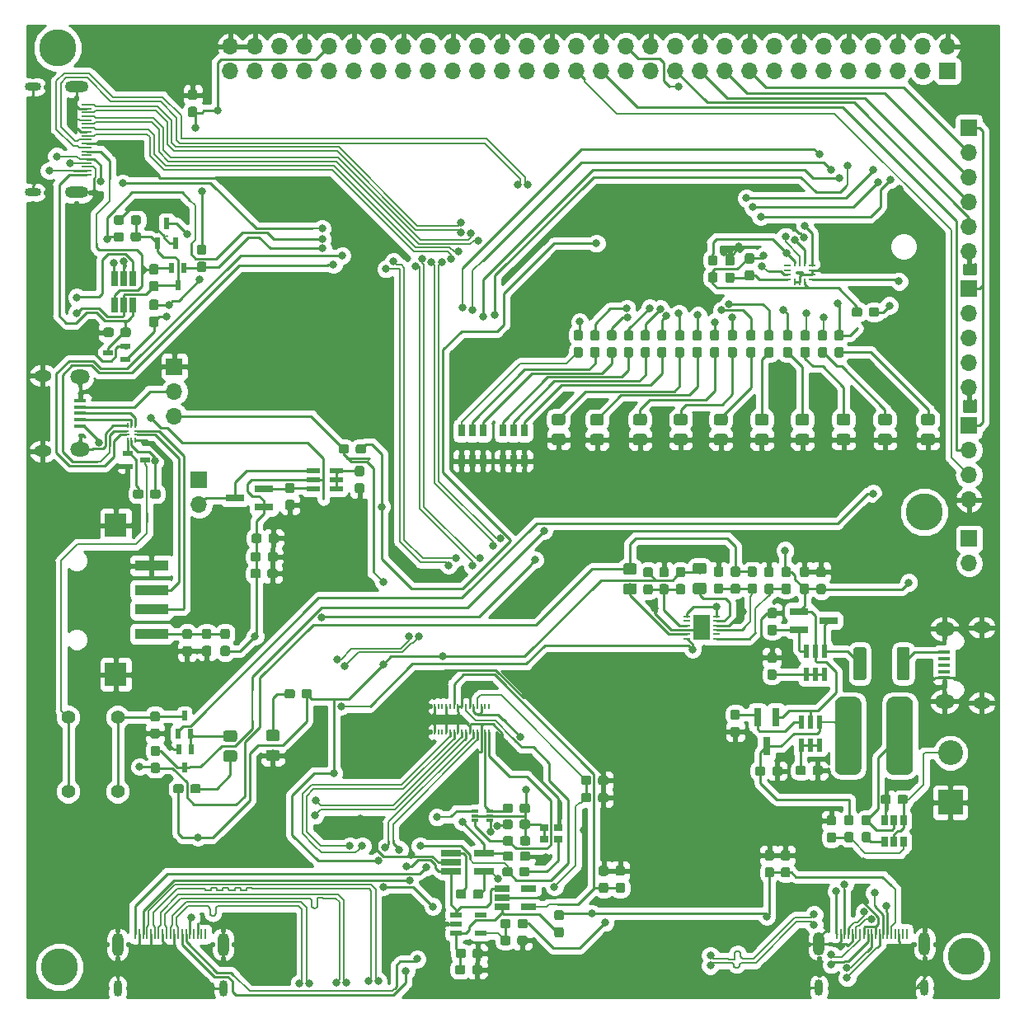
<source format=gbr>
%TF.GenerationSoftware,KiCad,Pcbnew,(5.0.1)-4*%
%TF.CreationDate,2019-03-02T12:31:15+00:00*%
%TF.ProjectId,camera module,63616D657261206D6F64756C652E6B69,rev?*%
%TF.SameCoordinates,Original*%
%TF.FileFunction,Copper,L2,Bot,Signal*%
%TF.FilePolarity,Positive*%
%FSLAX46Y46*%
G04 Gerber Fmt 4.6, Leading zero omitted, Abs format (unit mm)*
G04 Created by KiCad (PCBNEW (5.0.1)-4) date 02/03/2019 12:31:15*
%MOMM*%
%LPD*%
G01*
G04 APERTURE LIST*
%ADD10C,0.100000*%
%ADD11C,2.700000*%
%ADD12R,0.700000X0.300000*%
%ADD13R,2.550000X2.550000*%
%ADD14C,2.550000*%
%ADD15R,1.700000X1.700000*%
%ADD16O,1.700000X1.700000*%
%ADD17R,0.230000X0.630000*%
%ADD18C,0.950000*%
%ADD19O,1.200000X2.400000*%
%ADD20O,0.850000X1.700000*%
%ADD21R,0.230000X1.000000*%
%ADD22R,0.650000X1.560000*%
%ADD23O,2.400000X1.200000*%
%ADD24O,1.700000X0.850000*%
%ADD25R,1.000000X0.230000*%
%ADD26R,0.700000X1.300000*%
%ADD27C,1.300000*%
%ADD28R,1.300000X0.450000*%
%ADD29O,2.000000X1.450000*%
%ADD30O,1.800000X1.150000*%
%ADD31C,1.150000*%
%ADD32R,0.500000X1.000000*%
%ADD33R,1.000000X0.500000*%
%ADD34C,1.397000*%
%ADD35R,0.800000X0.250000*%
%ADD36R,1.750000X2.650000*%
%ADD37R,2.000000X0.650000*%
%ADD38R,1.560000X0.650000*%
%ADD39R,1.200000X0.550000*%
%ADD40R,0.250000X0.675000*%
%ADD41R,0.675000X0.250000*%
%ADD42R,0.610000X1.180000*%
%ADD43R,0.663000X0.225000*%
%ADD44R,0.563000X0.225000*%
%ADD45R,0.225000X0.563000*%
%ADD46R,0.900000X0.800000*%
%ADD47R,1.900000X0.800000*%
%ADD48R,0.800000X1.900000*%
%ADD49R,0.650000X1.060000*%
%ADD50R,0.600000X1.350000*%
%ADD51R,1.350000X0.600000*%
%ADD52R,3.390000X1.120000*%
%ADD53R,2.220000X2.440000*%
%ADD54C,3.800000*%
%ADD55C,0.800000*%
%ADD56C,0.250000*%
%ADD57C,0.200000*%
%ADD58C,0.254000*%
G04 APERTURE END LIST*
D10*
G36*
X138091162Y-105213250D02*
X138156686Y-105222970D01*
X138220942Y-105239065D01*
X138283311Y-105261381D01*
X138343193Y-105289703D01*
X138400010Y-105323758D01*
X138453215Y-105363218D01*
X138502297Y-105407703D01*
X138546782Y-105456785D01*
X138586242Y-105509990D01*
X138620297Y-105566807D01*
X138648619Y-105626689D01*
X138670935Y-105689058D01*
X138687030Y-105753314D01*
X138696750Y-105818838D01*
X138700000Y-105885000D01*
X138700000Y-112535000D01*
X138696750Y-112601162D01*
X138687030Y-112666686D01*
X138670935Y-112730942D01*
X138648619Y-112793311D01*
X138620297Y-112853193D01*
X138586242Y-112910010D01*
X138546782Y-112963215D01*
X138502297Y-113012297D01*
X138453215Y-113056782D01*
X138400010Y-113096242D01*
X138343193Y-113130297D01*
X138283311Y-113158619D01*
X138220942Y-113180935D01*
X138156686Y-113197030D01*
X138091162Y-113206750D01*
X138025000Y-113210000D01*
X136675000Y-113210000D01*
X136608838Y-113206750D01*
X136543314Y-113197030D01*
X136479058Y-113180935D01*
X136416689Y-113158619D01*
X136356807Y-113130297D01*
X136299990Y-113096242D01*
X136246785Y-113056782D01*
X136197703Y-113012297D01*
X136153218Y-112963215D01*
X136113758Y-112910010D01*
X136079703Y-112853193D01*
X136051381Y-112793311D01*
X136029065Y-112730942D01*
X136012970Y-112666686D01*
X136003250Y-112601162D01*
X136000000Y-112535000D01*
X136000000Y-105885000D01*
X136003250Y-105818838D01*
X136012970Y-105753314D01*
X136029065Y-105689058D01*
X136051381Y-105626689D01*
X136079703Y-105566807D01*
X136113758Y-105509990D01*
X136153218Y-105456785D01*
X136197703Y-105407703D01*
X136246785Y-105363218D01*
X136299990Y-105323758D01*
X136356807Y-105289703D01*
X136416689Y-105261381D01*
X136479058Y-105239065D01*
X136543314Y-105222970D01*
X136608838Y-105213250D01*
X136675000Y-105210000D01*
X138025000Y-105210000D01*
X138091162Y-105213250D01*
X138091162Y-105213250D01*
G37*
D11*
X137350000Y-109210000D03*
D10*
G36*
X132791162Y-105213250D02*
X132856686Y-105222970D01*
X132920942Y-105239065D01*
X132983311Y-105261381D01*
X133043193Y-105289703D01*
X133100010Y-105323758D01*
X133153215Y-105363218D01*
X133202297Y-105407703D01*
X133246782Y-105456785D01*
X133286242Y-105509990D01*
X133320297Y-105566807D01*
X133348619Y-105626689D01*
X133370935Y-105689058D01*
X133387030Y-105753314D01*
X133396750Y-105818838D01*
X133400000Y-105885000D01*
X133400000Y-112535000D01*
X133396750Y-112601162D01*
X133387030Y-112666686D01*
X133370935Y-112730942D01*
X133348619Y-112793311D01*
X133320297Y-112853193D01*
X133286242Y-112910010D01*
X133246782Y-112963215D01*
X133202297Y-113012297D01*
X133153215Y-113056782D01*
X133100010Y-113096242D01*
X133043193Y-113130297D01*
X132983311Y-113158619D01*
X132920942Y-113180935D01*
X132856686Y-113197030D01*
X132791162Y-113206750D01*
X132725000Y-113210000D01*
X131375000Y-113210000D01*
X131308838Y-113206750D01*
X131243314Y-113197030D01*
X131179058Y-113180935D01*
X131116689Y-113158619D01*
X131056807Y-113130297D01*
X130999990Y-113096242D01*
X130946785Y-113056782D01*
X130897703Y-113012297D01*
X130853218Y-112963215D01*
X130813758Y-112910010D01*
X130779703Y-112853193D01*
X130751381Y-112793311D01*
X130729065Y-112730942D01*
X130712970Y-112666686D01*
X130703250Y-112601162D01*
X130700000Y-112535000D01*
X130700000Y-105885000D01*
X130703250Y-105818838D01*
X130712970Y-105753314D01*
X130729065Y-105689058D01*
X130751381Y-105626689D01*
X130779703Y-105566807D01*
X130813758Y-105509990D01*
X130853218Y-105456785D01*
X130897703Y-105407703D01*
X130946785Y-105363218D01*
X130999990Y-105323758D01*
X131056807Y-105289703D01*
X131116689Y-105261381D01*
X131179058Y-105239065D01*
X131243314Y-105222970D01*
X131308838Y-105213250D01*
X131375000Y-105210000D01*
X132725000Y-105210000D01*
X132791162Y-105213250D01*
X132791162Y-105213250D01*
G37*
D11*
X132050000Y-109210000D03*
D12*
X95250000Y-116925000D03*
X95250000Y-117925000D03*
X93750000Y-116925000D03*
X95250000Y-117425000D03*
X93750000Y-117925000D03*
X93750000Y-117425000D03*
D13*
X142550000Y-116050000D03*
D14*
X142550000Y-110970000D03*
D15*
X142265000Y-40925000D03*
D16*
X142265000Y-38385000D03*
X139725000Y-40925000D03*
X139725000Y-38385000D03*
X137185000Y-40925000D03*
X137185000Y-38385000D03*
X134645000Y-40925000D03*
X134645000Y-38385000D03*
X132105000Y-40925000D03*
X132105000Y-38385000D03*
X129565000Y-40925000D03*
X129565000Y-38385000D03*
X127025000Y-40925000D03*
X127025000Y-38385000D03*
X124485000Y-40925000D03*
X124485000Y-38385000D03*
X121945000Y-40925000D03*
X121945000Y-38385000D03*
X119405000Y-40925000D03*
X119405000Y-38385000D03*
X116865000Y-40925000D03*
X116865000Y-38385000D03*
X114325000Y-40925000D03*
X114325000Y-38385000D03*
X111785000Y-40925000D03*
X111785000Y-38385000D03*
X109245000Y-40925000D03*
X109245000Y-38385000D03*
X106705000Y-40925000D03*
X106705000Y-38385000D03*
X104165000Y-40925000D03*
X104165000Y-38385000D03*
X101625000Y-40925000D03*
X101625000Y-38385000D03*
X99085000Y-40925000D03*
X99085000Y-38385000D03*
X96545000Y-40925000D03*
X96545000Y-38385000D03*
X94005000Y-40925000D03*
X94005000Y-38385000D03*
X91465000Y-40925000D03*
X91465000Y-38385000D03*
X88925000Y-40925000D03*
X88925000Y-38385000D03*
X86385000Y-40925000D03*
X86385000Y-38385000D03*
X83845000Y-40925000D03*
X83845000Y-38385000D03*
X81305000Y-40925000D03*
X81305000Y-38385000D03*
X78765000Y-40925000D03*
X78765000Y-38385000D03*
X76225000Y-40925000D03*
X76225000Y-38385000D03*
X73685000Y-40925000D03*
X73685000Y-38385000D03*
X71145000Y-40925000D03*
X71145000Y-38385000D03*
X68605000Y-40925000D03*
X68605000Y-38385000D03*
D17*
X92375000Y-106175000D03*
X91975000Y-106175000D03*
X91575000Y-106175000D03*
X91175000Y-106175000D03*
X93975000Y-106175000D03*
X93575000Y-106175000D03*
X93175000Y-106175000D03*
X92775000Y-106175000D03*
X90775000Y-106175000D03*
X90375000Y-106175000D03*
X89975000Y-106175000D03*
X95175000Y-106175000D03*
X94775000Y-106175000D03*
X94375000Y-106175000D03*
X89575000Y-106175000D03*
X92375000Y-108825000D03*
X91975000Y-108825000D03*
X91575000Y-108825000D03*
X91175000Y-108825000D03*
X93975000Y-108825000D03*
X93575000Y-108825000D03*
X93175000Y-108825000D03*
X92775000Y-108825000D03*
X90775000Y-108825000D03*
X90375000Y-108825000D03*
X89975000Y-108825000D03*
X95175000Y-108825000D03*
X94775000Y-108825000D03*
X94375000Y-108825000D03*
X89575000Y-108825000D03*
D10*
G36*
X127835779Y-91851144D02*
X127858834Y-91854563D01*
X127881443Y-91860227D01*
X127903387Y-91868079D01*
X127924457Y-91878044D01*
X127944448Y-91890026D01*
X127963168Y-91903910D01*
X127980438Y-91919562D01*
X127996090Y-91936832D01*
X128009974Y-91955552D01*
X128021956Y-91975543D01*
X128031921Y-91996613D01*
X128039773Y-92018557D01*
X128045437Y-92041166D01*
X128048856Y-92064221D01*
X128050000Y-92087500D01*
X128050000Y-92662500D01*
X128048856Y-92685779D01*
X128045437Y-92708834D01*
X128039773Y-92731443D01*
X128031921Y-92753387D01*
X128021956Y-92774457D01*
X128009974Y-92794448D01*
X127996090Y-92813168D01*
X127980438Y-92830438D01*
X127963168Y-92846090D01*
X127944448Y-92859974D01*
X127924457Y-92871956D01*
X127903387Y-92881921D01*
X127881443Y-92889773D01*
X127858834Y-92895437D01*
X127835779Y-92898856D01*
X127812500Y-92900000D01*
X127337500Y-92900000D01*
X127314221Y-92898856D01*
X127291166Y-92895437D01*
X127268557Y-92889773D01*
X127246613Y-92881921D01*
X127225543Y-92871956D01*
X127205552Y-92859974D01*
X127186832Y-92846090D01*
X127169562Y-92830438D01*
X127153910Y-92813168D01*
X127140026Y-92794448D01*
X127128044Y-92774457D01*
X127118079Y-92753387D01*
X127110227Y-92731443D01*
X127104563Y-92708834D01*
X127101144Y-92685779D01*
X127100000Y-92662500D01*
X127100000Y-92087500D01*
X127101144Y-92064221D01*
X127104563Y-92041166D01*
X127110227Y-92018557D01*
X127118079Y-91996613D01*
X127128044Y-91975543D01*
X127140026Y-91955552D01*
X127153910Y-91936832D01*
X127169562Y-91919562D01*
X127186832Y-91903910D01*
X127205552Y-91890026D01*
X127225543Y-91878044D01*
X127246613Y-91868079D01*
X127268557Y-91860227D01*
X127291166Y-91854563D01*
X127314221Y-91851144D01*
X127337500Y-91850000D01*
X127812500Y-91850000D01*
X127835779Y-91851144D01*
X127835779Y-91851144D01*
G37*
D18*
X127575000Y-92375000D03*
D10*
G36*
X127835779Y-93601144D02*
X127858834Y-93604563D01*
X127881443Y-93610227D01*
X127903387Y-93618079D01*
X127924457Y-93628044D01*
X127944448Y-93640026D01*
X127963168Y-93653910D01*
X127980438Y-93669562D01*
X127996090Y-93686832D01*
X128009974Y-93705552D01*
X128021956Y-93725543D01*
X128031921Y-93746613D01*
X128039773Y-93768557D01*
X128045437Y-93791166D01*
X128048856Y-93814221D01*
X128050000Y-93837500D01*
X128050000Y-94412500D01*
X128048856Y-94435779D01*
X128045437Y-94458834D01*
X128039773Y-94481443D01*
X128031921Y-94503387D01*
X128021956Y-94524457D01*
X128009974Y-94544448D01*
X127996090Y-94563168D01*
X127980438Y-94580438D01*
X127963168Y-94596090D01*
X127944448Y-94609974D01*
X127924457Y-94621956D01*
X127903387Y-94631921D01*
X127881443Y-94639773D01*
X127858834Y-94645437D01*
X127835779Y-94648856D01*
X127812500Y-94650000D01*
X127337500Y-94650000D01*
X127314221Y-94648856D01*
X127291166Y-94645437D01*
X127268557Y-94639773D01*
X127246613Y-94631921D01*
X127225543Y-94621956D01*
X127205552Y-94609974D01*
X127186832Y-94596090D01*
X127169562Y-94580438D01*
X127153910Y-94563168D01*
X127140026Y-94544448D01*
X127128044Y-94524457D01*
X127118079Y-94503387D01*
X127110227Y-94481443D01*
X127104563Y-94458834D01*
X127101144Y-94435779D01*
X127100000Y-94412500D01*
X127100000Y-93837500D01*
X127101144Y-93814221D01*
X127104563Y-93791166D01*
X127110227Y-93768557D01*
X127118079Y-93746613D01*
X127128044Y-93725543D01*
X127140026Y-93705552D01*
X127153910Y-93686832D01*
X127169562Y-93669562D01*
X127186832Y-93653910D01*
X127205552Y-93640026D01*
X127225543Y-93628044D01*
X127246613Y-93618079D01*
X127268557Y-93610227D01*
X127291166Y-93604563D01*
X127314221Y-93601144D01*
X127337500Y-93600000D01*
X127812500Y-93600000D01*
X127835779Y-93601144D01*
X127835779Y-93601144D01*
G37*
D18*
X127575000Y-94125000D03*
D19*
X139900000Y-130600000D03*
X129050000Y-130600000D03*
D20*
X129050000Y-135100000D03*
X139900000Y-135100000D03*
D21*
X134475000Y-129550000D03*
X134075000Y-129550000D03*
X133675000Y-129550000D03*
X133275000Y-129550000D03*
X132875000Y-129550000D03*
X132475000Y-129550000D03*
X132075000Y-129550000D03*
X134875000Y-129550000D03*
X135275000Y-129550000D03*
X135675000Y-129550000D03*
X136075000Y-129550000D03*
X136475000Y-129550000D03*
X136875000Y-129550000D03*
X131675000Y-129550000D03*
X131275000Y-129550000D03*
X130875000Y-129550000D03*
X137275000Y-129550000D03*
X137675000Y-129550000D03*
X138075000Y-129550000D03*
D22*
X56701831Y-62296034D03*
X57651831Y-62296034D03*
X58601831Y-62296034D03*
X58601831Y-64996034D03*
X56701831Y-64996034D03*
X57651831Y-64996034D03*
D23*
X52810000Y-53405000D03*
X52810000Y-42555000D03*
D24*
X48310000Y-42555000D03*
X48310000Y-53405000D03*
D25*
X53860000Y-47980000D03*
X53860000Y-47580000D03*
X53860000Y-47180000D03*
X53860000Y-46780000D03*
X53860000Y-46380000D03*
X53860000Y-45980000D03*
X53860000Y-45580000D03*
X53860000Y-48380000D03*
X53860000Y-48780000D03*
X53860000Y-49180000D03*
X53860000Y-49580000D03*
X53860000Y-49980000D03*
X53860000Y-50380000D03*
X53860000Y-45180000D03*
X53860000Y-44780000D03*
X53860000Y-44380000D03*
X53860000Y-50780000D03*
X53860000Y-51180000D03*
X53860000Y-51580000D03*
D10*
G36*
X73360779Y-88451144D02*
X73383834Y-88454563D01*
X73406443Y-88460227D01*
X73428387Y-88468079D01*
X73449457Y-88478044D01*
X73469448Y-88490026D01*
X73488168Y-88503910D01*
X73505438Y-88519562D01*
X73521090Y-88536832D01*
X73534974Y-88555552D01*
X73546956Y-88575543D01*
X73556921Y-88596613D01*
X73564773Y-88618557D01*
X73570437Y-88641166D01*
X73573856Y-88664221D01*
X73575000Y-88687500D01*
X73575000Y-89162500D01*
X73573856Y-89185779D01*
X73570437Y-89208834D01*
X73564773Y-89231443D01*
X73556921Y-89253387D01*
X73546956Y-89274457D01*
X73534974Y-89294448D01*
X73521090Y-89313168D01*
X73505438Y-89330438D01*
X73488168Y-89346090D01*
X73469448Y-89359974D01*
X73449457Y-89371956D01*
X73428387Y-89381921D01*
X73406443Y-89389773D01*
X73383834Y-89395437D01*
X73360779Y-89398856D01*
X73337500Y-89400000D01*
X72762500Y-89400000D01*
X72739221Y-89398856D01*
X72716166Y-89395437D01*
X72693557Y-89389773D01*
X72671613Y-89381921D01*
X72650543Y-89371956D01*
X72630552Y-89359974D01*
X72611832Y-89346090D01*
X72594562Y-89330438D01*
X72578910Y-89313168D01*
X72565026Y-89294448D01*
X72553044Y-89274457D01*
X72543079Y-89253387D01*
X72535227Y-89231443D01*
X72529563Y-89208834D01*
X72526144Y-89185779D01*
X72525000Y-89162500D01*
X72525000Y-88687500D01*
X72526144Y-88664221D01*
X72529563Y-88641166D01*
X72535227Y-88618557D01*
X72543079Y-88596613D01*
X72553044Y-88575543D01*
X72565026Y-88555552D01*
X72578910Y-88536832D01*
X72594562Y-88519562D01*
X72611832Y-88503910D01*
X72630552Y-88490026D01*
X72650543Y-88478044D01*
X72671613Y-88468079D01*
X72693557Y-88460227D01*
X72716166Y-88454563D01*
X72739221Y-88451144D01*
X72762500Y-88450000D01*
X73337500Y-88450000D01*
X73360779Y-88451144D01*
X73360779Y-88451144D01*
G37*
D18*
X73050000Y-88925000D03*
D10*
G36*
X71610779Y-88451144D02*
X71633834Y-88454563D01*
X71656443Y-88460227D01*
X71678387Y-88468079D01*
X71699457Y-88478044D01*
X71719448Y-88490026D01*
X71738168Y-88503910D01*
X71755438Y-88519562D01*
X71771090Y-88536832D01*
X71784974Y-88555552D01*
X71796956Y-88575543D01*
X71806921Y-88596613D01*
X71814773Y-88618557D01*
X71820437Y-88641166D01*
X71823856Y-88664221D01*
X71825000Y-88687500D01*
X71825000Y-89162500D01*
X71823856Y-89185779D01*
X71820437Y-89208834D01*
X71814773Y-89231443D01*
X71806921Y-89253387D01*
X71796956Y-89274457D01*
X71784974Y-89294448D01*
X71771090Y-89313168D01*
X71755438Y-89330438D01*
X71738168Y-89346090D01*
X71719448Y-89359974D01*
X71699457Y-89371956D01*
X71678387Y-89381921D01*
X71656443Y-89389773D01*
X71633834Y-89395437D01*
X71610779Y-89398856D01*
X71587500Y-89400000D01*
X71012500Y-89400000D01*
X70989221Y-89398856D01*
X70966166Y-89395437D01*
X70943557Y-89389773D01*
X70921613Y-89381921D01*
X70900543Y-89371956D01*
X70880552Y-89359974D01*
X70861832Y-89346090D01*
X70844562Y-89330438D01*
X70828910Y-89313168D01*
X70815026Y-89294448D01*
X70803044Y-89274457D01*
X70793079Y-89253387D01*
X70785227Y-89231443D01*
X70779563Y-89208834D01*
X70776144Y-89185779D01*
X70775000Y-89162500D01*
X70775000Y-88687500D01*
X70776144Y-88664221D01*
X70779563Y-88641166D01*
X70785227Y-88618557D01*
X70793079Y-88596613D01*
X70803044Y-88575543D01*
X70815026Y-88555552D01*
X70828910Y-88536832D01*
X70844562Y-88519562D01*
X70861832Y-88503910D01*
X70880552Y-88490026D01*
X70900543Y-88478044D01*
X70921613Y-88468079D01*
X70943557Y-88460227D01*
X70966166Y-88454563D01*
X70989221Y-88451144D01*
X71012500Y-88450000D01*
X71587500Y-88450000D01*
X71610779Y-88451144D01*
X71610779Y-88451144D01*
G37*
D18*
X71300000Y-88925000D03*
D10*
G36*
X71535779Y-90351144D02*
X71558834Y-90354563D01*
X71581443Y-90360227D01*
X71603387Y-90368079D01*
X71624457Y-90378044D01*
X71644448Y-90390026D01*
X71663168Y-90403910D01*
X71680438Y-90419562D01*
X71696090Y-90436832D01*
X71709974Y-90455552D01*
X71721956Y-90475543D01*
X71731921Y-90496613D01*
X71739773Y-90518557D01*
X71745437Y-90541166D01*
X71748856Y-90564221D01*
X71750000Y-90587500D01*
X71750000Y-91062500D01*
X71748856Y-91085779D01*
X71745437Y-91108834D01*
X71739773Y-91131443D01*
X71731921Y-91153387D01*
X71721956Y-91174457D01*
X71709974Y-91194448D01*
X71696090Y-91213168D01*
X71680438Y-91230438D01*
X71663168Y-91246090D01*
X71644448Y-91259974D01*
X71624457Y-91271956D01*
X71603387Y-91281921D01*
X71581443Y-91289773D01*
X71558834Y-91295437D01*
X71535779Y-91298856D01*
X71512500Y-91300000D01*
X70937500Y-91300000D01*
X70914221Y-91298856D01*
X70891166Y-91295437D01*
X70868557Y-91289773D01*
X70846613Y-91281921D01*
X70825543Y-91271956D01*
X70805552Y-91259974D01*
X70786832Y-91246090D01*
X70769562Y-91230438D01*
X70753910Y-91213168D01*
X70740026Y-91194448D01*
X70728044Y-91174457D01*
X70718079Y-91153387D01*
X70710227Y-91131443D01*
X70704563Y-91108834D01*
X70701144Y-91085779D01*
X70700000Y-91062500D01*
X70700000Y-90587500D01*
X70701144Y-90564221D01*
X70704563Y-90541166D01*
X70710227Y-90518557D01*
X70718079Y-90496613D01*
X70728044Y-90475543D01*
X70740026Y-90455552D01*
X70753910Y-90436832D01*
X70769562Y-90419562D01*
X70786832Y-90403910D01*
X70805552Y-90390026D01*
X70825543Y-90378044D01*
X70846613Y-90368079D01*
X70868557Y-90360227D01*
X70891166Y-90354563D01*
X70914221Y-90351144D01*
X70937500Y-90350000D01*
X71512500Y-90350000D01*
X71535779Y-90351144D01*
X71535779Y-90351144D01*
G37*
D18*
X71225000Y-90825000D03*
D10*
G36*
X73285779Y-90351144D02*
X73308834Y-90354563D01*
X73331443Y-90360227D01*
X73353387Y-90368079D01*
X73374457Y-90378044D01*
X73394448Y-90390026D01*
X73413168Y-90403910D01*
X73430438Y-90419562D01*
X73446090Y-90436832D01*
X73459974Y-90455552D01*
X73471956Y-90475543D01*
X73481921Y-90496613D01*
X73489773Y-90518557D01*
X73495437Y-90541166D01*
X73498856Y-90564221D01*
X73500000Y-90587500D01*
X73500000Y-91062500D01*
X73498856Y-91085779D01*
X73495437Y-91108834D01*
X73489773Y-91131443D01*
X73481921Y-91153387D01*
X73471956Y-91174457D01*
X73459974Y-91194448D01*
X73446090Y-91213168D01*
X73430438Y-91230438D01*
X73413168Y-91246090D01*
X73394448Y-91259974D01*
X73374457Y-91271956D01*
X73353387Y-91281921D01*
X73331443Y-91289773D01*
X73308834Y-91295437D01*
X73285779Y-91298856D01*
X73262500Y-91300000D01*
X72687500Y-91300000D01*
X72664221Y-91298856D01*
X72641166Y-91295437D01*
X72618557Y-91289773D01*
X72596613Y-91281921D01*
X72575543Y-91271956D01*
X72555552Y-91259974D01*
X72536832Y-91246090D01*
X72519562Y-91230438D01*
X72503910Y-91213168D01*
X72490026Y-91194448D01*
X72478044Y-91174457D01*
X72468079Y-91153387D01*
X72460227Y-91131443D01*
X72454563Y-91108834D01*
X72451144Y-91085779D01*
X72450000Y-91062500D01*
X72450000Y-90587500D01*
X72451144Y-90564221D01*
X72454563Y-90541166D01*
X72460227Y-90518557D01*
X72468079Y-90496613D01*
X72478044Y-90475543D01*
X72490026Y-90455552D01*
X72503910Y-90436832D01*
X72519562Y-90419562D01*
X72536832Y-90403910D01*
X72555552Y-90390026D01*
X72575543Y-90378044D01*
X72596613Y-90368079D01*
X72618557Y-90360227D01*
X72641166Y-90354563D01*
X72664221Y-90351144D01*
X72687500Y-90350000D01*
X73262500Y-90350000D01*
X73285779Y-90351144D01*
X73285779Y-90351144D01*
G37*
D18*
X72975000Y-90825000D03*
D10*
G36*
X124185779Y-93601144D02*
X124208834Y-93604563D01*
X124231443Y-93610227D01*
X124253387Y-93618079D01*
X124274457Y-93628044D01*
X124294448Y-93640026D01*
X124313168Y-93653910D01*
X124330438Y-93669562D01*
X124346090Y-93686832D01*
X124359974Y-93705552D01*
X124371956Y-93725543D01*
X124381921Y-93746613D01*
X124389773Y-93768557D01*
X124395437Y-93791166D01*
X124398856Y-93814221D01*
X124400000Y-93837500D01*
X124400000Y-94412500D01*
X124398856Y-94435779D01*
X124395437Y-94458834D01*
X124389773Y-94481443D01*
X124381921Y-94503387D01*
X124371956Y-94524457D01*
X124359974Y-94544448D01*
X124346090Y-94563168D01*
X124330438Y-94580438D01*
X124313168Y-94596090D01*
X124294448Y-94609974D01*
X124274457Y-94621956D01*
X124253387Y-94631921D01*
X124231443Y-94639773D01*
X124208834Y-94645437D01*
X124185779Y-94648856D01*
X124162500Y-94650000D01*
X123687500Y-94650000D01*
X123664221Y-94648856D01*
X123641166Y-94645437D01*
X123618557Y-94639773D01*
X123596613Y-94631921D01*
X123575543Y-94621956D01*
X123555552Y-94609974D01*
X123536832Y-94596090D01*
X123519562Y-94580438D01*
X123503910Y-94563168D01*
X123490026Y-94544448D01*
X123478044Y-94524457D01*
X123468079Y-94503387D01*
X123460227Y-94481443D01*
X123454563Y-94458834D01*
X123451144Y-94435779D01*
X123450000Y-94412500D01*
X123450000Y-93837500D01*
X123451144Y-93814221D01*
X123454563Y-93791166D01*
X123460227Y-93768557D01*
X123468079Y-93746613D01*
X123478044Y-93725543D01*
X123490026Y-93705552D01*
X123503910Y-93686832D01*
X123519562Y-93669562D01*
X123536832Y-93653910D01*
X123555552Y-93640026D01*
X123575543Y-93628044D01*
X123596613Y-93618079D01*
X123618557Y-93610227D01*
X123641166Y-93604563D01*
X123664221Y-93601144D01*
X123687500Y-93600000D01*
X124162500Y-93600000D01*
X124185779Y-93601144D01*
X124185779Y-93601144D01*
G37*
D18*
X123925000Y-94125000D03*
D10*
G36*
X124185779Y-91851144D02*
X124208834Y-91854563D01*
X124231443Y-91860227D01*
X124253387Y-91868079D01*
X124274457Y-91878044D01*
X124294448Y-91890026D01*
X124313168Y-91903910D01*
X124330438Y-91919562D01*
X124346090Y-91936832D01*
X124359974Y-91955552D01*
X124371956Y-91975543D01*
X124381921Y-91996613D01*
X124389773Y-92018557D01*
X124395437Y-92041166D01*
X124398856Y-92064221D01*
X124400000Y-92087500D01*
X124400000Y-92662500D01*
X124398856Y-92685779D01*
X124395437Y-92708834D01*
X124389773Y-92731443D01*
X124381921Y-92753387D01*
X124371956Y-92774457D01*
X124359974Y-92794448D01*
X124346090Y-92813168D01*
X124330438Y-92830438D01*
X124313168Y-92846090D01*
X124294448Y-92859974D01*
X124274457Y-92871956D01*
X124253387Y-92881921D01*
X124231443Y-92889773D01*
X124208834Y-92895437D01*
X124185779Y-92898856D01*
X124162500Y-92900000D01*
X123687500Y-92900000D01*
X123664221Y-92898856D01*
X123641166Y-92895437D01*
X123618557Y-92889773D01*
X123596613Y-92881921D01*
X123575543Y-92871956D01*
X123555552Y-92859974D01*
X123536832Y-92846090D01*
X123519562Y-92830438D01*
X123503910Y-92813168D01*
X123490026Y-92794448D01*
X123478044Y-92774457D01*
X123468079Y-92753387D01*
X123460227Y-92731443D01*
X123454563Y-92708834D01*
X123451144Y-92685779D01*
X123450000Y-92662500D01*
X123450000Y-92087500D01*
X123451144Y-92064221D01*
X123454563Y-92041166D01*
X123460227Y-92018557D01*
X123468079Y-91996613D01*
X123478044Y-91975543D01*
X123490026Y-91955552D01*
X123503910Y-91936832D01*
X123519562Y-91919562D01*
X123536832Y-91903910D01*
X123555552Y-91890026D01*
X123575543Y-91878044D01*
X123596613Y-91868079D01*
X123618557Y-91860227D01*
X123641166Y-91854563D01*
X123664221Y-91851144D01*
X123687500Y-91850000D01*
X124162500Y-91850000D01*
X124185779Y-91851144D01*
X124185779Y-91851144D01*
G37*
D18*
X123925000Y-92375000D03*
D10*
G36*
X129535779Y-93626144D02*
X129558834Y-93629563D01*
X129581443Y-93635227D01*
X129603387Y-93643079D01*
X129624457Y-93653044D01*
X129644448Y-93665026D01*
X129663168Y-93678910D01*
X129680438Y-93694562D01*
X129696090Y-93711832D01*
X129709974Y-93730552D01*
X129721956Y-93750543D01*
X129731921Y-93771613D01*
X129739773Y-93793557D01*
X129745437Y-93816166D01*
X129748856Y-93839221D01*
X129750000Y-93862500D01*
X129750000Y-94437500D01*
X129748856Y-94460779D01*
X129745437Y-94483834D01*
X129739773Y-94506443D01*
X129731921Y-94528387D01*
X129721956Y-94549457D01*
X129709974Y-94569448D01*
X129696090Y-94588168D01*
X129680438Y-94605438D01*
X129663168Y-94621090D01*
X129644448Y-94634974D01*
X129624457Y-94646956D01*
X129603387Y-94656921D01*
X129581443Y-94664773D01*
X129558834Y-94670437D01*
X129535779Y-94673856D01*
X129512500Y-94675000D01*
X129037500Y-94675000D01*
X129014221Y-94673856D01*
X128991166Y-94670437D01*
X128968557Y-94664773D01*
X128946613Y-94656921D01*
X128925543Y-94646956D01*
X128905552Y-94634974D01*
X128886832Y-94621090D01*
X128869562Y-94605438D01*
X128853910Y-94588168D01*
X128840026Y-94569448D01*
X128828044Y-94549457D01*
X128818079Y-94528387D01*
X128810227Y-94506443D01*
X128804563Y-94483834D01*
X128801144Y-94460779D01*
X128800000Y-94437500D01*
X128800000Y-93862500D01*
X128801144Y-93839221D01*
X128804563Y-93816166D01*
X128810227Y-93793557D01*
X128818079Y-93771613D01*
X128828044Y-93750543D01*
X128840026Y-93730552D01*
X128853910Y-93711832D01*
X128869562Y-93694562D01*
X128886832Y-93678910D01*
X128905552Y-93665026D01*
X128925543Y-93653044D01*
X128946613Y-93643079D01*
X128968557Y-93635227D01*
X128991166Y-93629563D01*
X129014221Y-93626144D01*
X129037500Y-93625000D01*
X129512500Y-93625000D01*
X129535779Y-93626144D01*
X129535779Y-93626144D01*
G37*
D18*
X129275000Y-94150000D03*
D10*
G36*
X129535779Y-91876144D02*
X129558834Y-91879563D01*
X129581443Y-91885227D01*
X129603387Y-91893079D01*
X129624457Y-91903044D01*
X129644448Y-91915026D01*
X129663168Y-91928910D01*
X129680438Y-91944562D01*
X129696090Y-91961832D01*
X129709974Y-91980552D01*
X129721956Y-92000543D01*
X129731921Y-92021613D01*
X129739773Y-92043557D01*
X129745437Y-92066166D01*
X129748856Y-92089221D01*
X129750000Y-92112500D01*
X129750000Y-92687500D01*
X129748856Y-92710779D01*
X129745437Y-92733834D01*
X129739773Y-92756443D01*
X129731921Y-92778387D01*
X129721956Y-92799457D01*
X129709974Y-92819448D01*
X129696090Y-92838168D01*
X129680438Y-92855438D01*
X129663168Y-92871090D01*
X129644448Y-92884974D01*
X129624457Y-92896956D01*
X129603387Y-92906921D01*
X129581443Y-92914773D01*
X129558834Y-92920437D01*
X129535779Y-92923856D01*
X129512500Y-92925000D01*
X129037500Y-92925000D01*
X129014221Y-92923856D01*
X128991166Y-92920437D01*
X128968557Y-92914773D01*
X128946613Y-92906921D01*
X128925543Y-92896956D01*
X128905552Y-92884974D01*
X128886832Y-92871090D01*
X128869562Y-92855438D01*
X128853910Y-92838168D01*
X128840026Y-92819448D01*
X128828044Y-92799457D01*
X128818079Y-92778387D01*
X128810227Y-92756443D01*
X128804563Y-92733834D01*
X128801144Y-92710779D01*
X128800000Y-92687500D01*
X128800000Y-92112500D01*
X128801144Y-92089221D01*
X128804563Y-92066166D01*
X128810227Y-92043557D01*
X128818079Y-92021613D01*
X128828044Y-92000543D01*
X128840026Y-91980552D01*
X128853910Y-91961832D01*
X128869562Y-91944562D01*
X128886832Y-91928910D01*
X128905552Y-91915026D01*
X128925543Y-91903044D01*
X128946613Y-91893079D01*
X128968557Y-91885227D01*
X128991166Y-91879563D01*
X129014221Y-91876144D01*
X129037500Y-91875000D01*
X129512500Y-91875000D01*
X129535779Y-91876144D01*
X129535779Y-91876144D01*
G37*
D18*
X129275000Y-92400000D03*
D10*
G36*
X97435779Y-121101144D02*
X97458834Y-121104563D01*
X97481443Y-121110227D01*
X97503387Y-121118079D01*
X97524457Y-121128044D01*
X97544448Y-121140026D01*
X97563168Y-121153910D01*
X97580438Y-121169562D01*
X97596090Y-121186832D01*
X97609974Y-121205552D01*
X97621956Y-121225543D01*
X97631921Y-121246613D01*
X97639773Y-121268557D01*
X97645437Y-121291166D01*
X97648856Y-121314221D01*
X97650000Y-121337500D01*
X97650000Y-121812500D01*
X97648856Y-121835779D01*
X97645437Y-121858834D01*
X97639773Y-121881443D01*
X97631921Y-121903387D01*
X97621956Y-121924457D01*
X97609974Y-121944448D01*
X97596090Y-121963168D01*
X97580438Y-121980438D01*
X97563168Y-121996090D01*
X97544448Y-122009974D01*
X97524457Y-122021956D01*
X97503387Y-122031921D01*
X97481443Y-122039773D01*
X97458834Y-122045437D01*
X97435779Y-122048856D01*
X97412500Y-122050000D01*
X96837500Y-122050000D01*
X96814221Y-122048856D01*
X96791166Y-122045437D01*
X96768557Y-122039773D01*
X96746613Y-122031921D01*
X96725543Y-122021956D01*
X96705552Y-122009974D01*
X96686832Y-121996090D01*
X96669562Y-121980438D01*
X96653910Y-121963168D01*
X96640026Y-121944448D01*
X96628044Y-121924457D01*
X96618079Y-121903387D01*
X96610227Y-121881443D01*
X96604563Y-121858834D01*
X96601144Y-121835779D01*
X96600000Y-121812500D01*
X96600000Y-121337500D01*
X96601144Y-121314221D01*
X96604563Y-121291166D01*
X96610227Y-121268557D01*
X96618079Y-121246613D01*
X96628044Y-121225543D01*
X96640026Y-121205552D01*
X96653910Y-121186832D01*
X96669562Y-121169562D01*
X96686832Y-121153910D01*
X96705552Y-121140026D01*
X96725543Y-121128044D01*
X96746613Y-121118079D01*
X96768557Y-121110227D01*
X96791166Y-121104563D01*
X96814221Y-121101144D01*
X96837500Y-121100000D01*
X97412500Y-121100000D01*
X97435779Y-121101144D01*
X97435779Y-121101144D01*
G37*
D18*
X97125000Y-121575000D03*
D10*
G36*
X99185779Y-121101144D02*
X99208834Y-121104563D01*
X99231443Y-121110227D01*
X99253387Y-121118079D01*
X99274457Y-121128044D01*
X99294448Y-121140026D01*
X99313168Y-121153910D01*
X99330438Y-121169562D01*
X99346090Y-121186832D01*
X99359974Y-121205552D01*
X99371956Y-121225543D01*
X99381921Y-121246613D01*
X99389773Y-121268557D01*
X99395437Y-121291166D01*
X99398856Y-121314221D01*
X99400000Y-121337500D01*
X99400000Y-121812500D01*
X99398856Y-121835779D01*
X99395437Y-121858834D01*
X99389773Y-121881443D01*
X99381921Y-121903387D01*
X99371956Y-121924457D01*
X99359974Y-121944448D01*
X99346090Y-121963168D01*
X99330438Y-121980438D01*
X99313168Y-121996090D01*
X99294448Y-122009974D01*
X99274457Y-122021956D01*
X99253387Y-122031921D01*
X99231443Y-122039773D01*
X99208834Y-122045437D01*
X99185779Y-122048856D01*
X99162500Y-122050000D01*
X98587500Y-122050000D01*
X98564221Y-122048856D01*
X98541166Y-122045437D01*
X98518557Y-122039773D01*
X98496613Y-122031921D01*
X98475543Y-122021956D01*
X98455552Y-122009974D01*
X98436832Y-121996090D01*
X98419562Y-121980438D01*
X98403910Y-121963168D01*
X98390026Y-121944448D01*
X98378044Y-121924457D01*
X98368079Y-121903387D01*
X98360227Y-121881443D01*
X98354563Y-121858834D01*
X98351144Y-121835779D01*
X98350000Y-121812500D01*
X98350000Y-121337500D01*
X98351144Y-121314221D01*
X98354563Y-121291166D01*
X98360227Y-121268557D01*
X98368079Y-121246613D01*
X98378044Y-121225543D01*
X98390026Y-121205552D01*
X98403910Y-121186832D01*
X98419562Y-121169562D01*
X98436832Y-121153910D01*
X98455552Y-121140026D01*
X98475543Y-121128044D01*
X98496613Y-121118079D01*
X98518557Y-121110227D01*
X98541166Y-121104563D01*
X98564221Y-121101144D01*
X98587500Y-121100000D01*
X99162500Y-121100000D01*
X99185779Y-121101144D01*
X99185779Y-121101144D01*
G37*
D18*
X98875000Y-121575000D03*
D10*
G36*
X105466779Y-113318144D02*
X105489834Y-113321563D01*
X105512443Y-113327227D01*
X105534387Y-113335079D01*
X105555457Y-113345044D01*
X105575448Y-113357026D01*
X105594168Y-113370910D01*
X105611438Y-113386562D01*
X105627090Y-113403832D01*
X105640974Y-113422552D01*
X105652956Y-113442543D01*
X105662921Y-113463613D01*
X105670773Y-113485557D01*
X105676437Y-113508166D01*
X105679856Y-113531221D01*
X105681000Y-113554500D01*
X105681000Y-114029500D01*
X105679856Y-114052779D01*
X105676437Y-114075834D01*
X105670773Y-114098443D01*
X105662921Y-114120387D01*
X105652956Y-114141457D01*
X105640974Y-114161448D01*
X105627090Y-114180168D01*
X105611438Y-114197438D01*
X105594168Y-114213090D01*
X105575448Y-114226974D01*
X105555457Y-114238956D01*
X105534387Y-114248921D01*
X105512443Y-114256773D01*
X105489834Y-114262437D01*
X105466779Y-114265856D01*
X105443500Y-114267000D01*
X104868500Y-114267000D01*
X104845221Y-114265856D01*
X104822166Y-114262437D01*
X104799557Y-114256773D01*
X104777613Y-114248921D01*
X104756543Y-114238956D01*
X104736552Y-114226974D01*
X104717832Y-114213090D01*
X104700562Y-114197438D01*
X104684910Y-114180168D01*
X104671026Y-114161448D01*
X104659044Y-114141457D01*
X104649079Y-114120387D01*
X104641227Y-114098443D01*
X104635563Y-114075834D01*
X104632144Y-114052779D01*
X104631000Y-114029500D01*
X104631000Y-113554500D01*
X104632144Y-113531221D01*
X104635563Y-113508166D01*
X104641227Y-113485557D01*
X104649079Y-113463613D01*
X104659044Y-113442543D01*
X104671026Y-113422552D01*
X104684910Y-113403832D01*
X104700562Y-113386562D01*
X104717832Y-113370910D01*
X104736552Y-113357026D01*
X104756543Y-113345044D01*
X104777613Y-113335079D01*
X104799557Y-113327227D01*
X104822166Y-113321563D01*
X104845221Y-113318144D01*
X104868500Y-113317000D01*
X105443500Y-113317000D01*
X105466779Y-113318144D01*
X105466779Y-113318144D01*
G37*
D18*
X105156000Y-113792000D03*
D10*
G36*
X107216779Y-113318144D02*
X107239834Y-113321563D01*
X107262443Y-113327227D01*
X107284387Y-113335079D01*
X107305457Y-113345044D01*
X107325448Y-113357026D01*
X107344168Y-113370910D01*
X107361438Y-113386562D01*
X107377090Y-113403832D01*
X107390974Y-113422552D01*
X107402956Y-113442543D01*
X107412921Y-113463613D01*
X107420773Y-113485557D01*
X107426437Y-113508166D01*
X107429856Y-113531221D01*
X107431000Y-113554500D01*
X107431000Y-114029500D01*
X107429856Y-114052779D01*
X107426437Y-114075834D01*
X107420773Y-114098443D01*
X107412921Y-114120387D01*
X107402956Y-114141457D01*
X107390974Y-114161448D01*
X107377090Y-114180168D01*
X107361438Y-114197438D01*
X107344168Y-114213090D01*
X107325448Y-114226974D01*
X107305457Y-114238956D01*
X107284387Y-114248921D01*
X107262443Y-114256773D01*
X107239834Y-114262437D01*
X107216779Y-114265856D01*
X107193500Y-114267000D01*
X106618500Y-114267000D01*
X106595221Y-114265856D01*
X106572166Y-114262437D01*
X106549557Y-114256773D01*
X106527613Y-114248921D01*
X106506543Y-114238956D01*
X106486552Y-114226974D01*
X106467832Y-114213090D01*
X106450562Y-114197438D01*
X106434910Y-114180168D01*
X106421026Y-114161448D01*
X106409044Y-114141457D01*
X106399079Y-114120387D01*
X106391227Y-114098443D01*
X106385563Y-114075834D01*
X106382144Y-114052779D01*
X106381000Y-114029500D01*
X106381000Y-113554500D01*
X106382144Y-113531221D01*
X106385563Y-113508166D01*
X106391227Y-113485557D01*
X106399079Y-113463613D01*
X106409044Y-113442543D01*
X106421026Y-113422552D01*
X106434910Y-113403832D01*
X106450562Y-113386562D01*
X106467832Y-113370910D01*
X106486552Y-113357026D01*
X106506543Y-113345044D01*
X106527613Y-113335079D01*
X106549557Y-113327227D01*
X106572166Y-113321563D01*
X106595221Y-113318144D01*
X106618500Y-113317000D01*
X107193500Y-113317000D01*
X107216779Y-113318144D01*
X107216779Y-113318144D01*
G37*
D18*
X106906000Y-113792000D03*
D10*
G36*
X122460779Y-91826144D02*
X122483834Y-91829563D01*
X122506443Y-91835227D01*
X122528387Y-91843079D01*
X122549457Y-91853044D01*
X122569448Y-91865026D01*
X122588168Y-91878910D01*
X122605438Y-91894562D01*
X122621090Y-91911832D01*
X122634974Y-91930552D01*
X122646956Y-91950543D01*
X122656921Y-91971613D01*
X122664773Y-91993557D01*
X122670437Y-92016166D01*
X122673856Y-92039221D01*
X122675000Y-92062500D01*
X122675000Y-92637500D01*
X122673856Y-92660779D01*
X122670437Y-92683834D01*
X122664773Y-92706443D01*
X122656921Y-92728387D01*
X122646956Y-92749457D01*
X122634974Y-92769448D01*
X122621090Y-92788168D01*
X122605438Y-92805438D01*
X122588168Y-92821090D01*
X122569448Y-92834974D01*
X122549457Y-92846956D01*
X122528387Y-92856921D01*
X122506443Y-92864773D01*
X122483834Y-92870437D01*
X122460779Y-92873856D01*
X122437500Y-92875000D01*
X121962500Y-92875000D01*
X121939221Y-92873856D01*
X121916166Y-92870437D01*
X121893557Y-92864773D01*
X121871613Y-92856921D01*
X121850543Y-92846956D01*
X121830552Y-92834974D01*
X121811832Y-92821090D01*
X121794562Y-92805438D01*
X121778910Y-92788168D01*
X121765026Y-92769448D01*
X121753044Y-92749457D01*
X121743079Y-92728387D01*
X121735227Y-92706443D01*
X121729563Y-92683834D01*
X121726144Y-92660779D01*
X121725000Y-92637500D01*
X121725000Y-92062500D01*
X121726144Y-92039221D01*
X121729563Y-92016166D01*
X121735227Y-91993557D01*
X121743079Y-91971613D01*
X121753044Y-91950543D01*
X121765026Y-91930552D01*
X121778910Y-91911832D01*
X121794562Y-91894562D01*
X121811832Y-91878910D01*
X121830552Y-91865026D01*
X121850543Y-91853044D01*
X121871613Y-91843079D01*
X121893557Y-91835227D01*
X121916166Y-91829563D01*
X121939221Y-91826144D01*
X121962500Y-91825000D01*
X122437500Y-91825000D01*
X122460779Y-91826144D01*
X122460779Y-91826144D01*
G37*
D18*
X122200000Y-92350000D03*
D10*
G36*
X122460779Y-93576144D02*
X122483834Y-93579563D01*
X122506443Y-93585227D01*
X122528387Y-93593079D01*
X122549457Y-93603044D01*
X122569448Y-93615026D01*
X122588168Y-93628910D01*
X122605438Y-93644562D01*
X122621090Y-93661832D01*
X122634974Y-93680552D01*
X122646956Y-93700543D01*
X122656921Y-93721613D01*
X122664773Y-93743557D01*
X122670437Y-93766166D01*
X122673856Y-93789221D01*
X122675000Y-93812500D01*
X122675000Y-94387500D01*
X122673856Y-94410779D01*
X122670437Y-94433834D01*
X122664773Y-94456443D01*
X122656921Y-94478387D01*
X122646956Y-94499457D01*
X122634974Y-94519448D01*
X122621090Y-94538168D01*
X122605438Y-94555438D01*
X122588168Y-94571090D01*
X122569448Y-94584974D01*
X122549457Y-94596956D01*
X122528387Y-94606921D01*
X122506443Y-94614773D01*
X122483834Y-94620437D01*
X122460779Y-94623856D01*
X122437500Y-94625000D01*
X121962500Y-94625000D01*
X121939221Y-94623856D01*
X121916166Y-94620437D01*
X121893557Y-94614773D01*
X121871613Y-94606921D01*
X121850543Y-94596956D01*
X121830552Y-94584974D01*
X121811832Y-94571090D01*
X121794562Y-94555438D01*
X121778910Y-94538168D01*
X121765026Y-94519448D01*
X121753044Y-94499457D01*
X121743079Y-94478387D01*
X121735227Y-94456443D01*
X121729563Y-94433834D01*
X121726144Y-94410779D01*
X121725000Y-94387500D01*
X121725000Y-93812500D01*
X121726144Y-93789221D01*
X121729563Y-93766166D01*
X121735227Y-93743557D01*
X121743079Y-93721613D01*
X121753044Y-93700543D01*
X121765026Y-93680552D01*
X121778910Y-93661832D01*
X121794562Y-93644562D01*
X121811832Y-93628910D01*
X121830552Y-93615026D01*
X121850543Y-93603044D01*
X121871613Y-93593079D01*
X121893557Y-93585227D01*
X121916166Y-93579563D01*
X121939221Y-93576144D01*
X121962500Y-93575000D01*
X122437500Y-93575000D01*
X122460779Y-93576144D01*
X122460779Y-93576144D01*
G37*
D18*
X122200000Y-94100000D03*
D10*
G36*
X115085779Y-93626144D02*
X115108834Y-93629563D01*
X115131443Y-93635227D01*
X115153387Y-93643079D01*
X115174457Y-93653044D01*
X115194448Y-93665026D01*
X115213168Y-93678910D01*
X115230438Y-93694562D01*
X115246090Y-93711832D01*
X115259974Y-93730552D01*
X115271956Y-93750543D01*
X115281921Y-93771613D01*
X115289773Y-93793557D01*
X115295437Y-93816166D01*
X115298856Y-93839221D01*
X115300000Y-93862500D01*
X115300000Y-94437500D01*
X115298856Y-94460779D01*
X115295437Y-94483834D01*
X115289773Y-94506443D01*
X115281921Y-94528387D01*
X115271956Y-94549457D01*
X115259974Y-94569448D01*
X115246090Y-94588168D01*
X115230438Y-94605438D01*
X115213168Y-94621090D01*
X115194448Y-94634974D01*
X115174457Y-94646956D01*
X115153387Y-94656921D01*
X115131443Y-94664773D01*
X115108834Y-94670437D01*
X115085779Y-94673856D01*
X115062500Y-94675000D01*
X114587500Y-94675000D01*
X114564221Y-94673856D01*
X114541166Y-94670437D01*
X114518557Y-94664773D01*
X114496613Y-94656921D01*
X114475543Y-94646956D01*
X114455552Y-94634974D01*
X114436832Y-94621090D01*
X114419562Y-94605438D01*
X114403910Y-94588168D01*
X114390026Y-94569448D01*
X114378044Y-94549457D01*
X114368079Y-94528387D01*
X114360227Y-94506443D01*
X114354563Y-94483834D01*
X114351144Y-94460779D01*
X114350000Y-94437500D01*
X114350000Y-93862500D01*
X114351144Y-93839221D01*
X114354563Y-93816166D01*
X114360227Y-93793557D01*
X114368079Y-93771613D01*
X114378044Y-93750543D01*
X114390026Y-93730552D01*
X114403910Y-93711832D01*
X114419562Y-93694562D01*
X114436832Y-93678910D01*
X114455552Y-93665026D01*
X114475543Y-93653044D01*
X114496613Y-93643079D01*
X114518557Y-93635227D01*
X114541166Y-93629563D01*
X114564221Y-93626144D01*
X114587500Y-93625000D01*
X115062500Y-93625000D01*
X115085779Y-93626144D01*
X115085779Y-93626144D01*
G37*
D18*
X114825000Y-94150000D03*
D10*
G36*
X115085779Y-91876144D02*
X115108834Y-91879563D01*
X115131443Y-91885227D01*
X115153387Y-91893079D01*
X115174457Y-91903044D01*
X115194448Y-91915026D01*
X115213168Y-91928910D01*
X115230438Y-91944562D01*
X115246090Y-91961832D01*
X115259974Y-91980552D01*
X115271956Y-92000543D01*
X115281921Y-92021613D01*
X115289773Y-92043557D01*
X115295437Y-92066166D01*
X115298856Y-92089221D01*
X115300000Y-92112500D01*
X115300000Y-92687500D01*
X115298856Y-92710779D01*
X115295437Y-92733834D01*
X115289773Y-92756443D01*
X115281921Y-92778387D01*
X115271956Y-92799457D01*
X115259974Y-92819448D01*
X115246090Y-92838168D01*
X115230438Y-92855438D01*
X115213168Y-92871090D01*
X115194448Y-92884974D01*
X115174457Y-92896956D01*
X115153387Y-92906921D01*
X115131443Y-92914773D01*
X115108834Y-92920437D01*
X115085779Y-92923856D01*
X115062500Y-92925000D01*
X114587500Y-92925000D01*
X114564221Y-92923856D01*
X114541166Y-92920437D01*
X114518557Y-92914773D01*
X114496613Y-92906921D01*
X114475543Y-92896956D01*
X114455552Y-92884974D01*
X114436832Y-92871090D01*
X114419562Y-92855438D01*
X114403910Y-92838168D01*
X114390026Y-92819448D01*
X114378044Y-92799457D01*
X114368079Y-92778387D01*
X114360227Y-92756443D01*
X114354563Y-92733834D01*
X114351144Y-92710779D01*
X114350000Y-92687500D01*
X114350000Y-92112500D01*
X114351144Y-92089221D01*
X114354563Y-92066166D01*
X114360227Y-92043557D01*
X114368079Y-92021613D01*
X114378044Y-92000543D01*
X114390026Y-91980552D01*
X114403910Y-91961832D01*
X114419562Y-91944562D01*
X114436832Y-91928910D01*
X114455552Y-91915026D01*
X114475543Y-91903044D01*
X114496613Y-91893079D01*
X114518557Y-91885227D01*
X114541166Y-91879563D01*
X114564221Y-91876144D01*
X114587500Y-91875000D01*
X115062500Y-91875000D01*
X115085779Y-91876144D01*
X115085779Y-91876144D01*
G37*
D18*
X114825000Y-92400000D03*
D10*
G36*
X92530779Y-132756144D02*
X92553834Y-132759563D01*
X92576443Y-132765227D01*
X92598387Y-132773079D01*
X92619457Y-132783044D01*
X92639448Y-132795026D01*
X92658168Y-132808910D01*
X92675438Y-132824562D01*
X92691090Y-132841832D01*
X92704974Y-132860552D01*
X92716956Y-132880543D01*
X92726921Y-132901613D01*
X92734773Y-132923557D01*
X92740437Y-132946166D01*
X92743856Y-132969221D01*
X92745000Y-132992500D01*
X92745000Y-133467500D01*
X92743856Y-133490779D01*
X92740437Y-133513834D01*
X92734773Y-133536443D01*
X92726921Y-133558387D01*
X92716956Y-133579457D01*
X92704974Y-133599448D01*
X92691090Y-133618168D01*
X92675438Y-133635438D01*
X92658168Y-133651090D01*
X92639448Y-133664974D01*
X92619457Y-133676956D01*
X92598387Y-133686921D01*
X92576443Y-133694773D01*
X92553834Y-133700437D01*
X92530779Y-133703856D01*
X92507500Y-133705000D01*
X91932500Y-133705000D01*
X91909221Y-133703856D01*
X91886166Y-133700437D01*
X91863557Y-133694773D01*
X91841613Y-133686921D01*
X91820543Y-133676956D01*
X91800552Y-133664974D01*
X91781832Y-133651090D01*
X91764562Y-133635438D01*
X91748910Y-133618168D01*
X91735026Y-133599448D01*
X91723044Y-133579457D01*
X91713079Y-133558387D01*
X91705227Y-133536443D01*
X91699563Y-133513834D01*
X91696144Y-133490779D01*
X91695000Y-133467500D01*
X91695000Y-132992500D01*
X91696144Y-132969221D01*
X91699563Y-132946166D01*
X91705227Y-132923557D01*
X91713079Y-132901613D01*
X91723044Y-132880543D01*
X91735026Y-132860552D01*
X91748910Y-132841832D01*
X91764562Y-132824562D01*
X91781832Y-132808910D01*
X91800552Y-132795026D01*
X91820543Y-132783044D01*
X91841613Y-132773079D01*
X91863557Y-132765227D01*
X91886166Y-132759563D01*
X91909221Y-132756144D01*
X91932500Y-132755000D01*
X92507500Y-132755000D01*
X92530779Y-132756144D01*
X92530779Y-132756144D01*
G37*
D18*
X92220000Y-133230000D03*
D10*
G36*
X94280779Y-132756144D02*
X94303834Y-132759563D01*
X94326443Y-132765227D01*
X94348387Y-132773079D01*
X94369457Y-132783044D01*
X94389448Y-132795026D01*
X94408168Y-132808910D01*
X94425438Y-132824562D01*
X94441090Y-132841832D01*
X94454974Y-132860552D01*
X94466956Y-132880543D01*
X94476921Y-132901613D01*
X94484773Y-132923557D01*
X94490437Y-132946166D01*
X94493856Y-132969221D01*
X94495000Y-132992500D01*
X94495000Y-133467500D01*
X94493856Y-133490779D01*
X94490437Y-133513834D01*
X94484773Y-133536443D01*
X94476921Y-133558387D01*
X94466956Y-133579457D01*
X94454974Y-133599448D01*
X94441090Y-133618168D01*
X94425438Y-133635438D01*
X94408168Y-133651090D01*
X94389448Y-133664974D01*
X94369457Y-133676956D01*
X94348387Y-133686921D01*
X94326443Y-133694773D01*
X94303834Y-133700437D01*
X94280779Y-133703856D01*
X94257500Y-133705000D01*
X93682500Y-133705000D01*
X93659221Y-133703856D01*
X93636166Y-133700437D01*
X93613557Y-133694773D01*
X93591613Y-133686921D01*
X93570543Y-133676956D01*
X93550552Y-133664974D01*
X93531832Y-133651090D01*
X93514562Y-133635438D01*
X93498910Y-133618168D01*
X93485026Y-133599448D01*
X93473044Y-133579457D01*
X93463079Y-133558387D01*
X93455227Y-133536443D01*
X93449563Y-133513834D01*
X93446144Y-133490779D01*
X93445000Y-133467500D01*
X93445000Y-132992500D01*
X93446144Y-132969221D01*
X93449563Y-132946166D01*
X93455227Y-132923557D01*
X93463079Y-132901613D01*
X93473044Y-132880543D01*
X93485026Y-132860552D01*
X93498910Y-132841832D01*
X93514562Y-132824562D01*
X93531832Y-132808910D01*
X93550552Y-132795026D01*
X93570543Y-132783044D01*
X93591613Y-132773079D01*
X93613557Y-132765227D01*
X93636166Y-132759563D01*
X93659221Y-132756144D01*
X93682500Y-132755000D01*
X94257500Y-132755000D01*
X94280779Y-132756144D01*
X94280779Y-132756144D01*
G37*
D18*
X93970000Y-133230000D03*
D10*
G36*
X94320779Y-131086144D02*
X94343834Y-131089563D01*
X94366443Y-131095227D01*
X94388387Y-131103079D01*
X94409457Y-131113044D01*
X94429448Y-131125026D01*
X94448168Y-131138910D01*
X94465438Y-131154562D01*
X94481090Y-131171832D01*
X94494974Y-131190552D01*
X94506956Y-131210543D01*
X94516921Y-131231613D01*
X94524773Y-131253557D01*
X94530437Y-131276166D01*
X94533856Y-131299221D01*
X94535000Y-131322500D01*
X94535000Y-131797500D01*
X94533856Y-131820779D01*
X94530437Y-131843834D01*
X94524773Y-131866443D01*
X94516921Y-131888387D01*
X94506956Y-131909457D01*
X94494974Y-131929448D01*
X94481090Y-131948168D01*
X94465438Y-131965438D01*
X94448168Y-131981090D01*
X94429448Y-131994974D01*
X94409457Y-132006956D01*
X94388387Y-132016921D01*
X94366443Y-132024773D01*
X94343834Y-132030437D01*
X94320779Y-132033856D01*
X94297500Y-132035000D01*
X93722500Y-132035000D01*
X93699221Y-132033856D01*
X93676166Y-132030437D01*
X93653557Y-132024773D01*
X93631613Y-132016921D01*
X93610543Y-132006956D01*
X93590552Y-131994974D01*
X93571832Y-131981090D01*
X93554562Y-131965438D01*
X93538910Y-131948168D01*
X93525026Y-131929448D01*
X93513044Y-131909457D01*
X93503079Y-131888387D01*
X93495227Y-131866443D01*
X93489563Y-131843834D01*
X93486144Y-131820779D01*
X93485000Y-131797500D01*
X93485000Y-131322500D01*
X93486144Y-131299221D01*
X93489563Y-131276166D01*
X93495227Y-131253557D01*
X93503079Y-131231613D01*
X93513044Y-131210543D01*
X93525026Y-131190552D01*
X93538910Y-131171832D01*
X93554562Y-131154562D01*
X93571832Y-131138910D01*
X93590552Y-131125026D01*
X93610543Y-131113044D01*
X93631613Y-131103079D01*
X93653557Y-131095227D01*
X93676166Y-131089563D01*
X93699221Y-131086144D01*
X93722500Y-131085000D01*
X94297500Y-131085000D01*
X94320779Y-131086144D01*
X94320779Y-131086144D01*
G37*
D18*
X94010000Y-131560000D03*
D10*
G36*
X92570779Y-131086144D02*
X92593834Y-131089563D01*
X92616443Y-131095227D01*
X92638387Y-131103079D01*
X92659457Y-131113044D01*
X92679448Y-131125026D01*
X92698168Y-131138910D01*
X92715438Y-131154562D01*
X92731090Y-131171832D01*
X92744974Y-131190552D01*
X92756956Y-131210543D01*
X92766921Y-131231613D01*
X92774773Y-131253557D01*
X92780437Y-131276166D01*
X92783856Y-131299221D01*
X92785000Y-131322500D01*
X92785000Y-131797500D01*
X92783856Y-131820779D01*
X92780437Y-131843834D01*
X92774773Y-131866443D01*
X92766921Y-131888387D01*
X92756956Y-131909457D01*
X92744974Y-131929448D01*
X92731090Y-131948168D01*
X92715438Y-131965438D01*
X92698168Y-131981090D01*
X92679448Y-131994974D01*
X92659457Y-132006956D01*
X92638387Y-132016921D01*
X92616443Y-132024773D01*
X92593834Y-132030437D01*
X92570779Y-132033856D01*
X92547500Y-132035000D01*
X91972500Y-132035000D01*
X91949221Y-132033856D01*
X91926166Y-132030437D01*
X91903557Y-132024773D01*
X91881613Y-132016921D01*
X91860543Y-132006956D01*
X91840552Y-131994974D01*
X91821832Y-131981090D01*
X91804562Y-131965438D01*
X91788910Y-131948168D01*
X91775026Y-131929448D01*
X91763044Y-131909457D01*
X91753079Y-131888387D01*
X91745227Y-131866443D01*
X91739563Y-131843834D01*
X91736144Y-131820779D01*
X91735000Y-131797500D01*
X91735000Y-131322500D01*
X91736144Y-131299221D01*
X91739563Y-131276166D01*
X91745227Y-131253557D01*
X91753079Y-131231613D01*
X91763044Y-131210543D01*
X91775026Y-131190552D01*
X91788910Y-131171832D01*
X91804562Y-131154562D01*
X91821832Y-131138910D01*
X91840552Y-131125026D01*
X91860543Y-131113044D01*
X91881613Y-131103079D01*
X91903557Y-131095227D01*
X91926166Y-131089563D01*
X91949221Y-131086144D01*
X91972500Y-131085000D01*
X92547500Y-131085000D01*
X92570779Y-131086144D01*
X92570779Y-131086144D01*
G37*
D18*
X92260000Y-131560000D03*
D10*
G36*
X125880779Y-120966144D02*
X125903834Y-120969563D01*
X125926443Y-120975227D01*
X125948387Y-120983079D01*
X125969457Y-120993044D01*
X125989448Y-121005026D01*
X126008168Y-121018910D01*
X126025438Y-121034562D01*
X126041090Y-121051832D01*
X126054974Y-121070552D01*
X126066956Y-121090543D01*
X126076921Y-121111613D01*
X126084773Y-121133557D01*
X126090437Y-121156166D01*
X126093856Y-121179221D01*
X126095000Y-121202500D01*
X126095000Y-121777500D01*
X126093856Y-121800779D01*
X126090437Y-121823834D01*
X126084773Y-121846443D01*
X126076921Y-121868387D01*
X126066956Y-121889457D01*
X126054974Y-121909448D01*
X126041090Y-121928168D01*
X126025438Y-121945438D01*
X126008168Y-121961090D01*
X125989448Y-121974974D01*
X125969457Y-121986956D01*
X125948387Y-121996921D01*
X125926443Y-122004773D01*
X125903834Y-122010437D01*
X125880779Y-122013856D01*
X125857500Y-122015000D01*
X125382500Y-122015000D01*
X125359221Y-122013856D01*
X125336166Y-122010437D01*
X125313557Y-122004773D01*
X125291613Y-121996921D01*
X125270543Y-121986956D01*
X125250552Y-121974974D01*
X125231832Y-121961090D01*
X125214562Y-121945438D01*
X125198910Y-121928168D01*
X125185026Y-121909448D01*
X125173044Y-121889457D01*
X125163079Y-121868387D01*
X125155227Y-121846443D01*
X125149563Y-121823834D01*
X125146144Y-121800779D01*
X125145000Y-121777500D01*
X125145000Y-121202500D01*
X125146144Y-121179221D01*
X125149563Y-121156166D01*
X125155227Y-121133557D01*
X125163079Y-121111613D01*
X125173044Y-121090543D01*
X125185026Y-121070552D01*
X125198910Y-121051832D01*
X125214562Y-121034562D01*
X125231832Y-121018910D01*
X125250552Y-121005026D01*
X125270543Y-120993044D01*
X125291613Y-120983079D01*
X125313557Y-120975227D01*
X125336166Y-120969563D01*
X125359221Y-120966144D01*
X125382500Y-120965000D01*
X125857500Y-120965000D01*
X125880779Y-120966144D01*
X125880779Y-120966144D01*
G37*
D18*
X125620000Y-121490000D03*
D10*
G36*
X125880779Y-122716144D02*
X125903834Y-122719563D01*
X125926443Y-122725227D01*
X125948387Y-122733079D01*
X125969457Y-122743044D01*
X125989448Y-122755026D01*
X126008168Y-122768910D01*
X126025438Y-122784562D01*
X126041090Y-122801832D01*
X126054974Y-122820552D01*
X126066956Y-122840543D01*
X126076921Y-122861613D01*
X126084773Y-122883557D01*
X126090437Y-122906166D01*
X126093856Y-122929221D01*
X126095000Y-122952500D01*
X126095000Y-123527500D01*
X126093856Y-123550779D01*
X126090437Y-123573834D01*
X126084773Y-123596443D01*
X126076921Y-123618387D01*
X126066956Y-123639457D01*
X126054974Y-123659448D01*
X126041090Y-123678168D01*
X126025438Y-123695438D01*
X126008168Y-123711090D01*
X125989448Y-123724974D01*
X125969457Y-123736956D01*
X125948387Y-123746921D01*
X125926443Y-123754773D01*
X125903834Y-123760437D01*
X125880779Y-123763856D01*
X125857500Y-123765000D01*
X125382500Y-123765000D01*
X125359221Y-123763856D01*
X125336166Y-123760437D01*
X125313557Y-123754773D01*
X125291613Y-123746921D01*
X125270543Y-123736956D01*
X125250552Y-123724974D01*
X125231832Y-123711090D01*
X125214562Y-123695438D01*
X125198910Y-123678168D01*
X125185026Y-123659448D01*
X125173044Y-123639457D01*
X125163079Y-123618387D01*
X125155227Y-123596443D01*
X125149563Y-123573834D01*
X125146144Y-123550779D01*
X125145000Y-123527500D01*
X125145000Y-122952500D01*
X125146144Y-122929221D01*
X125149563Y-122906166D01*
X125155227Y-122883557D01*
X125163079Y-122861613D01*
X125173044Y-122840543D01*
X125185026Y-122820552D01*
X125198910Y-122801832D01*
X125214562Y-122784562D01*
X125231832Y-122768910D01*
X125250552Y-122755026D01*
X125270543Y-122743044D01*
X125291613Y-122733079D01*
X125313557Y-122725227D01*
X125336166Y-122719563D01*
X125359221Y-122716144D01*
X125382500Y-122715000D01*
X125857500Y-122715000D01*
X125880779Y-122716144D01*
X125880779Y-122716144D01*
G37*
D18*
X125620000Y-123240000D03*
D10*
G36*
X108910779Y-122546144D02*
X108933834Y-122549563D01*
X108956443Y-122555227D01*
X108978387Y-122563079D01*
X108999457Y-122573044D01*
X109019448Y-122585026D01*
X109038168Y-122598910D01*
X109055438Y-122614562D01*
X109071090Y-122631832D01*
X109084974Y-122650552D01*
X109096956Y-122670543D01*
X109106921Y-122691613D01*
X109114773Y-122713557D01*
X109120437Y-122736166D01*
X109123856Y-122759221D01*
X109125000Y-122782500D01*
X109125000Y-123357500D01*
X109123856Y-123380779D01*
X109120437Y-123403834D01*
X109114773Y-123426443D01*
X109106921Y-123448387D01*
X109096956Y-123469457D01*
X109084974Y-123489448D01*
X109071090Y-123508168D01*
X109055438Y-123525438D01*
X109038168Y-123541090D01*
X109019448Y-123554974D01*
X108999457Y-123566956D01*
X108978387Y-123576921D01*
X108956443Y-123584773D01*
X108933834Y-123590437D01*
X108910779Y-123593856D01*
X108887500Y-123595000D01*
X108412500Y-123595000D01*
X108389221Y-123593856D01*
X108366166Y-123590437D01*
X108343557Y-123584773D01*
X108321613Y-123576921D01*
X108300543Y-123566956D01*
X108280552Y-123554974D01*
X108261832Y-123541090D01*
X108244562Y-123525438D01*
X108228910Y-123508168D01*
X108215026Y-123489448D01*
X108203044Y-123469457D01*
X108193079Y-123448387D01*
X108185227Y-123426443D01*
X108179563Y-123403834D01*
X108176144Y-123380779D01*
X108175000Y-123357500D01*
X108175000Y-122782500D01*
X108176144Y-122759221D01*
X108179563Y-122736166D01*
X108185227Y-122713557D01*
X108193079Y-122691613D01*
X108203044Y-122670543D01*
X108215026Y-122650552D01*
X108228910Y-122631832D01*
X108244562Y-122614562D01*
X108261832Y-122598910D01*
X108280552Y-122585026D01*
X108300543Y-122573044D01*
X108321613Y-122563079D01*
X108343557Y-122555227D01*
X108366166Y-122549563D01*
X108389221Y-122546144D01*
X108412500Y-122545000D01*
X108887500Y-122545000D01*
X108910779Y-122546144D01*
X108910779Y-122546144D01*
G37*
D18*
X108650000Y-123070000D03*
D10*
G36*
X108910779Y-124296144D02*
X108933834Y-124299563D01*
X108956443Y-124305227D01*
X108978387Y-124313079D01*
X108999457Y-124323044D01*
X109019448Y-124335026D01*
X109038168Y-124348910D01*
X109055438Y-124364562D01*
X109071090Y-124381832D01*
X109084974Y-124400552D01*
X109096956Y-124420543D01*
X109106921Y-124441613D01*
X109114773Y-124463557D01*
X109120437Y-124486166D01*
X109123856Y-124509221D01*
X109125000Y-124532500D01*
X109125000Y-125107500D01*
X109123856Y-125130779D01*
X109120437Y-125153834D01*
X109114773Y-125176443D01*
X109106921Y-125198387D01*
X109096956Y-125219457D01*
X109084974Y-125239448D01*
X109071090Y-125258168D01*
X109055438Y-125275438D01*
X109038168Y-125291090D01*
X109019448Y-125304974D01*
X108999457Y-125316956D01*
X108978387Y-125326921D01*
X108956443Y-125334773D01*
X108933834Y-125340437D01*
X108910779Y-125343856D01*
X108887500Y-125345000D01*
X108412500Y-125345000D01*
X108389221Y-125343856D01*
X108366166Y-125340437D01*
X108343557Y-125334773D01*
X108321613Y-125326921D01*
X108300543Y-125316956D01*
X108280552Y-125304974D01*
X108261832Y-125291090D01*
X108244562Y-125275438D01*
X108228910Y-125258168D01*
X108215026Y-125239448D01*
X108203044Y-125219457D01*
X108193079Y-125198387D01*
X108185227Y-125176443D01*
X108179563Y-125153834D01*
X108176144Y-125130779D01*
X108175000Y-125107500D01*
X108175000Y-124532500D01*
X108176144Y-124509221D01*
X108179563Y-124486166D01*
X108185227Y-124463557D01*
X108193079Y-124441613D01*
X108203044Y-124420543D01*
X108215026Y-124400552D01*
X108228910Y-124381832D01*
X108244562Y-124364562D01*
X108261832Y-124348910D01*
X108280552Y-124335026D01*
X108300543Y-124323044D01*
X108321613Y-124313079D01*
X108343557Y-124305227D01*
X108366166Y-124299563D01*
X108389221Y-124296144D01*
X108412500Y-124295000D01*
X108887500Y-124295000D01*
X108910779Y-124296144D01*
X108910779Y-124296144D01*
G37*
D18*
X108650000Y-124820000D03*
D10*
G36*
X97165779Y-129766144D02*
X97188834Y-129769563D01*
X97211443Y-129775227D01*
X97233387Y-129783079D01*
X97254457Y-129793044D01*
X97274448Y-129805026D01*
X97293168Y-129818910D01*
X97310438Y-129834562D01*
X97326090Y-129851832D01*
X97339974Y-129870552D01*
X97351956Y-129890543D01*
X97361921Y-129911613D01*
X97369773Y-129933557D01*
X97375437Y-129956166D01*
X97378856Y-129979221D01*
X97380000Y-130002500D01*
X97380000Y-130477500D01*
X97378856Y-130500779D01*
X97375437Y-130523834D01*
X97369773Y-130546443D01*
X97361921Y-130568387D01*
X97351956Y-130589457D01*
X97339974Y-130609448D01*
X97326090Y-130628168D01*
X97310438Y-130645438D01*
X97293168Y-130661090D01*
X97274448Y-130674974D01*
X97254457Y-130686956D01*
X97233387Y-130696921D01*
X97211443Y-130704773D01*
X97188834Y-130710437D01*
X97165779Y-130713856D01*
X97142500Y-130715000D01*
X96567500Y-130715000D01*
X96544221Y-130713856D01*
X96521166Y-130710437D01*
X96498557Y-130704773D01*
X96476613Y-130696921D01*
X96455543Y-130686956D01*
X96435552Y-130674974D01*
X96416832Y-130661090D01*
X96399562Y-130645438D01*
X96383910Y-130628168D01*
X96370026Y-130609448D01*
X96358044Y-130589457D01*
X96348079Y-130568387D01*
X96340227Y-130546443D01*
X96334563Y-130523834D01*
X96331144Y-130500779D01*
X96330000Y-130477500D01*
X96330000Y-130002500D01*
X96331144Y-129979221D01*
X96334563Y-129956166D01*
X96340227Y-129933557D01*
X96348079Y-129911613D01*
X96358044Y-129890543D01*
X96370026Y-129870552D01*
X96383910Y-129851832D01*
X96399562Y-129834562D01*
X96416832Y-129818910D01*
X96435552Y-129805026D01*
X96455543Y-129793044D01*
X96476613Y-129783079D01*
X96498557Y-129775227D01*
X96521166Y-129769563D01*
X96544221Y-129766144D01*
X96567500Y-129765000D01*
X97142500Y-129765000D01*
X97165779Y-129766144D01*
X97165779Y-129766144D01*
G37*
D18*
X96855000Y-130240000D03*
D10*
G36*
X98915779Y-129766144D02*
X98938834Y-129769563D01*
X98961443Y-129775227D01*
X98983387Y-129783079D01*
X99004457Y-129793044D01*
X99024448Y-129805026D01*
X99043168Y-129818910D01*
X99060438Y-129834562D01*
X99076090Y-129851832D01*
X99089974Y-129870552D01*
X99101956Y-129890543D01*
X99111921Y-129911613D01*
X99119773Y-129933557D01*
X99125437Y-129956166D01*
X99128856Y-129979221D01*
X99130000Y-130002500D01*
X99130000Y-130477500D01*
X99128856Y-130500779D01*
X99125437Y-130523834D01*
X99119773Y-130546443D01*
X99111921Y-130568387D01*
X99101956Y-130589457D01*
X99089974Y-130609448D01*
X99076090Y-130628168D01*
X99060438Y-130645438D01*
X99043168Y-130661090D01*
X99024448Y-130674974D01*
X99004457Y-130686956D01*
X98983387Y-130696921D01*
X98961443Y-130704773D01*
X98938834Y-130710437D01*
X98915779Y-130713856D01*
X98892500Y-130715000D01*
X98317500Y-130715000D01*
X98294221Y-130713856D01*
X98271166Y-130710437D01*
X98248557Y-130704773D01*
X98226613Y-130696921D01*
X98205543Y-130686956D01*
X98185552Y-130674974D01*
X98166832Y-130661090D01*
X98149562Y-130645438D01*
X98133910Y-130628168D01*
X98120026Y-130609448D01*
X98108044Y-130589457D01*
X98098079Y-130568387D01*
X98090227Y-130546443D01*
X98084563Y-130523834D01*
X98081144Y-130500779D01*
X98080000Y-130477500D01*
X98080000Y-130002500D01*
X98081144Y-129979221D01*
X98084563Y-129956166D01*
X98090227Y-129933557D01*
X98098079Y-129911613D01*
X98108044Y-129890543D01*
X98120026Y-129870552D01*
X98133910Y-129851832D01*
X98149562Y-129834562D01*
X98166832Y-129818910D01*
X98185552Y-129805026D01*
X98205543Y-129793044D01*
X98226613Y-129783079D01*
X98248557Y-129775227D01*
X98271166Y-129769563D01*
X98294221Y-129766144D01*
X98317500Y-129765000D01*
X98892500Y-129765000D01*
X98915779Y-129766144D01*
X98915779Y-129766144D01*
G37*
D18*
X98605000Y-130240000D03*
D10*
G36*
X107194779Y-122553144D02*
X107217834Y-122556563D01*
X107240443Y-122562227D01*
X107262387Y-122570079D01*
X107283457Y-122580044D01*
X107303448Y-122592026D01*
X107322168Y-122605910D01*
X107339438Y-122621562D01*
X107355090Y-122638832D01*
X107368974Y-122657552D01*
X107380956Y-122677543D01*
X107390921Y-122698613D01*
X107398773Y-122720557D01*
X107404437Y-122743166D01*
X107407856Y-122766221D01*
X107409000Y-122789500D01*
X107409000Y-123364500D01*
X107407856Y-123387779D01*
X107404437Y-123410834D01*
X107398773Y-123433443D01*
X107390921Y-123455387D01*
X107380956Y-123476457D01*
X107368974Y-123496448D01*
X107355090Y-123515168D01*
X107339438Y-123532438D01*
X107322168Y-123548090D01*
X107303448Y-123561974D01*
X107283457Y-123573956D01*
X107262387Y-123583921D01*
X107240443Y-123591773D01*
X107217834Y-123597437D01*
X107194779Y-123600856D01*
X107171500Y-123602000D01*
X106696500Y-123602000D01*
X106673221Y-123600856D01*
X106650166Y-123597437D01*
X106627557Y-123591773D01*
X106605613Y-123583921D01*
X106584543Y-123573956D01*
X106564552Y-123561974D01*
X106545832Y-123548090D01*
X106528562Y-123532438D01*
X106512910Y-123515168D01*
X106499026Y-123496448D01*
X106487044Y-123476457D01*
X106477079Y-123455387D01*
X106469227Y-123433443D01*
X106463563Y-123410834D01*
X106460144Y-123387779D01*
X106459000Y-123364500D01*
X106459000Y-122789500D01*
X106460144Y-122766221D01*
X106463563Y-122743166D01*
X106469227Y-122720557D01*
X106477079Y-122698613D01*
X106487044Y-122677543D01*
X106499026Y-122657552D01*
X106512910Y-122638832D01*
X106528562Y-122621562D01*
X106545832Y-122605910D01*
X106564552Y-122592026D01*
X106584543Y-122580044D01*
X106605613Y-122570079D01*
X106627557Y-122562227D01*
X106650166Y-122556563D01*
X106673221Y-122553144D01*
X106696500Y-122552000D01*
X107171500Y-122552000D01*
X107194779Y-122553144D01*
X107194779Y-122553144D01*
G37*
D18*
X106934000Y-123077000D03*
D10*
G36*
X107194779Y-124303144D02*
X107217834Y-124306563D01*
X107240443Y-124312227D01*
X107262387Y-124320079D01*
X107283457Y-124330044D01*
X107303448Y-124342026D01*
X107322168Y-124355910D01*
X107339438Y-124371562D01*
X107355090Y-124388832D01*
X107368974Y-124407552D01*
X107380956Y-124427543D01*
X107390921Y-124448613D01*
X107398773Y-124470557D01*
X107404437Y-124493166D01*
X107407856Y-124516221D01*
X107409000Y-124539500D01*
X107409000Y-125114500D01*
X107407856Y-125137779D01*
X107404437Y-125160834D01*
X107398773Y-125183443D01*
X107390921Y-125205387D01*
X107380956Y-125226457D01*
X107368974Y-125246448D01*
X107355090Y-125265168D01*
X107339438Y-125282438D01*
X107322168Y-125298090D01*
X107303448Y-125311974D01*
X107283457Y-125323956D01*
X107262387Y-125333921D01*
X107240443Y-125341773D01*
X107217834Y-125347437D01*
X107194779Y-125350856D01*
X107171500Y-125352000D01*
X106696500Y-125352000D01*
X106673221Y-125350856D01*
X106650166Y-125347437D01*
X106627557Y-125341773D01*
X106605613Y-125333921D01*
X106584543Y-125323956D01*
X106564552Y-125311974D01*
X106545832Y-125298090D01*
X106528562Y-125282438D01*
X106512910Y-125265168D01*
X106499026Y-125246448D01*
X106487044Y-125226457D01*
X106477079Y-125205387D01*
X106469227Y-125183443D01*
X106463563Y-125160834D01*
X106460144Y-125137779D01*
X106459000Y-125114500D01*
X106459000Y-124539500D01*
X106460144Y-124516221D01*
X106463563Y-124493166D01*
X106469227Y-124470557D01*
X106477079Y-124448613D01*
X106487044Y-124427543D01*
X106499026Y-124407552D01*
X106512910Y-124388832D01*
X106528562Y-124371562D01*
X106545832Y-124355910D01*
X106564552Y-124342026D01*
X106584543Y-124330044D01*
X106605613Y-124320079D01*
X106627557Y-124312227D01*
X106650166Y-124306563D01*
X106673221Y-124303144D01*
X106696500Y-124302000D01*
X107171500Y-124302000D01*
X107194779Y-124303144D01*
X107194779Y-124303144D01*
G37*
D18*
X106934000Y-124827000D03*
D10*
G36*
X105466779Y-115096144D02*
X105489834Y-115099563D01*
X105512443Y-115105227D01*
X105534387Y-115113079D01*
X105555457Y-115123044D01*
X105575448Y-115135026D01*
X105594168Y-115148910D01*
X105611438Y-115164562D01*
X105627090Y-115181832D01*
X105640974Y-115200552D01*
X105652956Y-115220543D01*
X105662921Y-115241613D01*
X105670773Y-115263557D01*
X105676437Y-115286166D01*
X105679856Y-115309221D01*
X105681000Y-115332500D01*
X105681000Y-115807500D01*
X105679856Y-115830779D01*
X105676437Y-115853834D01*
X105670773Y-115876443D01*
X105662921Y-115898387D01*
X105652956Y-115919457D01*
X105640974Y-115939448D01*
X105627090Y-115958168D01*
X105611438Y-115975438D01*
X105594168Y-115991090D01*
X105575448Y-116004974D01*
X105555457Y-116016956D01*
X105534387Y-116026921D01*
X105512443Y-116034773D01*
X105489834Y-116040437D01*
X105466779Y-116043856D01*
X105443500Y-116045000D01*
X104868500Y-116045000D01*
X104845221Y-116043856D01*
X104822166Y-116040437D01*
X104799557Y-116034773D01*
X104777613Y-116026921D01*
X104756543Y-116016956D01*
X104736552Y-116004974D01*
X104717832Y-115991090D01*
X104700562Y-115975438D01*
X104684910Y-115958168D01*
X104671026Y-115939448D01*
X104659044Y-115919457D01*
X104649079Y-115898387D01*
X104641227Y-115876443D01*
X104635563Y-115853834D01*
X104632144Y-115830779D01*
X104631000Y-115807500D01*
X104631000Y-115332500D01*
X104632144Y-115309221D01*
X104635563Y-115286166D01*
X104641227Y-115263557D01*
X104649079Y-115241613D01*
X104659044Y-115220543D01*
X104671026Y-115200552D01*
X104684910Y-115181832D01*
X104700562Y-115164562D01*
X104717832Y-115148910D01*
X104736552Y-115135026D01*
X104756543Y-115123044D01*
X104777613Y-115113079D01*
X104799557Y-115105227D01*
X104822166Y-115099563D01*
X104845221Y-115096144D01*
X104868500Y-115095000D01*
X105443500Y-115095000D01*
X105466779Y-115096144D01*
X105466779Y-115096144D01*
G37*
D18*
X105156000Y-115570000D03*
D10*
G36*
X107216779Y-115096144D02*
X107239834Y-115099563D01*
X107262443Y-115105227D01*
X107284387Y-115113079D01*
X107305457Y-115123044D01*
X107325448Y-115135026D01*
X107344168Y-115148910D01*
X107361438Y-115164562D01*
X107377090Y-115181832D01*
X107390974Y-115200552D01*
X107402956Y-115220543D01*
X107412921Y-115241613D01*
X107420773Y-115263557D01*
X107426437Y-115286166D01*
X107429856Y-115309221D01*
X107431000Y-115332500D01*
X107431000Y-115807500D01*
X107429856Y-115830779D01*
X107426437Y-115853834D01*
X107420773Y-115876443D01*
X107412921Y-115898387D01*
X107402956Y-115919457D01*
X107390974Y-115939448D01*
X107377090Y-115958168D01*
X107361438Y-115975438D01*
X107344168Y-115991090D01*
X107325448Y-116004974D01*
X107305457Y-116016956D01*
X107284387Y-116026921D01*
X107262443Y-116034773D01*
X107239834Y-116040437D01*
X107216779Y-116043856D01*
X107193500Y-116045000D01*
X106618500Y-116045000D01*
X106595221Y-116043856D01*
X106572166Y-116040437D01*
X106549557Y-116034773D01*
X106527613Y-116026921D01*
X106506543Y-116016956D01*
X106486552Y-116004974D01*
X106467832Y-115991090D01*
X106450562Y-115975438D01*
X106434910Y-115958168D01*
X106421026Y-115939448D01*
X106409044Y-115919457D01*
X106399079Y-115898387D01*
X106391227Y-115876443D01*
X106385563Y-115853834D01*
X106382144Y-115830779D01*
X106381000Y-115807500D01*
X106381000Y-115332500D01*
X106382144Y-115309221D01*
X106385563Y-115286166D01*
X106391227Y-115263557D01*
X106399079Y-115241613D01*
X106409044Y-115220543D01*
X106421026Y-115200552D01*
X106434910Y-115181832D01*
X106450562Y-115164562D01*
X106467832Y-115148910D01*
X106486552Y-115135026D01*
X106506543Y-115123044D01*
X106527613Y-115113079D01*
X106549557Y-115105227D01*
X106572166Y-115099563D01*
X106595221Y-115096144D01*
X106618500Y-115095000D01*
X107193500Y-115095000D01*
X107216779Y-115096144D01*
X107216779Y-115096144D01*
G37*
D18*
X106906000Y-115570000D03*
D10*
G36*
X99160779Y-117826144D02*
X99183834Y-117829563D01*
X99206443Y-117835227D01*
X99228387Y-117843079D01*
X99249457Y-117853044D01*
X99269448Y-117865026D01*
X99288168Y-117878910D01*
X99305438Y-117894562D01*
X99321090Y-117911832D01*
X99334974Y-117930552D01*
X99346956Y-117950543D01*
X99356921Y-117971613D01*
X99364773Y-117993557D01*
X99370437Y-118016166D01*
X99373856Y-118039221D01*
X99375000Y-118062500D01*
X99375000Y-118537500D01*
X99373856Y-118560779D01*
X99370437Y-118583834D01*
X99364773Y-118606443D01*
X99356921Y-118628387D01*
X99346956Y-118649457D01*
X99334974Y-118669448D01*
X99321090Y-118688168D01*
X99305438Y-118705438D01*
X99288168Y-118721090D01*
X99269448Y-118734974D01*
X99249457Y-118746956D01*
X99228387Y-118756921D01*
X99206443Y-118764773D01*
X99183834Y-118770437D01*
X99160779Y-118773856D01*
X99137500Y-118775000D01*
X98562500Y-118775000D01*
X98539221Y-118773856D01*
X98516166Y-118770437D01*
X98493557Y-118764773D01*
X98471613Y-118756921D01*
X98450543Y-118746956D01*
X98430552Y-118734974D01*
X98411832Y-118721090D01*
X98394562Y-118705438D01*
X98378910Y-118688168D01*
X98365026Y-118669448D01*
X98353044Y-118649457D01*
X98343079Y-118628387D01*
X98335227Y-118606443D01*
X98329563Y-118583834D01*
X98326144Y-118560779D01*
X98325000Y-118537500D01*
X98325000Y-118062500D01*
X98326144Y-118039221D01*
X98329563Y-118016166D01*
X98335227Y-117993557D01*
X98343079Y-117971613D01*
X98353044Y-117950543D01*
X98365026Y-117930552D01*
X98378910Y-117911832D01*
X98394562Y-117894562D01*
X98411832Y-117878910D01*
X98430552Y-117865026D01*
X98450543Y-117853044D01*
X98471613Y-117843079D01*
X98493557Y-117835227D01*
X98516166Y-117829563D01*
X98539221Y-117826144D01*
X98562500Y-117825000D01*
X99137500Y-117825000D01*
X99160779Y-117826144D01*
X99160779Y-117826144D01*
G37*
D18*
X98850000Y-118300000D03*
D10*
G36*
X97410779Y-117826144D02*
X97433834Y-117829563D01*
X97456443Y-117835227D01*
X97478387Y-117843079D01*
X97499457Y-117853044D01*
X97519448Y-117865026D01*
X97538168Y-117878910D01*
X97555438Y-117894562D01*
X97571090Y-117911832D01*
X97584974Y-117930552D01*
X97596956Y-117950543D01*
X97606921Y-117971613D01*
X97614773Y-117993557D01*
X97620437Y-118016166D01*
X97623856Y-118039221D01*
X97625000Y-118062500D01*
X97625000Y-118537500D01*
X97623856Y-118560779D01*
X97620437Y-118583834D01*
X97614773Y-118606443D01*
X97606921Y-118628387D01*
X97596956Y-118649457D01*
X97584974Y-118669448D01*
X97571090Y-118688168D01*
X97555438Y-118705438D01*
X97538168Y-118721090D01*
X97519448Y-118734974D01*
X97499457Y-118746956D01*
X97478387Y-118756921D01*
X97456443Y-118764773D01*
X97433834Y-118770437D01*
X97410779Y-118773856D01*
X97387500Y-118775000D01*
X96812500Y-118775000D01*
X96789221Y-118773856D01*
X96766166Y-118770437D01*
X96743557Y-118764773D01*
X96721613Y-118756921D01*
X96700543Y-118746956D01*
X96680552Y-118734974D01*
X96661832Y-118721090D01*
X96644562Y-118705438D01*
X96628910Y-118688168D01*
X96615026Y-118669448D01*
X96603044Y-118649457D01*
X96593079Y-118628387D01*
X96585227Y-118606443D01*
X96579563Y-118583834D01*
X96576144Y-118560779D01*
X96575000Y-118537500D01*
X96575000Y-118062500D01*
X96576144Y-118039221D01*
X96579563Y-118016166D01*
X96585227Y-117993557D01*
X96593079Y-117971613D01*
X96603044Y-117950543D01*
X96615026Y-117930552D01*
X96628910Y-117911832D01*
X96644562Y-117894562D01*
X96661832Y-117878910D01*
X96680552Y-117865026D01*
X96700543Y-117853044D01*
X96721613Y-117843079D01*
X96743557Y-117835227D01*
X96766166Y-117829563D01*
X96789221Y-117826144D01*
X96812500Y-117825000D01*
X97387500Y-117825000D01*
X97410779Y-117826144D01*
X97410779Y-117826144D01*
G37*
D18*
X97100000Y-118300000D03*
D10*
G36*
X124220779Y-122706144D02*
X124243834Y-122709563D01*
X124266443Y-122715227D01*
X124288387Y-122723079D01*
X124309457Y-122733044D01*
X124329448Y-122745026D01*
X124348168Y-122758910D01*
X124365438Y-122774562D01*
X124381090Y-122791832D01*
X124394974Y-122810552D01*
X124406956Y-122830543D01*
X124416921Y-122851613D01*
X124424773Y-122873557D01*
X124430437Y-122896166D01*
X124433856Y-122919221D01*
X124435000Y-122942500D01*
X124435000Y-123517500D01*
X124433856Y-123540779D01*
X124430437Y-123563834D01*
X124424773Y-123586443D01*
X124416921Y-123608387D01*
X124406956Y-123629457D01*
X124394974Y-123649448D01*
X124381090Y-123668168D01*
X124365438Y-123685438D01*
X124348168Y-123701090D01*
X124329448Y-123714974D01*
X124309457Y-123726956D01*
X124288387Y-123736921D01*
X124266443Y-123744773D01*
X124243834Y-123750437D01*
X124220779Y-123753856D01*
X124197500Y-123755000D01*
X123722500Y-123755000D01*
X123699221Y-123753856D01*
X123676166Y-123750437D01*
X123653557Y-123744773D01*
X123631613Y-123736921D01*
X123610543Y-123726956D01*
X123590552Y-123714974D01*
X123571832Y-123701090D01*
X123554562Y-123685438D01*
X123538910Y-123668168D01*
X123525026Y-123649448D01*
X123513044Y-123629457D01*
X123503079Y-123608387D01*
X123495227Y-123586443D01*
X123489563Y-123563834D01*
X123486144Y-123540779D01*
X123485000Y-123517500D01*
X123485000Y-122942500D01*
X123486144Y-122919221D01*
X123489563Y-122896166D01*
X123495227Y-122873557D01*
X123503079Y-122851613D01*
X123513044Y-122830543D01*
X123525026Y-122810552D01*
X123538910Y-122791832D01*
X123554562Y-122774562D01*
X123571832Y-122758910D01*
X123590552Y-122745026D01*
X123610543Y-122733044D01*
X123631613Y-122723079D01*
X123653557Y-122715227D01*
X123676166Y-122709563D01*
X123699221Y-122706144D01*
X123722500Y-122705000D01*
X124197500Y-122705000D01*
X124220779Y-122706144D01*
X124220779Y-122706144D01*
G37*
D18*
X123960000Y-123230000D03*
D10*
G36*
X124220779Y-120956144D02*
X124243834Y-120959563D01*
X124266443Y-120965227D01*
X124288387Y-120973079D01*
X124309457Y-120983044D01*
X124329448Y-120995026D01*
X124348168Y-121008910D01*
X124365438Y-121024562D01*
X124381090Y-121041832D01*
X124394974Y-121060552D01*
X124406956Y-121080543D01*
X124416921Y-121101613D01*
X124424773Y-121123557D01*
X124430437Y-121146166D01*
X124433856Y-121169221D01*
X124435000Y-121192500D01*
X124435000Y-121767500D01*
X124433856Y-121790779D01*
X124430437Y-121813834D01*
X124424773Y-121836443D01*
X124416921Y-121858387D01*
X124406956Y-121879457D01*
X124394974Y-121899448D01*
X124381090Y-121918168D01*
X124365438Y-121935438D01*
X124348168Y-121951090D01*
X124329448Y-121964974D01*
X124309457Y-121976956D01*
X124288387Y-121986921D01*
X124266443Y-121994773D01*
X124243834Y-122000437D01*
X124220779Y-122003856D01*
X124197500Y-122005000D01*
X123722500Y-122005000D01*
X123699221Y-122003856D01*
X123676166Y-122000437D01*
X123653557Y-121994773D01*
X123631613Y-121986921D01*
X123610543Y-121976956D01*
X123590552Y-121964974D01*
X123571832Y-121951090D01*
X123554562Y-121935438D01*
X123538910Y-121918168D01*
X123525026Y-121899448D01*
X123513044Y-121879457D01*
X123503079Y-121858387D01*
X123495227Y-121836443D01*
X123489563Y-121813834D01*
X123486144Y-121790779D01*
X123485000Y-121767500D01*
X123485000Y-121192500D01*
X123486144Y-121169221D01*
X123489563Y-121146166D01*
X123495227Y-121123557D01*
X123503079Y-121101613D01*
X123513044Y-121080543D01*
X123525026Y-121060552D01*
X123538910Y-121041832D01*
X123554562Y-121024562D01*
X123571832Y-121008910D01*
X123590552Y-120995026D01*
X123610543Y-120983044D01*
X123631613Y-120973079D01*
X123653557Y-120965227D01*
X123676166Y-120959563D01*
X123699221Y-120956144D01*
X123722500Y-120955000D01*
X124197500Y-120955000D01*
X124220779Y-120956144D01*
X124220779Y-120956144D01*
G37*
D18*
X123960000Y-121480000D03*
D10*
G36*
X120160779Y-61626144D02*
X120183834Y-61629563D01*
X120206443Y-61635227D01*
X120228387Y-61643079D01*
X120249457Y-61653044D01*
X120269448Y-61665026D01*
X120288168Y-61678910D01*
X120305438Y-61694562D01*
X120321090Y-61711832D01*
X120334974Y-61730552D01*
X120346956Y-61750543D01*
X120356921Y-61771613D01*
X120364773Y-61793557D01*
X120370437Y-61816166D01*
X120373856Y-61839221D01*
X120375000Y-61862500D01*
X120375000Y-62437500D01*
X120373856Y-62460779D01*
X120370437Y-62483834D01*
X120364773Y-62506443D01*
X120356921Y-62528387D01*
X120346956Y-62549457D01*
X120334974Y-62569448D01*
X120321090Y-62588168D01*
X120305438Y-62605438D01*
X120288168Y-62621090D01*
X120269448Y-62634974D01*
X120249457Y-62646956D01*
X120228387Y-62656921D01*
X120206443Y-62664773D01*
X120183834Y-62670437D01*
X120160779Y-62673856D01*
X120137500Y-62675000D01*
X119662500Y-62675000D01*
X119639221Y-62673856D01*
X119616166Y-62670437D01*
X119593557Y-62664773D01*
X119571613Y-62656921D01*
X119550543Y-62646956D01*
X119530552Y-62634974D01*
X119511832Y-62621090D01*
X119494562Y-62605438D01*
X119478910Y-62588168D01*
X119465026Y-62569448D01*
X119453044Y-62549457D01*
X119443079Y-62528387D01*
X119435227Y-62506443D01*
X119429563Y-62483834D01*
X119426144Y-62460779D01*
X119425000Y-62437500D01*
X119425000Y-61862500D01*
X119426144Y-61839221D01*
X119429563Y-61816166D01*
X119435227Y-61793557D01*
X119443079Y-61771613D01*
X119453044Y-61750543D01*
X119465026Y-61730552D01*
X119478910Y-61711832D01*
X119494562Y-61694562D01*
X119511832Y-61678910D01*
X119530552Y-61665026D01*
X119550543Y-61653044D01*
X119571613Y-61643079D01*
X119593557Y-61635227D01*
X119616166Y-61629563D01*
X119639221Y-61626144D01*
X119662500Y-61625000D01*
X120137500Y-61625000D01*
X120160779Y-61626144D01*
X120160779Y-61626144D01*
G37*
D18*
X119900000Y-62150000D03*
D10*
G36*
X120160779Y-59876144D02*
X120183834Y-59879563D01*
X120206443Y-59885227D01*
X120228387Y-59893079D01*
X120249457Y-59903044D01*
X120269448Y-59915026D01*
X120288168Y-59928910D01*
X120305438Y-59944562D01*
X120321090Y-59961832D01*
X120334974Y-59980552D01*
X120346956Y-60000543D01*
X120356921Y-60021613D01*
X120364773Y-60043557D01*
X120370437Y-60066166D01*
X120373856Y-60089221D01*
X120375000Y-60112500D01*
X120375000Y-60687500D01*
X120373856Y-60710779D01*
X120370437Y-60733834D01*
X120364773Y-60756443D01*
X120356921Y-60778387D01*
X120346956Y-60799457D01*
X120334974Y-60819448D01*
X120321090Y-60838168D01*
X120305438Y-60855438D01*
X120288168Y-60871090D01*
X120269448Y-60884974D01*
X120249457Y-60896956D01*
X120228387Y-60906921D01*
X120206443Y-60914773D01*
X120183834Y-60920437D01*
X120160779Y-60923856D01*
X120137500Y-60925000D01*
X119662500Y-60925000D01*
X119639221Y-60923856D01*
X119616166Y-60920437D01*
X119593557Y-60914773D01*
X119571613Y-60906921D01*
X119550543Y-60896956D01*
X119530552Y-60884974D01*
X119511832Y-60871090D01*
X119494562Y-60855438D01*
X119478910Y-60838168D01*
X119465026Y-60819448D01*
X119453044Y-60799457D01*
X119443079Y-60778387D01*
X119435227Y-60756443D01*
X119429563Y-60733834D01*
X119426144Y-60710779D01*
X119425000Y-60687500D01*
X119425000Y-60112500D01*
X119426144Y-60089221D01*
X119429563Y-60066166D01*
X119435227Y-60043557D01*
X119443079Y-60021613D01*
X119453044Y-60000543D01*
X119465026Y-59980552D01*
X119478910Y-59961832D01*
X119494562Y-59944562D01*
X119511832Y-59928910D01*
X119530552Y-59915026D01*
X119550543Y-59903044D01*
X119571613Y-59893079D01*
X119593557Y-59885227D01*
X119616166Y-59879563D01*
X119639221Y-59876144D01*
X119662500Y-59875000D01*
X120137500Y-59875000D01*
X120160779Y-59876144D01*
X120160779Y-59876144D01*
G37*
D18*
X119900000Y-60400000D03*
D10*
G36*
X73260779Y-92076144D02*
X73283834Y-92079563D01*
X73306443Y-92085227D01*
X73328387Y-92093079D01*
X73349457Y-92103044D01*
X73369448Y-92115026D01*
X73388168Y-92128910D01*
X73405438Y-92144562D01*
X73421090Y-92161832D01*
X73434974Y-92180552D01*
X73446956Y-92200543D01*
X73456921Y-92221613D01*
X73464773Y-92243557D01*
X73470437Y-92266166D01*
X73473856Y-92289221D01*
X73475000Y-92312500D01*
X73475000Y-92787500D01*
X73473856Y-92810779D01*
X73470437Y-92833834D01*
X73464773Y-92856443D01*
X73456921Y-92878387D01*
X73446956Y-92899457D01*
X73434974Y-92919448D01*
X73421090Y-92938168D01*
X73405438Y-92955438D01*
X73388168Y-92971090D01*
X73369448Y-92984974D01*
X73349457Y-92996956D01*
X73328387Y-93006921D01*
X73306443Y-93014773D01*
X73283834Y-93020437D01*
X73260779Y-93023856D01*
X73237500Y-93025000D01*
X72662500Y-93025000D01*
X72639221Y-93023856D01*
X72616166Y-93020437D01*
X72593557Y-93014773D01*
X72571613Y-93006921D01*
X72550543Y-92996956D01*
X72530552Y-92984974D01*
X72511832Y-92971090D01*
X72494562Y-92955438D01*
X72478910Y-92938168D01*
X72465026Y-92919448D01*
X72453044Y-92899457D01*
X72443079Y-92878387D01*
X72435227Y-92856443D01*
X72429563Y-92833834D01*
X72426144Y-92810779D01*
X72425000Y-92787500D01*
X72425000Y-92312500D01*
X72426144Y-92289221D01*
X72429563Y-92266166D01*
X72435227Y-92243557D01*
X72443079Y-92221613D01*
X72453044Y-92200543D01*
X72465026Y-92180552D01*
X72478910Y-92161832D01*
X72494562Y-92144562D01*
X72511832Y-92128910D01*
X72530552Y-92115026D01*
X72550543Y-92103044D01*
X72571613Y-92093079D01*
X72593557Y-92085227D01*
X72616166Y-92079563D01*
X72639221Y-92076144D01*
X72662500Y-92075000D01*
X73237500Y-92075000D01*
X73260779Y-92076144D01*
X73260779Y-92076144D01*
G37*
D18*
X72950000Y-92550000D03*
D10*
G36*
X71510779Y-92076144D02*
X71533834Y-92079563D01*
X71556443Y-92085227D01*
X71578387Y-92093079D01*
X71599457Y-92103044D01*
X71619448Y-92115026D01*
X71638168Y-92128910D01*
X71655438Y-92144562D01*
X71671090Y-92161832D01*
X71684974Y-92180552D01*
X71696956Y-92200543D01*
X71706921Y-92221613D01*
X71714773Y-92243557D01*
X71720437Y-92266166D01*
X71723856Y-92289221D01*
X71725000Y-92312500D01*
X71725000Y-92787500D01*
X71723856Y-92810779D01*
X71720437Y-92833834D01*
X71714773Y-92856443D01*
X71706921Y-92878387D01*
X71696956Y-92899457D01*
X71684974Y-92919448D01*
X71671090Y-92938168D01*
X71655438Y-92955438D01*
X71638168Y-92971090D01*
X71619448Y-92984974D01*
X71599457Y-92996956D01*
X71578387Y-93006921D01*
X71556443Y-93014773D01*
X71533834Y-93020437D01*
X71510779Y-93023856D01*
X71487500Y-93025000D01*
X70912500Y-93025000D01*
X70889221Y-93023856D01*
X70866166Y-93020437D01*
X70843557Y-93014773D01*
X70821613Y-93006921D01*
X70800543Y-92996956D01*
X70780552Y-92984974D01*
X70761832Y-92971090D01*
X70744562Y-92955438D01*
X70728910Y-92938168D01*
X70715026Y-92919448D01*
X70703044Y-92899457D01*
X70693079Y-92878387D01*
X70685227Y-92856443D01*
X70679563Y-92833834D01*
X70676144Y-92810779D01*
X70675000Y-92787500D01*
X70675000Y-92312500D01*
X70676144Y-92289221D01*
X70679563Y-92266166D01*
X70685227Y-92243557D01*
X70693079Y-92221613D01*
X70703044Y-92200543D01*
X70715026Y-92180552D01*
X70728910Y-92161832D01*
X70744562Y-92144562D01*
X70761832Y-92128910D01*
X70780552Y-92115026D01*
X70800543Y-92103044D01*
X70821613Y-92093079D01*
X70843557Y-92085227D01*
X70866166Y-92079563D01*
X70889221Y-92076144D01*
X70912500Y-92075000D01*
X71487500Y-92075000D01*
X71510779Y-92076144D01*
X71510779Y-92076144D01*
G37*
D18*
X71200000Y-92550000D03*
D10*
G36*
X59220779Y-55766144D02*
X59243834Y-55769563D01*
X59266443Y-55775227D01*
X59288387Y-55783079D01*
X59309457Y-55793044D01*
X59329448Y-55805026D01*
X59348168Y-55818910D01*
X59365438Y-55834562D01*
X59381090Y-55851832D01*
X59394974Y-55870552D01*
X59406956Y-55890543D01*
X59416921Y-55911613D01*
X59424773Y-55933557D01*
X59430437Y-55956166D01*
X59433856Y-55979221D01*
X59435000Y-56002500D01*
X59435000Y-56477500D01*
X59433856Y-56500779D01*
X59430437Y-56523834D01*
X59424773Y-56546443D01*
X59416921Y-56568387D01*
X59406956Y-56589457D01*
X59394974Y-56609448D01*
X59381090Y-56628168D01*
X59365438Y-56645438D01*
X59348168Y-56661090D01*
X59329448Y-56674974D01*
X59309457Y-56686956D01*
X59288387Y-56696921D01*
X59266443Y-56704773D01*
X59243834Y-56710437D01*
X59220779Y-56713856D01*
X59197500Y-56715000D01*
X58622500Y-56715000D01*
X58599221Y-56713856D01*
X58576166Y-56710437D01*
X58553557Y-56704773D01*
X58531613Y-56696921D01*
X58510543Y-56686956D01*
X58490552Y-56674974D01*
X58471832Y-56661090D01*
X58454562Y-56645438D01*
X58438910Y-56628168D01*
X58425026Y-56609448D01*
X58413044Y-56589457D01*
X58403079Y-56568387D01*
X58395227Y-56546443D01*
X58389563Y-56523834D01*
X58386144Y-56500779D01*
X58385000Y-56477500D01*
X58385000Y-56002500D01*
X58386144Y-55979221D01*
X58389563Y-55956166D01*
X58395227Y-55933557D01*
X58403079Y-55911613D01*
X58413044Y-55890543D01*
X58425026Y-55870552D01*
X58438910Y-55851832D01*
X58454562Y-55834562D01*
X58471832Y-55818910D01*
X58490552Y-55805026D01*
X58510543Y-55793044D01*
X58531613Y-55783079D01*
X58553557Y-55775227D01*
X58576166Y-55769563D01*
X58599221Y-55766144D01*
X58622500Y-55765000D01*
X59197500Y-55765000D01*
X59220779Y-55766144D01*
X59220779Y-55766144D01*
G37*
D18*
X58910000Y-56240000D03*
D10*
G36*
X57470779Y-55766144D02*
X57493834Y-55769563D01*
X57516443Y-55775227D01*
X57538387Y-55783079D01*
X57559457Y-55793044D01*
X57579448Y-55805026D01*
X57598168Y-55818910D01*
X57615438Y-55834562D01*
X57631090Y-55851832D01*
X57644974Y-55870552D01*
X57656956Y-55890543D01*
X57666921Y-55911613D01*
X57674773Y-55933557D01*
X57680437Y-55956166D01*
X57683856Y-55979221D01*
X57685000Y-56002500D01*
X57685000Y-56477500D01*
X57683856Y-56500779D01*
X57680437Y-56523834D01*
X57674773Y-56546443D01*
X57666921Y-56568387D01*
X57656956Y-56589457D01*
X57644974Y-56609448D01*
X57631090Y-56628168D01*
X57615438Y-56645438D01*
X57598168Y-56661090D01*
X57579448Y-56674974D01*
X57559457Y-56686956D01*
X57538387Y-56696921D01*
X57516443Y-56704773D01*
X57493834Y-56710437D01*
X57470779Y-56713856D01*
X57447500Y-56715000D01*
X56872500Y-56715000D01*
X56849221Y-56713856D01*
X56826166Y-56710437D01*
X56803557Y-56704773D01*
X56781613Y-56696921D01*
X56760543Y-56686956D01*
X56740552Y-56674974D01*
X56721832Y-56661090D01*
X56704562Y-56645438D01*
X56688910Y-56628168D01*
X56675026Y-56609448D01*
X56663044Y-56589457D01*
X56653079Y-56568387D01*
X56645227Y-56546443D01*
X56639563Y-56523834D01*
X56636144Y-56500779D01*
X56635000Y-56477500D01*
X56635000Y-56002500D01*
X56636144Y-55979221D01*
X56639563Y-55956166D01*
X56645227Y-55933557D01*
X56653079Y-55911613D01*
X56663044Y-55890543D01*
X56675026Y-55870552D01*
X56688910Y-55851832D01*
X56704562Y-55834562D01*
X56721832Y-55818910D01*
X56740552Y-55805026D01*
X56760543Y-55793044D01*
X56781613Y-55783079D01*
X56803557Y-55775227D01*
X56826166Y-55769563D01*
X56849221Y-55766144D01*
X56872500Y-55765000D01*
X57447500Y-55765000D01*
X57470779Y-55766144D01*
X57470779Y-55766144D01*
G37*
D18*
X57160000Y-56240000D03*
D10*
G36*
X64435779Y-98251144D02*
X64458834Y-98254563D01*
X64481443Y-98260227D01*
X64503387Y-98268079D01*
X64524457Y-98278044D01*
X64544448Y-98290026D01*
X64563168Y-98303910D01*
X64580438Y-98319562D01*
X64596090Y-98336832D01*
X64609974Y-98355552D01*
X64621956Y-98375543D01*
X64631921Y-98396613D01*
X64639773Y-98418557D01*
X64645437Y-98441166D01*
X64648856Y-98464221D01*
X64650000Y-98487500D01*
X64650000Y-99062500D01*
X64648856Y-99085779D01*
X64645437Y-99108834D01*
X64639773Y-99131443D01*
X64631921Y-99153387D01*
X64621956Y-99174457D01*
X64609974Y-99194448D01*
X64596090Y-99213168D01*
X64580438Y-99230438D01*
X64563168Y-99246090D01*
X64544448Y-99259974D01*
X64524457Y-99271956D01*
X64503387Y-99281921D01*
X64481443Y-99289773D01*
X64458834Y-99295437D01*
X64435779Y-99298856D01*
X64412500Y-99300000D01*
X63937500Y-99300000D01*
X63914221Y-99298856D01*
X63891166Y-99295437D01*
X63868557Y-99289773D01*
X63846613Y-99281921D01*
X63825543Y-99271956D01*
X63805552Y-99259974D01*
X63786832Y-99246090D01*
X63769562Y-99230438D01*
X63753910Y-99213168D01*
X63740026Y-99194448D01*
X63728044Y-99174457D01*
X63718079Y-99153387D01*
X63710227Y-99131443D01*
X63704563Y-99108834D01*
X63701144Y-99085779D01*
X63700000Y-99062500D01*
X63700000Y-98487500D01*
X63701144Y-98464221D01*
X63704563Y-98441166D01*
X63710227Y-98418557D01*
X63718079Y-98396613D01*
X63728044Y-98375543D01*
X63740026Y-98355552D01*
X63753910Y-98336832D01*
X63769562Y-98319562D01*
X63786832Y-98303910D01*
X63805552Y-98290026D01*
X63825543Y-98278044D01*
X63846613Y-98268079D01*
X63868557Y-98260227D01*
X63891166Y-98254563D01*
X63914221Y-98251144D01*
X63937500Y-98250000D01*
X64412500Y-98250000D01*
X64435779Y-98251144D01*
X64435779Y-98251144D01*
G37*
D18*
X64175000Y-98775000D03*
D10*
G36*
X64435779Y-100001144D02*
X64458834Y-100004563D01*
X64481443Y-100010227D01*
X64503387Y-100018079D01*
X64524457Y-100028044D01*
X64544448Y-100040026D01*
X64563168Y-100053910D01*
X64580438Y-100069562D01*
X64596090Y-100086832D01*
X64609974Y-100105552D01*
X64621956Y-100125543D01*
X64631921Y-100146613D01*
X64639773Y-100168557D01*
X64645437Y-100191166D01*
X64648856Y-100214221D01*
X64650000Y-100237500D01*
X64650000Y-100812500D01*
X64648856Y-100835779D01*
X64645437Y-100858834D01*
X64639773Y-100881443D01*
X64631921Y-100903387D01*
X64621956Y-100924457D01*
X64609974Y-100944448D01*
X64596090Y-100963168D01*
X64580438Y-100980438D01*
X64563168Y-100996090D01*
X64544448Y-101009974D01*
X64524457Y-101021956D01*
X64503387Y-101031921D01*
X64481443Y-101039773D01*
X64458834Y-101045437D01*
X64435779Y-101048856D01*
X64412500Y-101050000D01*
X63937500Y-101050000D01*
X63914221Y-101048856D01*
X63891166Y-101045437D01*
X63868557Y-101039773D01*
X63846613Y-101031921D01*
X63825543Y-101021956D01*
X63805552Y-101009974D01*
X63786832Y-100996090D01*
X63769562Y-100980438D01*
X63753910Y-100963168D01*
X63740026Y-100944448D01*
X63728044Y-100924457D01*
X63718079Y-100903387D01*
X63710227Y-100881443D01*
X63704563Y-100858834D01*
X63701144Y-100835779D01*
X63700000Y-100812500D01*
X63700000Y-100237500D01*
X63701144Y-100214221D01*
X63704563Y-100191166D01*
X63710227Y-100168557D01*
X63718079Y-100146613D01*
X63728044Y-100125543D01*
X63740026Y-100105552D01*
X63753910Y-100086832D01*
X63769562Y-100069562D01*
X63786832Y-100053910D01*
X63805552Y-100040026D01*
X63825543Y-100028044D01*
X63846613Y-100018079D01*
X63868557Y-100010227D01*
X63891166Y-100004563D01*
X63914221Y-100001144D01*
X63937500Y-100000000D01*
X64412500Y-100000000D01*
X64435779Y-100001144D01*
X64435779Y-100001144D01*
G37*
D18*
X64175000Y-100525000D03*
D10*
G36*
X66435779Y-99976144D02*
X66458834Y-99979563D01*
X66481443Y-99985227D01*
X66503387Y-99993079D01*
X66524457Y-100003044D01*
X66544448Y-100015026D01*
X66563168Y-100028910D01*
X66580438Y-100044562D01*
X66596090Y-100061832D01*
X66609974Y-100080552D01*
X66621956Y-100100543D01*
X66631921Y-100121613D01*
X66639773Y-100143557D01*
X66645437Y-100166166D01*
X66648856Y-100189221D01*
X66650000Y-100212500D01*
X66650000Y-100787500D01*
X66648856Y-100810779D01*
X66645437Y-100833834D01*
X66639773Y-100856443D01*
X66631921Y-100878387D01*
X66621956Y-100899457D01*
X66609974Y-100919448D01*
X66596090Y-100938168D01*
X66580438Y-100955438D01*
X66563168Y-100971090D01*
X66544448Y-100984974D01*
X66524457Y-100996956D01*
X66503387Y-101006921D01*
X66481443Y-101014773D01*
X66458834Y-101020437D01*
X66435779Y-101023856D01*
X66412500Y-101025000D01*
X65937500Y-101025000D01*
X65914221Y-101023856D01*
X65891166Y-101020437D01*
X65868557Y-101014773D01*
X65846613Y-101006921D01*
X65825543Y-100996956D01*
X65805552Y-100984974D01*
X65786832Y-100971090D01*
X65769562Y-100955438D01*
X65753910Y-100938168D01*
X65740026Y-100919448D01*
X65728044Y-100899457D01*
X65718079Y-100878387D01*
X65710227Y-100856443D01*
X65704563Y-100833834D01*
X65701144Y-100810779D01*
X65700000Y-100787500D01*
X65700000Y-100212500D01*
X65701144Y-100189221D01*
X65704563Y-100166166D01*
X65710227Y-100143557D01*
X65718079Y-100121613D01*
X65728044Y-100100543D01*
X65740026Y-100080552D01*
X65753910Y-100061832D01*
X65769562Y-100044562D01*
X65786832Y-100028910D01*
X65805552Y-100015026D01*
X65825543Y-100003044D01*
X65846613Y-99993079D01*
X65868557Y-99985227D01*
X65891166Y-99979563D01*
X65914221Y-99976144D01*
X65937500Y-99975000D01*
X66412500Y-99975000D01*
X66435779Y-99976144D01*
X66435779Y-99976144D01*
G37*
D18*
X66175000Y-100500000D03*
D10*
G36*
X66435779Y-98226144D02*
X66458834Y-98229563D01*
X66481443Y-98235227D01*
X66503387Y-98243079D01*
X66524457Y-98253044D01*
X66544448Y-98265026D01*
X66563168Y-98278910D01*
X66580438Y-98294562D01*
X66596090Y-98311832D01*
X66609974Y-98330552D01*
X66621956Y-98350543D01*
X66631921Y-98371613D01*
X66639773Y-98393557D01*
X66645437Y-98416166D01*
X66648856Y-98439221D01*
X66650000Y-98462500D01*
X66650000Y-99037500D01*
X66648856Y-99060779D01*
X66645437Y-99083834D01*
X66639773Y-99106443D01*
X66631921Y-99128387D01*
X66621956Y-99149457D01*
X66609974Y-99169448D01*
X66596090Y-99188168D01*
X66580438Y-99205438D01*
X66563168Y-99221090D01*
X66544448Y-99234974D01*
X66524457Y-99246956D01*
X66503387Y-99256921D01*
X66481443Y-99264773D01*
X66458834Y-99270437D01*
X66435779Y-99273856D01*
X66412500Y-99275000D01*
X65937500Y-99275000D01*
X65914221Y-99273856D01*
X65891166Y-99270437D01*
X65868557Y-99264773D01*
X65846613Y-99256921D01*
X65825543Y-99246956D01*
X65805552Y-99234974D01*
X65786832Y-99221090D01*
X65769562Y-99205438D01*
X65753910Y-99188168D01*
X65740026Y-99169448D01*
X65728044Y-99149457D01*
X65718079Y-99128387D01*
X65710227Y-99106443D01*
X65704563Y-99083834D01*
X65701144Y-99060779D01*
X65700000Y-99037500D01*
X65700000Y-98462500D01*
X65701144Y-98439221D01*
X65704563Y-98416166D01*
X65710227Y-98393557D01*
X65718079Y-98371613D01*
X65728044Y-98350543D01*
X65740026Y-98330552D01*
X65753910Y-98311832D01*
X65769562Y-98294562D01*
X65786832Y-98278910D01*
X65805552Y-98265026D01*
X65825543Y-98253044D01*
X65846613Y-98243079D01*
X65868557Y-98235227D01*
X65891166Y-98229563D01*
X65914221Y-98226144D01*
X65937500Y-98225000D01*
X66412500Y-98225000D01*
X66435779Y-98226144D01*
X66435779Y-98226144D01*
G37*
D18*
X66175000Y-98750000D03*
D10*
G36*
X65000779Y-42856144D02*
X65023834Y-42859563D01*
X65046443Y-42865227D01*
X65068387Y-42873079D01*
X65089457Y-42883044D01*
X65109448Y-42895026D01*
X65128168Y-42908910D01*
X65145438Y-42924562D01*
X65161090Y-42941832D01*
X65174974Y-42960552D01*
X65186956Y-42980543D01*
X65196921Y-43001613D01*
X65204773Y-43023557D01*
X65210437Y-43046166D01*
X65213856Y-43069221D01*
X65215000Y-43092500D01*
X65215000Y-43667500D01*
X65213856Y-43690779D01*
X65210437Y-43713834D01*
X65204773Y-43736443D01*
X65196921Y-43758387D01*
X65186956Y-43779457D01*
X65174974Y-43799448D01*
X65161090Y-43818168D01*
X65145438Y-43835438D01*
X65128168Y-43851090D01*
X65109448Y-43864974D01*
X65089457Y-43876956D01*
X65068387Y-43886921D01*
X65046443Y-43894773D01*
X65023834Y-43900437D01*
X65000779Y-43903856D01*
X64977500Y-43905000D01*
X64502500Y-43905000D01*
X64479221Y-43903856D01*
X64456166Y-43900437D01*
X64433557Y-43894773D01*
X64411613Y-43886921D01*
X64390543Y-43876956D01*
X64370552Y-43864974D01*
X64351832Y-43851090D01*
X64334562Y-43835438D01*
X64318910Y-43818168D01*
X64305026Y-43799448D01*
X64293044Y-43779457D01*
X64283079Y-43758387D01*
X64275227Y-43736443D01*
X64269563Y-43713834D01*
X64266144Y-43690779D01*
X64265000Y-43667500D01*
X64265000Y-43092500D01*
X64266144Y-43069221D01*
X64269563Y-43046166D01*
X64275227Y-43023557D01*
X64283079Y-43001613D01*
X64293044Y-42980543D01*
X64305026Y-42960552D01*
X64318910Y-42941832D01*
X64334562Y-42924562D01*
X64351832Y-42908910D01*
X64370552Y-42895026D01*
X64390543Y-42883044D01*
X64411613Y-42873079D01*
X64433557Y-42865227D01*
X64456166Y-42859563D01*
X64479221Y-42856144D01*
X64502500Y-42855000D01*
X64977500Y-42855000D01*
X65000779Y-42856144D01*
X65000779Y-42856144D01*
G37*
D18*
X64740000Y-43380000D03*
D10*
G36*
X65000779Y-44606144D02*
X65023834Y-44609563D01*
X65046443Y-44615227D01*
X65068387Y-44623079D01*
X65089457Y-44633044D01*
X65109448Y-44645026D01*
X65128168Y-44658910D01*
X65145438Y-44674562D01*
X65161090Y-44691832D01*
X65174974Y-44710552D01*
X65186956Y-44730543D01*
X65196921Y-44751613D01*
X65204773Y-44773557D01*
X65210437Y-44796166D01*
X65213856Y-44819221D01*
X65215000Y-44842500D01*
X65215000Y-45417500D01*
X65213856Y-45440779D01*
X65210437Y-45463834D01*
X65204773Y-45486443D01*
X65196921Y-45508387D01*
X65186956Y-45529457D01*
X65174974Y-45549448D01*
X65161090Y-45568168D01*
X65145438Y-45585438D01*
X65128168Y-45601090D01*
X65109448Y-45614974D01*
X65089457Y-45626956D01*
X65068387Y-45636921D01*
X65046443Y-45644773D01*
X65023834Y-45650437D01*
X65000779Y-45653856D01*
X64977500Y-45655000D01*
X64502500Y-45655000D01*
X64479221Y-45653856D01*
X64456166Y-45650437D01*
X64433557Y-45644773D01*
X64411613Y-45636921D01*
X64390543Y-45626956D01*
X64370552Y-45614974D01*
X64351832Y-45601090D01*
X64334562Y-45585438D01*
X64318910Y-45568168D01*
X64305026Y-45549448D01*
X64293044Y-45529457D01*
X64283079Y-45508387D01*
X64275227Y-45486443D01*
X64269563Y-45463834D01*
X64266144Y-45440779D01*
X64265000Y-45417500D01*
X64265000Y-44842500D01*
X64266144Y-44819221D01*
X64269563Y-44796166D01*
X64275227Y-44773557D01*
X64283079Y-44751613D01*
X64293044Y-44730543D01*
X64305026Y-44710552D01*
X64318910Y-44691832D01*
X64334562Y-44674562D01*
X64351832Y-44658910D01*
X64370552Y-44645026D01*
X64390543Y-44633044D01*
X64411613Y-44623079D01*
X64433557Y-44615227D01*
X64456166Y-44609563D01*
X64479221Y-44606144D01*
X64502500Y-44605000D01*
X64977500Y-44605000D01*
X65000779Y-44606144D01*
X65000779Y-44606144D01*
G37*
D18*
X64740000Y-45130000D03*
D26*
X98800000Y-80975000D03*
X97700000Y-80975000D03*
X96600000Y-80975000D03*
X96600000Y-77875000D03*
X97700000Y-77875000D03*
X98800000Y-77875000D03*
X94550000Y-77875000D03*
X93450000Y-77875000D03*
X92350000Y-77875000D03*
X92350000Y-80975000D03*
X93450000Y-80975000D03*
X94550000Y-80975000D03*
D10*
G36*
X133678345Y-100106150D02*
X133702614Y-100109750D01*
X133726412Y-100115711D01*
X133749512Y-100123976D01*
X133771690Y-100134466D01*
X133792734Y-100147079D01*
X133812439Y-100161693D01*
X133830618Y-100178169D01*
X133847094Y-100196348D01*
X133861708Y-100216053D01*
X133874321Y-100237097D01*
X133884811Y-100259275D01*
X133893076Y-100282375D01*
X133899037Y-100306173D01*
X133902637Y-100330442D01*
X133903841Y-100354946D01*
X133903841Y-103254946D01*
X133902637Y-103279450D01*
X133899037Y-103303719D01*
X133893076Y-103327517D01*
X133884811Y-103350617D01*
X133874321Y-103372795D01*
X133861708Y-103393839D01*
X133847094Y-103413544D01*
X133830618Y-103431723D01*
X133812439Y-103448199D01*
X133792734Y-103462813D01*
X133771690Y-103475426D01*
X133749512Y-103485916D01*
X133726412Y-103494181D01*
X133702614Y-103500142D01*
X133678345Y-103503742D01*
X133653841Y-103504946D01*
X132853841Y-103504946D01*
X132829337Y-103503742D01*
X132805068Y-103500142D01*
X132781270Y-103494181D01*
X132758170Y-103485916D01*
X132735992Y-103475426D01*
X132714948Y-103462813D01*
X132695243Y-103448199D01*
X132677064Y-103431723D01*
X132660588Y-103413544D01*
X132645974Y-103393839D01*
X132633361Y-103372795D01*
X132622871Y-103350617D01*
X132614606Y-103327517D01*
X132608645Y-103303719D01*
X132605045Y-103279450D01*
X132603841Y-103254946D01*
X132603841Y-100354946D01*
X132605045Y-100330442D01*
X132608645Y-100306173D01*
X132614606Y-100282375D01*
X132622871Y-100259275D01*
X132633361Y-100237097D01*
X132645974Y-100216053D01*
X132660588Y-100196348D01*
X132677064Y-100178169D01*
X132695243Y-100161693D01*
X132714948Y-100147079D01*
X132735992Y-100134466D01*
X132758170Y-100123976D01*
X132781270Y-100115711D01*
X132805068Y-100109750D01*
X132829337Y-100106150D01*
X132853841Y-100104946D01*
X133653841Y-100104946D01*
X133678345Y-100106150D01*
X133678345Y-100106150D01*
G37*
D27*
X133253841Y-101804946D03*
D10*
G36*
X138128345Y-100106150D02*
X138152614Y-100109750D01*
X138176412Y-100115711D01*
X138199512Y-100123976D01*
X138221690Y-100134466D01*
X138242734Y-100147079D01*
X138262439Y-100161693D01*
X138280618Y-100178169D01*
X138297094Y-100196348D01*
X138311708Y-100216053D01*
X138324321Y-100237097D01*
X138334811Y-100259275D01*
X138343076Y-100282375D01*
X138349037Y-100306173D01*
X138352637Y-100330442D01*
X138353841Y-100354946D01*
X138353841Y-103254946D01*
X138352637Y-103279450D01*
X138349037Y-103303719D01*
X138343076Y-103327517D01*
X138334811Y-103350617D01*
X138324321Y-103372795D01*
X138311708Y-103393839D01*
X138297094Y-103413544D01*
X138280618Y-103431723D01*
X138262439Y-103448199D01*
X138242734Y-103462813D01*
X138221690Y-103475426D01*
X138199512Y-103485916D01*
X138176412Y-103494181D01*
X138152614Y-103500142D01*
X138128345Y-103503742D01*
X138103841Y-103504946D01*
X137303841Y-103504946D01*
X137279337Y-103503742D01*
X137255068Y-103500142D01*
X137231270Y-103494181D01*
X137208170Y-103485916D01*
X137185992Y-103475426D01*
X137164948Y-103462813D01*
X137145243Y-103448199D01*
X137127064Y-103431723D01*
X137110588Y-103413544D01*
X137095974Y-103393839D01*
X137083361Y-103372795D01*
X137072871Y-103350617D01*
X137064606Y-103327517D01*
X137058645Y-103303719D01*
X137055045Y-103279450D01*
X137053841Y-103254946D01*
X137053841Y-100354946D01*
X137055045Y-100330442D01*
X137058645Y-100306173D01*
X137064606Y-100282375D01*
X137072871Y-100259275D01*
X137083361Y-100237097D01*
X137095974Y-100216053D01*
X137110588Y-100196348D01*
X137127064Y-100178169D01*
X137145243Y-100161693D01*
X137164948Y-100147079D01*
X137185992Y-100134466D01*
X137208170Y-100123976D01*
X137231270Y-100115711D01*
X137255068Y-100109750D01*
X137279337Y-100106150D01*
X137303841Y-100104946D01*
X138103841Y-100104946D01*
X138128345Y-100106150D01*
X138128345Y-100106150D01*
G37*
D27*
X137703841Y-101804946D03*
D28*
X141903841Y-100654946D03*
X141903841Y-101304946D03*
X141903841Y-101954946D03*
X141903841Y-102604946D03*
X141903841Y-103254946D03*
D29*
X141953841Y-98229946D03*
X141953841Y-105679946D03*
D30*
X145753841Y-98079946D03*
X145753841Y-105829946D03*
D21*
X66050000Y-129600000D03*
X65650000Y-129600000D03*
X65250000Y-129600000D03*
X58850000Y-129600000D03*
X59250000Y-129600000D03*
X59650000Y-129600000D03*
X64850000Y-129600000D03*
X64450000Y-129600000D03*
X64050000Y-129600000D03*
X63650000Y-129600000D03*
X63250000Y-129600000D03*
X62850000Y-129600000D03*
X60050000Y-129600000D03*
X60450000Y-129600000D03*
X60850000Y-129600000D03*
X61250000Y-129600000D03*
X61650000Y-129600000D03*
X62050000Y-129600000D03*
X62450000Y-129600000D03*
D20*
X67875000Y-135150000D03*
X57025000Y-135150000D03*
D19*
X57025000Y-130650000D03*
X67875000Y-130650000D03*
D15*
X144480000Y-88970000D03*
D16*
X144480000Y-91510000D03*
D15*
X144450000Y-77355000D03*
D16*
X144450000Y-79895000D03*
X144450000Y-82435000D03*
X144450000Y-84975000D03*
D15*
X144475000Y-63245000D03*
D16*
X144475000Y-65785000D03*
X144475000Y-68325000D03*
X144475000Y-70865000D03*
X144475000Y-73405000D03*
D15*
X144450000Y-46750000D03*
D16*
X144450000Y-49290000D03*
X144450000Y-51830000D03*
X144450000Y-54370000D03*
X144450000Y-56910000D03*
X144450000Y-59450000D03*
D15*
X65400000Y-82925000D03*
D16*
X65400000Y-85465000D03*
D30*
X49350000Y-72225000D03*
X49350000Y-79975000D03*
D29*
X53150000Y-72375000D03*
X53150000Y-79825000D03*
D28*
X53200000Y-74800000D03*
X53200000Y-75450000D03*
X53200000Y-76100000D03*
X53200000Y-76750000D03*
X53200000Y-77400000D03*
D10*
G36*
X110124505Y-91501204D02*
X110148773Y-91504804D01*
X110172572Y-91510765D01*
X110195671Y-91519030D01*
X110217850Y-91529520D01*
X110238893Y-91542132D01*
X110258599Y-91556747D01*
X110276777Y-91573223D01*
X110293253Y-91591401D01*
X110307868Y-91611107D01*
X110320480Y-91632150D01*
X110330970Y-91654329D01*
X110339235Y-91677428D01*
X110345196Y-91701227D01*
X110348796Y-91725495D01*
X110350000Y-91749999D01*
X110350000Y-92400001D01*
X110348796Y-92424505D01*
X110345196Y-92448773D01*
X110339235Y-92472572D01*
X110330970Y-92495671D01*
X110320480Y-92517850D01*
X110307868Y-92538893D01*
X110293253Y-92558599D01*
X110276777Y-92576777D01*
X110258599Y-92593253D01*
X110238893Y-92607868D01*
X110217850Y-92620480D01*
X110195671Y-92630970D01*
X110172572Y-92639235D01*
X110148773Y-92645196D01*
X110124505Y-92648796D01*
X110100001Y-92650000D01*
X109199999Y-92650000D01*
X109175495Y-92648796D01*
X109151227Y-92645196D01*
X109127428Y-92639235D01*
X109104329Y-92630970D01*
X109082150Y-92620480D01*
X109061107Y-92607868D01*
X109041401Y-92593253D01*
X109023223Y-92576777D01*
X109006747Y-92558599D01*
X108992132Y-92538893D01*
X108979520Y-92517850D01*
X108969030Y-92495671D01*
X108960765Y-92472572D01*
X108954804Y-92448773D01*
X108951204Y-92424505D01*
X108950000Y-92400001D01*
X108950000Y-91749999D01*
X108951204Y-91725495D01*
X108954804Y-91701227D01*
X108960765Y-91677428D01*
X108969030Y-91654329D01*
X108979520Y-91632150D01*
X108992132Y-91611107D01*
X109006747Y-91591401D01*
X109023223Y-91573223D01*
X109041401Y-91556747D01*
X109061107Y-91542132D01*
X109082150Y-91529520D01*
X109104329Y-91519030D01*
X109127428Y-91510765D01*
X109151227Y-91504804D01*
X109175495Y-91501204D01*
X109199999Y-91500000D01*
X110100001Y-91500000D01*
X110124505Y-91501204D01*
X110124505Y-91501204D01*
G37*
D31*
X109650000Y-92075000D03*
D10*
G36*
X110124505Y-93551204D02*
X110148773Y-93554804D01*
X110172572Y-93560765D01*
X110195671Y-93569030D01*
X110217850Y-93579520D01*
X110238893Y-93592132D01*
X110258599Y-93606747D01*
X110276777Y-93623223D01*
X110293253Y-93641401D01*
X110307868Y-93661107D01*
X110320480Y-93682150D01*
X110330970Y-93704329D01*
X110339235Y-93727428D01*
X110345196Y-93751227D01*
X110348796Y-93775495D01*
X110350000Y-93799999D01*
X110350000Y-94450001D01*
X110348796Y-94474505D01*
X110345196Y-94498773D01*
X110339235Y-94522572D01*
X110330970Y-94545671D01*
X110320480Y-94567850D01*
X110307868Y-94588893D01*
X110293253Y-94608599D01*
X110276777Y-94626777D01*
X110258599Y-94643253D01*
X110238893Y-94657868D01*
X110217850Y-94670480D01*
X110195671Y-94680970D01*
X110172572Y-94689235D01*
X110148773Y-94695196D01*
X110124505Y-94698796D01*
X110100001Y-94700000D01*
X109199999Y-94700000D01*
X109175495Y-94698796D01*
X109151227Y-94695196D01*
X109127428Y-94689235D01*
X109104329Y-94680970D01*
X109082150Y-94670480D01*
X109061107Y-94657868D01*
X109041401Y-94643253D01*
X109023223Y-94626777D01*
X109006747Y-94608599D01*
X108992132Y-94588893D01*
X108979520Y-94567850D01*
X108969030Y-94545671D01*
X108960765Y-94522572D01*
X108954804Y-94498773D01*
X108951204Y-94474505D01*
X108950000Y-94450001D01*
X108950000Y-93799999D01*
X108951204Y-93775495D01*
X108954804Y-93751227D01*
X108960765Y-93727428D01*
X108969030Y-93704329D01*
X108979520Y-93682150D01*
X108992132Y-93661107D01*
X109006747Y-93641401D01*
X109023223Y-93623223D01*
X109041401Y-93606747D01*
X109061107Y-93592132D01*
X109082150Y-93579520D01*
X109104329Y-93569030D01*
X109127428Y-93560765D01*
X109151227Y-93554804D01*
X109175495Y-93551204D01*
X109199999Y-93550000D01*
X110100001Y-93550000D01*
X110124505Y-93551204D01*
X110124505Y-93551204D01*
G37*
D31*
X109650000Y-94125000D03*
D32*
X63201831Y-62971034D03*
X62551831Y-61171034D03*
X63851831Y-61171034D03*
D33*
X57850000Y-70525000D03*
X57850000Y-69225000D03*
X56050000Y-69875000D03*
D32*
X63900000Y-107175000D03*
X64550000Y-108975000D03*
X63250000Y-108975000D03*
X63950000Y-112425000D03*
X63300000Y-110625000D03*
X64600000Y-110625000D03*
D33*
X58050000Y-80250000D03*
X58050000Y-81550000D03*
X59850000Y-80900000D03*
D10*
G36*
X133270779Y-65216144D02*
X133293834Y-65219563D01*
X133316443Y-65225227D01*
X133338387Y-65233079D01*
X133359457Y-65243044D01*
X133379448Y-65255026D01*
X133398168Y-65268910D01*
X133415438Y-65284562D01*
X133431090Y-65301832D01*
X133444974Y-65320552D01*
X133456956Y-65340543D01*
X133466921Y-65361613D01*
X133474773Y-65383557D01*
X133480437Y-65406166D01*
X133483856Y-65429221D01*
X133485000Y-65452500D01*
X133485000Y-65927500D01*
X133483856Y-65950779D01*
X133480437Y-65973834D01*
X133474773Y-65996443D01*
X133466921Y-66018387D01*
X133456956Y-66039457D01*
X133444974Y-66059448D01*
X133431090Y-66078168D01*
X133415438Y-66095438D01*
X133398168Y-66111090D01*
X133379448Y-66124974D01*
X133359457Y-66136956D01*
X133338387Y-66146921D01*
X133316443Y-66154773D01*
X133293834Y-66160437D01*
X133270779Y-66163856D01*
X133247500Y-66165000D01*
X132672500Y-66165000D01*
X132649221Y-66163856D01*
X132626166Y-66160437D01*
X132603557Y-66154773D01*
X132581613Y-66146921D01*
X132560543Y-66136956D01*
X132540552Y-66124974D01*
X132521832Y-66111090D01*
X132504562Y-66095438D01*
X132488910Y-66078168D01*
X132475026Y-66059448D01*
X132463044Y-66039457D01*
X132453079Y-66018387D01*
X132445227Y-65996443D01*
X132439563Y-65973834D01*
X132436144Y-65950779D01*
X132435000Y-65927500D01*
X132435000Y-65452500D01*
X132436144Y-65429221D01*
X132439563Y-65406166D01*
X132445227Y-65383557D01*
X132453079Y-65361613D01*
X132463044Y-65340543D01*
X132475026Y-65320552D01*
X132488910Y-65301832D01*
X132504562Y-65284562D01*
X132521832Y-65268910D01*
X132540552Y-65255026D01*
X132560543Y-65243044D01*
X132581613Y-65233079D01*
X132603557Y-65225227D01*
X132626166Y-65219563D01*
X132649221Y-65216144D01*
X132672500Y-65215000D01*
X133247500Y-65215000D01*
X133270779Y-65216144D01*
X133270779Y-65216144D01*
G37*
D18*
X132960000Y-65690000D03*
D10*
G36*
X135020779Y-65216144D02*
X135043834Y-65219563D01*
X135066443Y-65225227D01*
X135088387Y-65233079D01*
X135109457Y-65243044D01*
X135129448Y-65255026D01*
X135148168Y-65268910D01*
X135165438Y-65284562D01*
X135181090Y-65301832D01*
X135194974Y-65320552D01*
X135206956Y-65340543D01*
X135216921Y-65361613D01*
X135224773Y-65383557D01*
X135230437Y-65406166D01*
X135233856Y-65429221D01*
X135235000Y-65452500D01*
X135235000Y-65927500D01*
X135233856Y-65950779D01*
X135230437Y-65973834D01*
X135224773Y-65996443D01*
X135216921Y-66018387D01*
X135206956Y-66039457D01*
X135194974Y-66059448D01*
X135181090Y-66078168D01*
X135165438Y-66095438D01*
X135148168Y-66111090D01*
X135129448Y-66124974D01*
X135109457Y-66136956D01*
X135088387Y-66146921D01*
X135066443Y-66154773D01*
X135043834Y-66160437D01*
X135020779Y-66163856D01*
X134997500Y-66165000D01*
X134422500Y-66165000D01*
X134399221Y-66163856D01*
X134376166Y-66160437D01*
X134353557Y-66154773D01*
X134331613Y-66146921D01*
X134310543Y-66136956D01*
X134290552Y-66124974D01*
X134271832Y-66111090D01*
X134254562Y-66095438D01*
X134238910Y-66078168D01*
X134225026Y-66059448D01*
X134213044Y-66039457D01*
X134203079Y-66018387D01*
X134195227Y-65996443D01*
X134189563Y-65973834D01*
X134186144Y-65950779D01*
X134185000Y-65927500D01*
X134185000Y-65452500D01*
X134186144Y-65429221D01*
X134189563Y-65406166D01*
X134195227Y-65383557D01*
X134203079Y-65361613D01*
X134213044Y-65340543D01*
X134225026Y-65320552D01*
X134238910Y-65301832D01*
X134254562Y-65284562D01*
X134271832Y-65268910D01*
X134290552Y-65255026D01*
X134310543Y-65243044D01*
X134331613Y-65233079D01*
X134353557Y-65225227D01*
X134376166Y-65219563D01*
X134399221Y-65216144D01*
X134422500Y-65215000D01*
X134997500Y-65215000D01*
X135020779Y-65216144D01*
X135020779Y-65216144D01*
G37*
D18*
X134710000Y-65690000D03*
D10*
G36*
X125935779Y-93601144D02*
X125958834Y-93604563D01*
X125981443Y-93610227D01*
X126003387Y-93618079D01*
X126024457Y-93628044D01*
X126044448Y-93640026D01*
X126063168Y-93653910D01*
X126080438Y-93669562D01*
X126096090Y-93686832D01*
X126109974Y-93705552D01*
X126121956Y-93725543D01*
X126131921Y-93746613D01*
X126139773Y-93768557D01*
X126145437Y-93791166D01*
X126148856Y-93814221D01*
X126150000Y-93837500D01*
X126150000Y-94412500D01*
X126148856Y-94435779D01*
X126145437Y-94458834D01*
X126139773Y-94481443D01*
X126131921Y-94503387D01*
X126121956Y-94524457D01*
X126109974Y-94544448D01*
X126096090Y-94563168D01*
X126080438Y-94580438D01*
X126063168Y-94596090D01*
X126044448Y-94609974D01*
X126024457Y-94621956D01*
X126003387Y-94631921D01*
X125981443Y-94639773D01*
X125958834Y-94645437D01*
X125935779Y-94648856D01*
X125912500Y-94650000D01*
X125437500Y-94650000D01*
X125414221Y-94648856D01*
X125391166Y-94645437D01*
X125368557Y-94639773D01*
X125346613Y-94631921D01*
X125325543Y-94621956D01*
X125305552Y-94609974D01*
X125286832Y-94596090D01*
X125269562Y-94580438D01*
X125253910Y-94563168D01*
X125240026Y-94544448D01*
X125228044Y-94524457D01*
X125218079Y-94503387D01*
X125210227Y-94481443D01*
X125204563Y-94458834D01*
X125201144Y-94435779D01*
X125200000Y-94412500D01*
X125200000Y-93837500D01*
X125201144Y-93814221D01*
X125204563Y-93791166D01*
X125210227Y-93768557D01*
X125218079Y-93746613D01*
X125228044Y-93725543D01*
X125240026Y-93705552D01*
X125253910Y-93686832D01*
X125269562Y-93669562D01*
X125286832Y-93653910D01*
X125305552Y-93640026D01*
X125325543Y-93628044D01*
X125346613Y-93618079D01*
X125368557Y-93610227D01*
X125391166Y-93604563D01*
X125414221Y-93601144D01*
X125437500Y-93600000D01*
X125912500Y-93600000D01*
X125935779Y-93601144D01*
X125935779Y-93601144D01*
G37*
D18*
X125675000Y-94125000D03*
D10*
G36*
X125935779Y-91851144D02*
X125958834Y-91854563D01*
X125981443Y-91860227D01*
X126003387Y-91868079D01*
X126024457Y-91878044D01*
X126044448Y-91890026D01*
X126063168Y-91903910D01*
X126080438Y-91919562D01*
X126096090Y-91936832D01*
X126109974Y-91955552D01*
X126121956Y-91975543D01*
X126131921Y-91996613D01*
X126139773Y-92018557D01*
X126145437Y-92041166D01*
X126148856Y-92064221D01*
X126150000Y-92087500D01*
X126150000Y-92662500D01*
X126148856Y-92685779D01*
X126145437Y-92708834D01*
X126139773Y-92731443D01*
X126131921Y-92753387D01*
X126121956Y-92774457D01*
X126109974Y-92794448D01*
X126096090Y-92813168D01*
X126080438Y-92830438D01*
X126063168Y-92846090D01*
X126044448Y-92859974D01*
X126024457Y-92871956D01*
X126003387Y-92881921D01*
X125981443Y-92889773D01*
X125958834Y-92895437D01*
X125935779Y-92898856D01*
X125912500Y-92900000D01*
X125437500Y-92900000D01*
X125414221Y-92898856D01*
X125391166Y-92895437D01*
X125368557Y-92889773D01*
X125346613Y-92881921D01*
X125325543Y-92871956D01*
X125305552Y-92859974D01*
X125286832Y-92846090D01*
X125269562Y-92830438D01*
X125253910Y-92813168D01*
X125240026Y-92794448D01*
X125228044Y-92774457D01*
X125218079Y-92753387D01*
X125210227Y-92731443D01*
X125204563Y-92708834D01*
X125201144Y-92685779D01*
X125200000Y-92662500D01*
X125200000Y-92087500D01*
X125201144Y-92064221D01*
X125204563Y-92041166D01*
X125210227Y-92018557D01*
X125218079Y-91996613D01*
X125228044Y-91975543D01*
X125240026Y-91955552D01*
X125253910Y-91936832D01*
X125269562Y-91919562D01*
X125286832Y-91903910D01*
X125305552Y-91890026D01*
X125325543Y-91878044D01*
X125346613Y-91868079D01*
X125368557Y-91860227D01*
X125391166Y-91854563D01*
X125414221Y-91851144D01*
X125437500Y-91850000D01*
X125912500Y-91850000D01*
X125935779Y-91851144D01*
X125935779Y-91851144D01*
G37*
D18*
X125675000Y-92375000D03*
D10*
G36*
X82324779Y-79282144D02*
X82347834Y-79285563D01*
X82370443Y-79291227D01*
X82392387Y-79299079D01*
X82413457Y-79309044D01*
X82433448Y-79321026D01*
X82452168Y-79334910D01*
X82469438Y-79350562D01*
X82485090Y-79367832D01*
X82498974Y-79386552D01*
X82510956Y-79406543D01*
X82520921Y-79427613D01*
X82528773Y-79449557D01*
X82534437Y-79472166D01*
X82537856Y-79495221D01*
X82539000Y-79518500D01*
X82539000Y-79993500D01*
X82537856Y-80016779D01*
X82534437Y-80039834D01*
X82528773Y-80062443D01*
X82520921Y-80084387D01*
X82510956Y-80105457D01*
X82498974Y-80125448D01*
X82485090Y-80144168D01*
X82469438Y-80161438D01*
X82452168Y-80177090D01*
X82433448Y-80190974D01*
X82413457Y-80202956D01*
X82392387Y-80212921D01*
X82370443Y-80220773D01*
X82347834Y-80226437D01*
X82324779Y-80229856D01*
X82301500Y-80231000D01*
X81726500Y-80231000D01*
X81703221Y-80229856D01*
X81680166Y-80226437D01*
X81657557Y-80220773D01*
X81635613Y-80212921D01*
X81614543Y-80202956D01*
X81594552Y-80190974D01*
X81575832Y-80177090D01*
X81558562Y-80161438D01*
X81542910Y-80144168D01*
X81529026Y-80125448D01*
X81517044Y-80105457D01*
X81507079Y-80084387D01*
X81499227Y-80062443D01*
X81493563Y-80039834D01*
X81490144Y-80016779D01*
X81489000Y-79993500D01*
X81489000Y-79518500D01*
X81490144Y-79495221D01*
X81493563Y-79472166D01*
X81499227Y-79449557D01*
X81507079Y-79427613D01*
X81517044Y-79406543D01*
X81529026Y-79386552D01*
X81542910Y-79367832D01*
X81558562Y-79350562D01*
X81575832Y-79334910D01*
X81594552Y-79321026D01*
X81614543Y-79309044D01*
X81635613Y-79299079D01*
X81657557Y-79291227D01*
X81680166Y-79285563D01*
X81703221Y-79282144D01*
X81726500Y-79281000D01*
X82301500Y-79281000D01*
X82324779Y-79282144D01*
X82324779Y-79282144D01*
G37*
D18*
X82014000Y-79756000D03*
D10*
G36*
X80574779Y-79282144D02*
X80597834Y-79285563D01*
X80620443Y-79291227D01*
X80642387Y-79299079D01*
X80663457Y-79309044D01*
X80683448Y-79321026D01*
X80702168Y-79334910D01*
X80719438Y-79350562D01*
X80735090Y-79367832D01*
X80748974Y-79386552D01*
X80760956Y-79406543D01*
X80770921Y-79427613D01*
X80778773Y-79449557D01*
X80784437Y-79472166D01*
X80787856Y-79495221D01*
X80789000Y-79518500D01*
X80789000Y-79993500D01*
X80787856Y-80016779D01*
X80784437Y-80039834D01*
X80778773Y-80062443D01*
X80770921Y-80084387D01*
X80760956Y-80105457D01*
X80748974Y-80125448D01*
X80735090Y-80144168D01*
X80719438Y-80161438D01*
X80702168Y-80177090D01*
X80683448Y-80190974D01*
X80663457Y-80202956D01*
X80642387Y-80212921D01*
X80620443Y-80220773D01*
X80597834Y-80226437D01*
X80574779Y-80229856D01*
X80551500Y-80231000D01*
X79976500Y-80231000D01*
X79953221Y-80229856D01*
X79930166Y-80226437D01*
X79907557Y-80220773D01*
X79885613Y-80212921D01*
X79864543Y-80202956D01*
X79844552Y-80190974D01*
X79825832Y-80177090D01*
X79808562Y-80161438D01*
X79792910Y-80144168D01*
X79779026Y-80125448D01*
X79767044Y-80105457D01*
X79757079Y-80084387D01*
X79749227Y-80062443D01*
X79743563Y-80039834D01*
X79740144Y-80016779D01*
X79739000Y-79993500D01*
X79739000Y-79518500D01*
X79740144Y-79495221D01*
X79743563Y-79472166D01*
X79749227Y-79449557D01*
X79757079Y-79427613D01*
X79767044Y-79406543D01*
X79779026Y-79386552D01*
X79792910Y-79367832D01*
X79808562Y-79350562D01*
X79825832Y-79334910D01*
X79844552Y-79321026D01*
X79864543Y-79309044D01*
X79885613Y-79299079D01*
X79907557Y-79291227D01*
X79930166Y-79285563D01*
X79953221Y-79282144D01*
X79976500Y-79281000D01*
X80551500Y-79281000D01*
X80574779Y-79282144D01*
X80574779Y-79282144D01*
G37*
D18*
X80264000Y-79756000D03*
D10*
G36*
X120735779Y-91826144D02*
X120758834Y-91829563D01*
X120781443Y-91835227D01*
X120803387Y-91843079D01*
X120824457Y-91853044D01*
X120844448Y-91865026D01*
X120863168Y-91878910D01*
X120880438Y-91894562D01*
X120896090Y-91911832D01*
X120909974Y-91930552D01*
X120921956Y-91950543D01*
X120931921Y-91971613D01*
X120939773Y-91993557D01*
X120945437Y-92016166D01*
X120948856Y-92039221D01*
X120950000Y-92062500D01*
X120950000Y-92637500D01*
X120948856Y-92660779D01*
X120945437Y-92683834D01*
X120939773Y-92706443D01*
X120931921Y-92728387D01*
X120921956Y-92749457D01*
X120909974Y-92769448D01*
X120896090Y-92788168D01*
X120880438Y-92805438D01*
X120863168Y-92821090D01*
X120844448Y-92834974D01*
X120824457Y-92846956D01*
X120803387Y-92856921D01*
X120781443Y-92864773D01*
X120758834Y-92870437D01*
X120735779Y-92873856D01*
X120712500Y-92875000D01*
X120237500Y-92875000D01*
X120214221Y-92873856D01*
X120191166Y-92870437D01*
X120168557Y-92864773D01*
X120146613Y-92856921D01*
X120125543Y-92846956D01*
X120105552Y-92834974D01*
X120086832Y-92821090D01*
X120069562Y-92805438D01*
X120053910Y-92788168D01*
X120040026Y-92769448D01*
X120028044Y-92749457D01*
X120018079Y-92728387D01*
X120010227Y-92706443D01*
X120004563Y-92683834D01*
X120001144Y-92660779D01*
X120000000Y-92637500D01*
X120000000Y-92062500D01*
X120001144Y-92039221D01*
X120004563Y-92016166D01*
X120010227Y-91993557D01*
X120018079Y-91971613D01*
X120028044Y-91950543D01*
X120040026Y-91930552D01*
X120053910Y-91911832D01*
X120069562Y-91894562D01*
X120086832Y-91878910D01*
X120105552Y-91865026D01*
X120125543Y-91853044D01*
X120146613Y-91843079D01*
X120168557Y-91835227D01*
X120191166Y-91829563D01*
X120214221Y-91826144D01*
X120237500Y-91825000D01*
X120712500Y-91825000D01*
X120735779Y-91826144D01*
X120735779Y-91826144D01*
G37*
D18*
X120475000Y-92350000D03*
D10*
G36*
X120735779Y-93576144D02*
X120758834Y-93579563D01*
X120781443Y-93585227D01*
X120803387Y-93593079D01*
X120824457Y-93603044D01*
X120844448Y-93615026D01*
X120863168Y-93628910D01*
X120880438Y-93644562D01*
X120896090Y-93661832D01*
X120909974Y-93680552D01*
X120921956Y-93700543D01*
X120931921Y-93721613D01*
X120939773Y-93743557D01*
X120945437Y-93766166D01*
X120948856Y-93789221D01*
X120950000Y-93812500D01*
X120950000Y-94387500D01*
X120948856Y-94410779D01*
X120945437Y-94433834D01*
X120939773Y-94456443D01*
X120931921Y-94478387D01*
X120921956Y-94499457D01*
X120909974Y-94519448D01*
X120896090Y-94538168D01*
X120880438Y-94555438D01*
X120863168Y-94571090D01*
X120844448Y-94584974D01*
X120824457Y-94596956D01*
X120803387Y-94606921D01*
X120781443Y-94614773D01*
X120758834Y-94620437D01*
X120735779Y-94623856D01*
X120712500Y-94625000D01*
X120237500Y-94625000D01*
X120214221Y-94623856D01*
X120191166Y-94620437D01*
X120168557Y-94614773D01*
X120146613Y-94606921D01*
X120125543Y-94596956D01*
X120105552Y-94584974D01*
X120086832Y-94571090D01*
X120069562Y-94555438D01*
X120053910Y-94538168D01*
X120040026Y-94519448D01*
X120028044Y-94499457D01*
X120018079Y-94478387D01*
X120010227Y-94456443D01*
X120004563Y-94433834D01*
X120001144Y-94410779D01*
X120000000Y-94387500D01*
X120000000Y-93812500D01*
X120001144Y-93789221D01*
X120004563Y-93766166D01*
X120010227Y-93743557D01*
X120018079Y-93721613D01*
X120028044Y-93700543D01*
X120040026Y-93680552D01*
X120053910Y-93661832D01*
X120069562Y-93644562D01*
X120086832Y-93628910D01*
X120105552Y-93615026D01*
X120125543Y-93603044D01*
X120146613Y-93593079D01*
X120168557Y-93585227D01*
X120191166Y-93579563D01*
X120214221Y-93576144D01*
X120237500Y-93575000D01*
X120712500Y-93575000D01*
X120735779Y-93576144D01*
X120735779Y-93576144D01*
G37*
D18*
X120475000Y-94100000D03*
D10*
G36*
X111760779Y-93651144D02*
X111783834Y-93654563D01*
X111806443Y-93660227D01*
X111828387Y-93668079D01*
X111849457Y-93678044D01*
X111869448Y-93690026D01*
X111888168Y-93703910D01*
X111905438Y-93719562D01*
X111921090Y-93736832D01*
X111934974Y-93755552D01*
X111946956Y-93775543D01*
X111956921Y-93796613D01*
X111964773Y-93818557D01*
X111970437Y-93841166D01*
X111973856Y-93864221D01*
X111975000Y-93887500D01*
X111975000Y-94462500D01*
X111973856Y-94485779D01*
X111970437Y-94508834D01*
X111964773Y-94531443D01*
X111956921Y-94553387D01*
X111946956Y-94574457D01*
X111934974Y-94594448D01*
X111921090Y-94613168D01*
X111905438Y-94630438D01*
X111888168Y-94646090D01*
X111869448Y-94659974D01*
X111849457Y-94671956D01*
X111828387Y-94681921D01*
X111806443Y-94689773D01*
X111783834Y-94695437D01*
X111760779Y-94698856D01*
X111737500Y-94700000D01*
X111262500Y-94700000D01*
X111239221Y-94698856D01*
X111216166Y-94695437D01*
X111193557Y-94689773D01*
X111171613Y-94681921D01*
X111150543Y-94671956D01*
X111130552Y-94659974D01*
X111111832Y-94646090D01*
X111094562Y-94630438D01*
X111078910Y-94613168D01*
X111065026Y-94594448D01*
X111053044Y-94574457D01*
X111043079Y-94553387D01*
X111035227Y-94531443D01*
X111029563Y-94508834D01*
X111026144Y-94485779D01*
X111025000Y-94462500D01*
X111025000Y-93887500D01*
X111026144Y-93864221D01*
X111029563Y-93841166D01*
X111035227Y-93818557D01*
X111043079Y-93796613D01*
X111053044Y-93775543D01*
X111065026Y-93755552D01*
X111078910Y-93736832D01*
X111094562Y-93719562D01*
X111111832Y-93703910D01*
X111130552Y-93690026D01*
X111150543Y-93678044D01*
X111171613Y-93668079D01*
X111193557Y-93660227D01*
X111216166Y-93654563D01*
X111239221Y-93651144D01*
X111262500Y-93650000D01*
X111737500Y-93650000D01*
X111760779Y-93651144D01*
X111760779Y-93651144D01*
G37*
D18*
X111500000Y-94175000D03*
D10*
G36*
X111760779Y-91901144D02*
X111783834Y-91904563D01*
X111806443Y-91910227D01*
X111828387Y-91918079D01*
X111849457Y-91928044D01*
X111869448Y-91940026D01*
X111888168Y-91953910D01*
X111905438Y-91969562D01*
X111921090Y-91986832D01*
X111934974Y-92005552D01*
X111946956Y-92025543D01*
X111956921Y-92046613D01*
X111964773Y-92068557D01*
X111970437Y-92091166D01*
X111973856Y-92114221D01*
X111975000Y-92137500D01*
X111975000Y-92712500D01*
X111973856Y-92735779D01*
X111970437Y-92758834D01*
X111964773Y-92781443D01*
X111956921Y-92803387D01*
X111946956Y-92824457D01*
X111934974Y-92844448D01*
X111921090Y-92863168D01*
X111905438Y-92880438D01*
X111888168Y-92896090D01*
X111869448Y-92909974D01*
X111849457Y-92921956D01*
X111828387Y-92931921D01*
X111806443Y-92939773D01*
X111783834Y-92945437D01*
X111760779Y-92948856D01*
X111737500Y-92950000D01*
X111262500Y-92950000D01*
X111239221Y-92948856D01*
X111216166Y-92945437D01*
X111193557Y-92939773D01*
X111171613Y-92931921D01*
X111150543Y-92921956D01*
X111130552Y-92909974D01*
X111111832Y-92896090D01*
X111094562Y-92880438D01*
X111078910Y-92863168D01*
X111065026Y-92844448D01*
X111053044Y-92824457D01*
X111043079Y-92803387D01*
X111035227Y-92781443D01*
X111029563Y-92758834D01*
X111026144Y-92735779D01*
X111025000Y-92712500D01*
X111025000Y-92137500D01*
X111026144Y-92114221D01*
X111029563Y-92091166D01*
X111035227Y-92068557D01*
X111043079Y-92046613D01*
X111053044Y-92025543D01*
X111065026Y-92005552D01*
X111078910Y-91986832D01*
X111094562Y-91969562D01*
X111111832Y-91953910D01*
X111130552Y-91940026D01*
X111150543Y-91928044D01*
X111171613Y-91918079D01*
X111193557Y-91910227D01*
X111216166Y-91904563D01*
X111239221Y-91901144D01*
X111262500Y-91900000D01*
X111737500Y-91900000D01*
X111760779Y-91901144D01*
X111760779Y-91901144D01*
G37*
D18*
X111500000Y-92425000D03*
D10*
G36*
X99160779Y-116176144D02*
X99183834Y-116179563D01*
X99206443Y-116185227D01*
X99228387Y-116193079D01*
X99249457Y-116203044D01*
X99269448Y-116215026D01*
X99288168Y-116228910D01*
X99305438Y-116244562D01*
X99321090Y-116261832D01*
X99334974Y-116280552D01*
X99346956Y-116300543D01*
X99356921Y-116321613D01*
X99364773Y-116343557D01*
X99370437Y-116366166D01*
X99373856Y-116389221D01*
X99375000Y-116412500D01*
X99375000Y-116887500D01*
X99373856Y-116910779D01*
X99370437Y-116933834D01*
X99364773Y-116956443D01*
X99356921Y-116978387D01*
X99346956Y-116999457D01*
X99334974Y-117019448D01*
X99321090Y-117038168D01*
X99305438Y-117055438D01*
X99288168Y-117071090D01*
X99269448Y-117084974D01*
X99249457Y-117096956D01*
X99228387Y-117106921D01*
X99206443Y-117114773D01*
X99183834Y-117120437D01*
X99160779Y-117123856D01*
X99137500Y-117125000D01*
X98562500Y-117125000D01*
X98539221Y-117123856D01*
X98516166Y-117120437D01*
X98493557Y-117114773D01*
X98471613Y-117106921D01*
X98450543Y-117096956D01*
X98430552Y-117084974D01*
X98411832Y-117071090D01*
X98394562Y-117055438D01*
X98378910Y-117038168D01*
X98365026Y-117019448D01*
X98353044Y-116999457D01*
X98343079Y-116978387D01*
X98335227Y-116956443D01*
X98329563Y-116933834D01*
X98326144Y-116910779D01*
X98325000Y-116887500D01*
X98325000Y-116412500D01*
X98326144Y-116389221D01*
X98329563Y-116366166D01*
X98335227Y-116343557D01*
X98343079Y-116321613D01*
X98353044Y-116300543D01*
X98365026Y-116280552D01*
X98378910Y-116261832D01*
X98394562Y-116244562D01*
X98411832Y-116228910D01*
X98430552Y-116215026D01*
X98450543Y-116203044D01*
X98471613Y-116193079D01*
X98493557Y-116185227D01*
X98516166Y-116179563D01*
X98539221Y-116176144D01*
X98562500Y-116175000D01*
X99137500Y-116175000D01*
X99160779Y-116176144D01*
X99160779Y-116176144D01*
G37*
D18*
X98850000Y-116650000D03*
D10*
G36*
X97410779Y-116176144D02*
X97433834Y-116179563D01*
X97456443Y-116185227D01*
X97478387Y-116193079D01*
X97499457Y-116203044D01*
X97519448Y-116215026D01*
X97538168Y-116228910D01*
X97555438Y-116244562D01*
X97571090Y-116261832D01*
X97584974Y-116280552D01*
X97596956Y-116300543D01*
X97606921Y-116321613D01*
X97614773Y-116343557D01*
X97620437Y-116366166D01*
X97623856Y-116389221D01*
X97625000Y-116412500D01*
X97625000Y-116887500D01*
X97623856Y-116910779D01*
X97620437Y-116933834D01*
X97614773Y-116956443D01*
X97606921Y-116978387D01*
X97596956Y-116999457D01*
X97584974Y-117019448D01*
X97571090Y-117038168D01*
X97555438Y-117055438D01*
X97538168Y-117071090D01*
X97519448Y-117084974D01*
X97499457Y-117096956D01*
X97478387Y-117106921D01*
X97456443Y-117114773D01*
X97433834Y-117120437D01*
X97410779Y-117123856D01*
X97387500Y-117125000D01*
X96812500Y-117125000D01*
X96789221Y-117123856D01*
X96766166Y-117120437D01*
X96743557Y-117114773D01*
X96721613Y-117106921D01*
X96700543Y-117096956D01*
X96680552Y-117084974D01*
X96661832Y-117071090D01*
X96644562Y-117055438D01*
X96628910Y-117038168D01*
X96615026Y-117019448D01*
X96603044Y-116999457D01*
X96593079Y-116978387D01*
X96585227Y-116956443D01*
X96579563Y-116933834D01*
X96576144Y-116910779D01*
X96575000Y-116887500D01*
X96575000Y-116412500D01*
X96576144Y-116389221D01*
X96579563Y-116366166D01*
X96585227Y-116343557D01*
X96593079Y-116321613D01*
X96603044Y-116300543D01*
X96615026Y-116280552D01*
X96628910Y-116261832D01*
X96644562Y-116244562D01*
X96661832Y-116228910D01*
X96680552Y-116215026D01*
X96700543Y-116203044D01*
X96721613Y-116193079D01*
X96743557Y-116185227D01*
X96766166Y-116179563D01*
X96789221Y-116176144D01*
X96812500Y-116175000D01*
X97387500Y-116175000D01*
X97410779Y-116176144D01*
X97410779Y-116176144D01*
G37*
D18*
X97100000Y-116650000D03*
D10*
G36*
X119010779Y-93576144D02*
X119033834Y-93579563D01*
X119056443Y-93585227D01*
X119078387Y-93593079D01*
X119099457Y-93603044D01*
X119119448Y-93615026D01*
X119138168Y-93628910D01*
X119155438Y-93644562D01*
X119171090Y-93661832D01*
X119184974Y-93680552D01*
X119196956Y-93700543D01*
X119206921Y-93721613D01*
X119214773Y-93743557D01*
X119220437Y-93766166D01*
X119223856Y-93789221D01*
X119225000Y-93812500D01*
X119225000Y-94387500D01*
X119223856Y-94410779D01*
X119220437Y-94433834D01*
X119214773Y-94456443D01*
X119206921Y-94478387D01*
X119196956Y-94499457D01*
X119184974Y-94519448D01*
X119171090Y-94538168D01*
X119155438Y-94555438D01*
X119138168Y-94571090D01*
X119119448Y-94584974D01*
X119099457Y-94596956D01*
X119078387Y-94606921D01*
X119056443Y-94614773D01*
X119033834Y-94620437D01*
X119010779Y-94623856D01*
X118987500Y-94625000D01*
X118512500Y-94625000D01*
X118489221Y-94623856D01*
X118466166Y-94620437D01*
X118443557Y-94614773D01*
X118421613Y-94606921D01*
X118400543Y-94596956D01*
X118380552Y-94584974D01*
X118361832Y-94571090D01*
X118344562Y-94555438D01*
X118328910Y-94538168D01*
X118315026Y-94519448D01*
X118303044Y-94499457D01*
X118293079Y-94478387D01*
X118285227Y-94456443D01*
X118279563Y-94433834D01*
X118276144Y-94410779D01*
X118275000Y-94387500D01*
X118275000Y-93812500D01*
X118276144Y-93789221D01*
X118279563Y-93766166D01*
X118285227Y-93743557D01*
X118293079Y-93721613D01*
X118303044Y-93700543D01*
X118315026Y-93680552D01*
X118328910Y-93661832D01*
X118344562Y-93644562D01*
X118361832Y-93628910D01*
X118380552Y-93615026D01*
X118400543Y-93603044D01*
X118421613Y-93593079D01*
X118443557Y-93585227D01*
X118466166Y-93579563D01*
X118489221Y-93576144D01*
X118512500Y-93575000D01*
X118987500Y-93575000D01*
X119010779Y-93576144D01*
X119010779Y-93576144D01*
G37*
D18*
X118750000Y-94100000D03*
D10*
G36*
X119010779Y-91826144D02*
X119033834Y-91829563D01*
X119056443Y-91835227D01*
X119078387Y-91843079D01*
X119099457Y-91853044D01*
X119119448Y-91865026D01*
X119138168Y-91878910D01*
X119155438Y-91894562D01*
X119171090Y-91911832D01*
X119184974Y-91930552D01*
X119196956Y-91950543D01*
X119206921Y-91971613D01*
X119214773Y-91993557D01*
X119220437Y-92016166D01*
X119223856Y-92039221D01*
X119225000Y-92062500D01*
X119225000Y-92637500D01*
X119223856Y-92660779D01*
X119220437Y-92683834D01*
X119214773Y-92706443D01*
X119206921Y-92728387D01*
X119196956Y-92749457D01*
X119184974Y-92769448D01*
X119171090Y-92788168D01*
X119155438Y-92805438D01*
X119138168Y-92821090D01*
X119119448Y-92834974D01*
X119099457Y-92846956D01*
X119078387Y-92856921D01*
X119056443Y-92864773D01*
X119033834Y-92870437D01*
X119010779Y-92873856D01*
X118987500Y-92875000D01*
X118512500Y-92875000D01*
X118489221Y-92873856D01*
X118466166Y-92870437D01*
X118443557Y-92864773D01*
X118421613Y-92856921D01*
X118400543Y-92846956D01*
X118380552Y-92834974D01*
X118361832Y-92821090D01*
X118344562Y-92805438D01*
X118328910Y-92788168D01*
X118315026Y-92769448D01*
X118303044Y-92749457D01*
X118293079Y-92728387D01*
X118285227Y-92706443D01*
X118279563Y-92683834D01*
X118276144Y-92660779D01*
X118275000Y-92637500D01*
X118275000Y-92062500D01*
X118276144Y-92039221D01*
X118279563Y-92016166D01*
X118285227Y-91993557D01*
X118293079Y-91971613D01*
X118303044Y-91950543D01*
X118315026Y-91930552D01*
X118328910Y-91911832D01*
X118344562Y-91894562D01*
X118361832Y-91878910D01*
X118380552Y-91865026D01*
X118400543Y-91853044D01*
X118421613Y-91843079D01*
X118443557Y-91835227D01*
X118466166Y-91829563D01*
X118489221Y-91826144D01*
X118512500Y-91825000D01*
X118987500Y-91825000D01*
X119010779Y-91826144D01*
X119010779Y-91826144D01*
G37*
D18*
X118750000Y-92350000D03*
D10*
G36*
X113385779Y-91876144D02*
X113408834Y-91879563D01*
X113431443Y-91885227D01*
X113453387Y-91893079D01*
X113474457Y-91903044D01*
X113494448Y-91915026D01*
X113513168Y-91928910D01*
X113530438Y-91944562D01*
X113546090Y-91961832D01*
X113559974Y-91980552D01*
X113571956Y-92000543D01*
X113581921Y-92021613D01*
X113589773Y-92043557D01*
X113595437Y-92066166D01*
X113598856Y-92089221D01*
X113600000Y-92112500D01*
X113600000Y-92687500D01*
X113598856Y-92710779D01*
X113595437Y-92733834D01*
X113589773Y-92756443D01*
X113581921Y-92778387D01*
X113571956Y-92799457D01*
X113559974Y-92819448D01*
X113546090Y-92838168D01*
X113530438Y-92855438D01*
X113513168Y-92871090D01*
X113494448Y-92884974D01*
X113474457Y-92896956D01*
X113453387Y-92906921D01*
X113431443Y-92914773D01*
X113408834Y-92920437D01*
X113385779Y-92923856D01*
X113362500Y-92925000D01*
X112887500Y-92925000D01*
X112864221Y-92923856D01*
X112841166Y-92920437D01*
X112818557Y-92914773D01*
X112796613Y-92906921D01*
X112775543Y-92896956D01*
X112755552Y-92884974D01*
X112736832Y-92871090D01*
X112719562Y-92855438D01*
X112703910Y-92838168D01*
X112690026Y-92819448D01*
X112678044Y-92799457D01*
X112668079Y-92778387D01*
X112660227Y-92756443D01*
X112654563Y-92733834D01*
X112651144Y-92710779D01*
X112650000Y-92687500D01*
X112650000Y-92112500D01*
X112651144Y-92089221D01*
X112654563Y-92066166D01*
X112660227Y-92043557D01*
X112668079Y-92021613D01*
X112678044Y-92000543D01*
X112690026Y-91980552D01*
X112703910Y-91961832D01*
X112719562Y-91944562D01*
X112736832Y-91928910D01*
X112755552Y-91915026D01*
X112775543Y-91903044D01*
X112796613Y-91893079D01*
X112818557Y-91885227D01*
X112841166Y-91879563D01*
X112864221Y-91876144D01*
X112887500Y-91875000D01*
X113362500Y-91875000D01*
X113385779Y-91876144D01*
X113385779Y-91876144D01*
G37*
D18*
X113125000Y-92400000D03*
D10*
G36*
X113385779Y-93626144D02*
X113408834Y-93629563D01*
X113431443Y-93635227D01*
X113453387Y-93643079D01*
X113474457Y-93653044D01*
X113494448Y-93665026D01*
X113513168Y-93678910D01*
X113530438Y-93694562D01*
X113546090Y-93711832D01*
X113559974Y-93730552D01*
X113571956Y-93750543D01*
X113581921Y-93771613D01*
X113589773Y-93793557D01*
X113595437Y-93816166D01*
X113598856Y-93839221D01*
X113600000Y-93862500D01*
X113600000Y-94437500D01*
X113598856Y-94460779D01*
X113595437Y-94483834D01*
X113589773Y-94506443D01*
X113581921Y-94528387D01*
X113571956Y-94549457D01*
X113559974Y-94569448D01*
X113546090Y-94588168D01*
X113530438Y-94605438D01*
X113513168Y-94621090D01*
X113494448Y-94634974D01*
X113474457Y-94646956D01*
X113453387Y-94656921D01*
X113431443Y-94664773D01*
X113408834Y-94670437D01*
X113385779Y-94673856D01*
X113362500Y-94675000D01*
X112887500Y-94675000D01*
X112864221Y-94673856D01*
X112841166Y-94670437D01*
X112818557Y-94664773D01*
X112796613Y-94656921D01*
X112775543Y-94646956D01*
X112755552Y-94634974D01*
X112736832Y-94621090D01*
X112719562Y-94605438D01*
X112703910Y-94588168D01*
X112690026Y-94569448D01*
X112678044Y-94549457D01*
X112668079Y-94528387D01*
X112660227Y-94506443D01*
X112654563Y-94483834D01*
X112651144Y-94460779D01*
X112650000Y-94437500D01*
X112650000Y-93862500D01*
X112651144Y-93839221D01*
X112654563Y-93816166D01*
X112660227Y-93793557D01*
X112668079Y-93771613D01*
X112678044Y-93750543D01*
X112690026Y-93730552D01*
X112703910Y-93711832D01*
X112719562Y-93694562D01*
X112736832Y-93678910D01*
X112755552Y-93665026D01*
X112775543Y-93653044D01*
X112796613Y-93643079D01*
X112818557Y-93635227D01*
X112841166Y-93629563D01*
X112864221Y-93626144D01*
X112887500Y-93625000D01*
X113362500Y-93625000D01*
X113385779Y-93626144D01*
X113385779Y-93626144D01*
G37*
D18*
X113125000Y-94150000D03*
D10*
G36*
X75014779Y-104426144D02*
X75037834Y-104429563D01*
X75060443Y-104435227D01*
X75082387Y-104443079D01*
X75103457Y-104453044D01*
X75123448Y-104465026D01*
X75142168Y-104478910D01*
X75159438Y-104494562D01*
X75175090Y-104511832D01*
X75188974Y-104530552D01*
X75200956Y-104550543D01*
X75210921Y-104571613D01*
X75218773Y-104593557D01*
X75224437Y-104616166D01*
X75227856Y-104639221D01*
X75229000Y-104662500D01*
X75229000Y-105137500D01*
X75227856Y-105160779D01*
X75224437Y-105183834D01*
X75218773Y-105206443D01*
X75210921Y-105228387D01*
X75200956Y-105249457D01*
X75188974Y-105269448D01*
X75175090Y-105288168D01*
X75159438Y-105305438D01*
X75142168Y-105321090D01*
X75123448Y-105334974D01*
X75103457Y-105346956D01*
X75082387Y-105356921D01*
X75060443Y-105364773D01*
X75037834Y-105370437D01*
X75014779Y-105373856D01*
X74991500Y-105375000D01*
X74416500Y-105375000D01*
X74393221Y-105373856D01*
X74370166Y-105370437D01*
X74347557Y-105364773D01*
X74325613Y-105356921D01*
X74304543Y-105346956D01*
X74284552Y-105334974D01*
X74265832Y-105321090D01*
X74248562Y-105305438D01*
X74232910Y-105288168D01*
X74219026Y-105269448D01*
X74207044Y-105249457D01*
X74197079Y-105228387D01*
X74189227Y-105206443D01*
X74183563Y-105183834D01*
X74180144Y-105160779D01*
X74179000Y-105137500D01*
X74179000Y-104662500D01*
X74180144Y-104639221D01*
X74183563Y-104616166D01*
X74189227Y-104593557D01*
X74197079Y-104571613D01*
X74207044Y-104550543D01*
X74219026Y-104530552D01*
X74232910Y-104511832D01*
X74248562Y-104494562D01*
X74265832Y-104478910D01*
X74284552Y-104465026D01*
X74304543Y-104453044D01*
X74325613Y-104443079D01*
X74347557Y-104435227D01*
X74370166Y-104429563D01*
X74393221Y-104426144D01*
X74416500Y-104425000D01*
X74991500Y-104425000D01*
X75014779Y-104426144D01*
X75014779Y-104426144D01*
G37*
D18*
X74704000Y-104900000D03*
D10*
G36*
X76764779Y-104426144D02*
X76787834Y-104429563D01*
X76810443Y-104435227D01*
X76832387Y-104443079D01*
X76853457Y-104453044D01*
X76873448Y-104465026D01*
X76892168Y-104478910D01*
X76909438Y-104494562D01*
X76925090Y-104511832D01*
X76938974Y-104530552D01*
X76950956Y-104550543D01*
X76960921Y-104571613D01*
X76968773Y-104593557D01*
X76974437Y-104616166D01*
X76977856Y-104639221D01*
X76979000Y-104662500D01*
X76979000Y-105137500D01*
X76977856Y-105160779D01*
X76974437Y-105183834D01*
X76968773Y-105206443D01*
X76960921Y-105228387D01*
X76950956Y-105249457D01*
X76938974Y-105269448D01*
X76925090Y-105288168D01*
X76909438Y-105305438D01*
X76892168Y-105321090D01*
X76873448Y-105334974D01*
X76853457Y-105346956D01*
X76832387Y-105356921D01*
X76810443Y-105364773D01*
X76787834Y-105370437D01*
X76764779Y-105373856D01*
X76741500Y-105375000D01*
X76166500Y-105375000D01*
X76143221Y-105373856D01*
X76120166Y-105370437D01*
X76097557Y-105364773D01*
X76075613Y-105356921D01*
X76054543Y-105346956D01*
X76034552Y-105334974D01*
X76015832Y-105321090D01*
X75998562Y-105305438D01*
X75982910Y-105288168D01*
X75969026Y-105269448D01*
X75957044Y-105249457D01*
X75947079Y-105228387D01*
X75939227Y-105206443D01*
X75933563Y-105183834D01*
X75930144Y-105160779D01*
X75929000Y-105137500D01*
X75929000Y-104662500D01*
X75930144Y-104639221D01*
X75933563Y-104616166D01*
X75939227Y-104593557D01*
X75947079Y-104571613D01*
X75957044Y-104550543D01*
X75969026Y-104530552D01*
X75982910Y-104511832D01*
X75998562Y-104494562D01*
X76015832Y-104478910D01*
X76034552Y-104465026D01*
X76054543Y-104453044D01*
X76075613Y-104443079D01*
X76097557Y-104435227D01*
X76120166Y-104429563D01*
X76143221Y-104426144D01*
X76166500Y-104425000D01*
X76741500Y-104425000D01*
X76764779Y-104426144D01*
X76764779Y-104426144D01*
G37*
D18*
X76454000Y-104900000D03*
D10*
G36*
X97435779Y-119526144D02*
X97458834Y-119529563D01*
X97481443Y-119535227D01*
X97503387Y-119543079D01*
X97524457Y-119553044D01*
X97544448Y-119565026D01*
X97563168Y-119578910D01*
X97580438Y-119594562D01*
X97596090Y-119611832D01*
X97609974Y-119630552D01*
X97621956Y-119650543D01*
X97631921Y-119671613D01*
X97639773Y-119693557D01*
X97645437Y-119716166D01*
X97648856Y-119739221D01*
X97650000Y-119762500D01*
X97650000Y-120237500D01*
X97648856Y-120260779D01*
X97645437Y-120283834D01*
X97639773Y-120306443D01*
X97631921Y-120328387D01*
X97621956Y-120349457D01*
X97609974Y-120369448D01*
X97596090Y-120388168D01*
X97580438Y-120405438D01*
X97563168Y-120421090D01*
X97544448Y-120434974D01*
X97524457Y-120446956D01*
X97503387Y-120456921D01*
X97481443Y-120464773D01*
X97458834Y-120470437D01*
X97435779Y-120473856D01*
X97412500Y-120475000D01*
X96837500Y-120475000D01*
X96814221Y-120473856D01*
X96791166Y-120470437D01*
X96768557Y-120464773D01*
X96746613Y-120456921D01*
X96725543Y-120446956D01*
X96705552Y-120434974D01*
X96686832Y-120421090D01*
X96669562Y-120405438D01*
X96653910Y-120388168D01*
X96640026Y-120369448D01*
X96628044Y-120349457D01*
X96618079Y-120328387D01*
X96610227Y-120306443D01*
X96604563Y-120283834D01*
X96601144Y-120260779D01*
X96600000Y-120237500D01*
X96600000Y-119762500D01*
X96601144Y-119739221D01*
X96604563Y-119716166D01*
X96610227Y-119693557D01*
X96618079Y-119671613D01*
X96628044Y-119650543D01*
X96640026Y-119630552D01*
X96653910Y-119611832D01*
X96669562Y-119594562D01*
X96686832Y-119578910D01*
X96705552Y-119565026D01*
X96725543Y-119553044D01*
X96746613Y-119543079D01*
X96768557Y-119535227D01*
X96791166Y-119529563D01*
X96814221Y-119526144D01*
X96837500Y-119525000D01*
X97412500Y-119525000D01*
X97435779Y-119526144D01*
X97435779Y-119526144D01*
G37*
D18*
X97125000Y-120000000D03*
D10*
G36*
X99185779Y-119526144D02*
X99208834Y-119529563D01*
X99231443Y-119535227D01*
X99253387Y-119543079D01*
X99274457Y-119553044D01*
X99294448Y-119565026D01*
X99313168Y-119578910D01*
X99330438Y-119594562D01*
X99346090Y-119611832D01*
X99359974Y-119630552D01*
X99371956Y-119650543D01*
X99381921Y-119671613D01*
X99389773Y-119693557D01*
X99395437Y-119716166D01*
X99398856Y-119739221D01*
X99400000Y-119762500D01*
X99400000Y-120237500D01*
X99398856Y-120260779D01*
X99395437Y-120283834D01*
X99389773Y-120306443D01*
X99381921Y-120328387D01*
X99371956Y-120349457D01*
X99359974Y-120369448D01*
X99346090Y-120388168D01*
X99330438Y-120405438D01*
X99313168Y-120421090D01*
X99294448Y-120434974D01*
X99274457Y-120446956D01*
X99253387Y-120456921D01*
X99231443Y-120464773D01*
X99208834Y-120470437D01*
X99185779Y-120473856D01*
X99162500Y-120475000D01*
X98587500Y-120475000D01*
X98564221Y-120473856D01*
X98541166Y-120470437D01*
X98518557Y-120464773D01*
X98496613Y-120456921D01*
X98475543Y-120446956D01*
X98455552Y-120434974D01*
X98436832Y-120421090D01*
X98419562Y-120405438D01*
X98403910Y-120388168D01*
X98390026Y-120369448D01*
X98378044Y-120349457D01*
X98368079Y-120328387D01*
X98360227Y-120306443D01*
X98354563Y-120283834D01*
X98351144Y-120260779D01*
X98350000Y-120237500D01*
X98350000Y-119762500D01*
X98351144Y-119739221D01*
X98354563Y-119716166D01*
X98360227Y-119693557D01*
X98368079Y-119671613D01*
X98378044Y-119650543D01*
X98390026Y-119630552D01*
X98403910Y-119611832D01*
X98419562Y-119594562D01*
X98436832Y-119578910D01*
X98455552Y-119565026D01*
X98475543Y-119553044D01*
X98496613Y-119543079D01*
X98518557Y-119535227D01*
X98541166Y-119529563D01*
X98564221Y-119526144D01*
X98587500Y-119525000D01*
X99162500Y-119525000D01*
X99185779Y-119526144D01*
X99185779Y-119526144D01*
G37*
D18*
X98875000Y-120000000D03*
D10*
G36*
X98935779Y-128026144D02*
X98958834Y-128029563D01*
X98981443Y-128035227D01*
X99003387Y-128043079D01*
X99024457Y-128053044D01*
X99044448Y-128065026D01*
X99063168Y-128078910D01*
X99080438Y-128094562D01*
X99096090Y-128111832D01*
X99109974Y-128130552D01*
X99121956Y-128150543D01*
X99131921Y-128171613D01*
X99139773Y-128193557D01*
X99145437Y-128216166D01*
X99148856Y-128239221D01*
X99150000Y-128262500D01*
X99150000Y-128737500D01*
X99148856Y-128760779D01*
X99145437Y-128783834D01*
X99139773Y-128806443D01*
X99131921Y-128828387D01*
X99121956Y-128849457D01*
X99109974Y-128869448D01*
X99096090Y-128888168D01*
X99080438Y-128905438D01*
X99063168Y-128921090D01*
X99044448Y-128934974D01*
X99024457Y-128946956D01*
X99003387Y-128956921D01*
X98981443Y-128964773D01*
X98958834Y-128970437D01*
X98935779Y-128973856D01*
X98912500Y-128975000D01*
X98337500Y-128975000D01*
X98314221Y-128973856D01*
X98291166Y-128970437D01*
X98268557Y-128964773D01*
X98246613Y-128956921D01*
X98225543Y-128946956D01*
X98205552Y-128934974D01*
X98186832Y-128921090D01*
X98169562Y-128905438D01*
X98153910Y-128888168D01*
X98140026Y-128869448D01*
X98128044Y-128849457D01*
X98118079Y-128828387D01*
X98110227Y-128806443D01*
X98104563Y-128783834D01*
X98101144Y-128760779D01*
X98100000Y-128737500D01*
X98100000Y-128262500D01*
X98101144Y-128239221D01*
X98104563Y-128216166D01*
X98110227Y-128193557D01*
X98118079Y-128171613D01*
X98128044Y-128150543D01*
X98140026Y-128130552D01*
X98153910Y-128111832D01*
X98169562Y-128094562D01*
X98186832Y-128078910D01*
X98205552Y-128065026D01*
X98225543Y-128053044D01*
X98246613Y-128043079D01*
X98268557Y-128035227D01*
X98291166Y-128029563D01*
X98314221Y-128026144D01*
X98337500Y-128025000D01*
X98912500Y-128025000D01*
X98935779Y-128026144D01*
X98935779Y-128026144D01*
G37*
D18*
X98625000Y-128500000D03*
D10*
G36*
X97185779Y-128026144D02*
X97208834Y-128029563D01*
X97231443Y-128035227D01*
X97253387Y-128043079D01*
X97274457Y-128053044D01*
X97294448Y-128065026D01*
X97313168Y-128078910D01*
X97330438Y-128094562D01*
X97346090Y-128111832D01*
X97359974Y-128130552D01*
X97371956Y-128150543D01*
X97381921Y-128171613D01*
X97389773Y-128193557D01*
X97395437Y-128216166D01*
X97398856Y-128239221D01*
X97400000Y-128262500D01*
X97400000Y-128737500D01*
X97398856Y-128760779D01*
X97395437Y-128783834D01*
X97389773Y-128806443D01*
X97381921Y-128828387D01*
X97371956Y-128849457D01*
X97359974Y-128869448D01*
X97346090Y-128888168D01*
X97330438Y-128905438D01*
X97313168Y-128921090D01*
X97294448Y-128934974D01*
X97274457Y-128946956D01*
X97253387Y-128956921D01*
X97231443Y-128964773D01*
X97208834Y-128970437D01*
X97185779Y-128973856D01*
X97162500Y-128975000D01*
X96587500Y-128975000D01*
X96564221Y-128973856D01*
X96541166Y-128970437D01*
X96518557Y-128964773D01*
X96496613Y-128956921D01*
X96475543Y-128946956D01*
X96455552Y-128934974D01*
X96436832Y-128921090D01*
X96419562Y-128905438D01*
X96403910Y-128888168D01*
X96390026Y-128869448D01*
X96378044Y-128849457D01*
X96368079Y-128828387D01*
X96360227Y-128806443D01*
X96354563Y-128783834D01*
X96351144Y-128760779D01*
X96350000Y-128737500D01*
X96350000Y-128262500D01*
X96351144Y-128239221D01*
X96354563Y-128216166D01*
X96360227Y-128193557D01*
X96368079Y-128171613D01*
X96378044Y-128150543D01*
X96390026Y-128130552D01*
X96403910Y-128111832D01*
X96419562Y-128094562D01*
X96436832Y-128078910D01*
X96455552Y-128065026D01*
X96475543Y-128053044D01*
X96496613Y-128043079D01*
X96518557Y-128035227D01*
X96541166Y-128029563D01*
X96564221Y-128026144D01*
X96587500Y-128025000D01*
X97162500Y-128025000D01*
X97185779Y-128026144D01*
X97185779Y-128026144D01*
G37*
D18*
X96875000Y-128500000D03*
D10*
G36*
X97385779Y-122701144D02*
X97408834Y-122704563D01*
X97431443Y-122710227D01*
X97453387Y-122718079D01*
X97474457Y-122728044D01*
X97494448Y-122740026D01*
X97513168Y-122753910D01*
X97530438Y-122769562D01*
X97546090Y-122786832D01*
X97559974Y-122805552D01*
X97571956Y-122825543D01*
X97581921Y-122846613D01*
X97589773Y-122868557D01*
X97595437Y-122891166D01*
X97598856Y-122914221D01*
X97600000Y-122937500D01*
X97600000Y-123412500D01*
X97598856Y-123435779D01*
X97595437Y-123458834D01*
X97589773Y-123481443D01*
X97581921Y-123503387D01*
X97571956Y-123524457D01*
X97559974Y-123544448D01*
X97546090Y-123563168D01*
X97530438Y-123580438D01*
X97513168Y-123596090D01*
X97494448Y-123609974D01*
X97474457Y-123621956D01*
X97453387Y-123631921D01*
X97431443Y-123639773D01*
X97408834Y-123645437D01*
X97385779Y-123648856D01*
X97362500Y-123650000D01*
X96787500Y-123650000D01*
X96764221Y-123648856D01*
X96741166Y-123645437D01*
X96718557Y-123639773D01*
X96696613Y-123631921D01*
X96675543Y-123621956D01*
X96655552Y-123609974D01*
X96636832Y-123596090D01*
X96619562Y-123580438D01*
X96603910Y-123563168D01*
X96590026Y-123544448D01*
X96578044Y-123524457D01*
X96568079Y-123503387D01*
X96560227Y-123481443D01*
X96554563Y-123458834D01*
X96551144Y-123435779D01*
X96550000Y-123412500D01*
X96550000Y-122937500D01*
X96551144Y-122914221D01*
X96554563Y-122891166D01*
X96560227Y-122868557D01*
X96568079Y-122846613D01*
X96578044Y-122825543D01*
X96590026Y-122805552D01*
X96603910Y-122786832D01*
X96619562Y-122769562D01*
X96636832Y-122753910D01*
X96655552Y-122740026D01*
X96675543Y-122728044D01*
X96696613Y-122718079D01*
X96718557Y-122710227D01*
X96741166Y-122704563D01*
X96764221Y-122701144D01*
X96787500Y-122700000D01*
X97362500Y-122700000D01*
X97385779Y-122701144D01*
X97385779Y-122701144D01*
G37*
D18*
X97075000Y-123175000D03*
D10*
G36*
X99135779Y-122701144D02*
X99158834Y-122704563D01*
X99181443Y-122710227D01*
X99203387Y-122718079D01*
X99224457Y-122728044D01*
X99244448Y-122740026D01*
X99263168Y-122753910D01*
X99280438Y-122769562D01*
X99296090Y-122786832D01*
X99309974Y-122805552D01*
X99321956Y-122825543D01*
X99331921Y-122846613D01*
X99339773Y-122868557D01*
X99345437Y-122891166D01*
X99348856Y-122914221D01*
X99350000Y-122937500D01*
X99350000Y-123412500D01*
X99348856Y-123435779D01*
X99345437Y-123458834D01*
X99339773Y-123481443D01*
X99331921Y-123503387D01*
X99321956Y-123524457D01*
X99309974Y-123544448D01*
X99296090Y-123563168D01*
X99280438Y-123580438D01*
X99263168Y-123596090D01*
X99244448Y-123609974D01*
X99224457Y-123621956D01*
X99203387Y-123631921D01*
X99181443Y-123639773D01*
X99158834Y-123645437D01*
X99135779Y-123648856D01*
X99112500Y-123650000D01*
X98537500Y-123650000D01*
X98514221Y-123648856D01*
X98491166Y-123645437D01*
X98468557Y-123639773D01*
X98446613Y-123631921D01*
X98425543Y-123621956D01*
X98405552Y-123609974D01*
X98386832Y-123596090D01*
X98369562Y-123580438D01*
X98353910Y-123563168D01*
X98340026Y-123544448D01*
X98328044Y-123524457D01*
X98318079Y-123503387D01*
X98310227Y-123481443D01*
X98304563Y-123458834D01*
X98301144Y-123435779D01*
X98300000Y-123412500D01*
X98300000Y-122937500D01*
X98301144Y-122914221D01*
X98304563Y-122891166D01*
X98310227Y-122868557D01*
X98318079Y-122846613D01*
X98328044Y-122825543D01*
X98340026Y-122805552D01*
X98353910Y-122786832D01*
X98369562Y-122769562D01*
X98386832Y-122753910D01*
X98405552Y-122740026D01*
X98425543Y-122728044D01*
X98446613Y-122718079D01*
X98468557Y-122710227D01*
X98491166Y-122704563D01*
X98514221Y-122701144D01*
X98537500Y-122700000D01*
X99112500Y-122700000D01*
X99135779Y-122701144D01*
X99135779Y-122701144D01*
G37*
D18*
X98825000Y-123175000D03*
D10*
G36*
X118410779Y-59851144D02*
X118433834Y-59854563D01*
X118456443Y-59860227D01*
X118478387Y-59868079D01*
X118499457Y-59878044D01*
X118519448Y-59890026D01*
X118538168Y-59903910D01*
X118555438Y-59919562D01*
X118571090Y-59936832D01*
X118584974Y-59955552D01*
X118596956Y-59975543D01*
X118606921Y-59996613D01*
X118614773Y-60018557D01*
X118620437Y-60041166D01*
X118623856Y-60064221D01*
X118625000Y-60087500D01*
X118625000Y-60662500D01*
X118623856Y-60685779D01*
X118620437Y-60708834D01*
X118614773Y-60731443D01*
X118606921Y-60753387D01*
X118596956Y-60774457D01*
X118584974Y-60794448D01*
X118571090Y-60813168D01*
X118555438Y-60830438D01*
X118538168Y-60846090D01*
X118519448Y-60859974D01*
X118499457Y-60871956D01*
X118478387Y-60881921D01*
X118456443Y-60889773D01*
X118433834Y-60895437D01*
X118410779Y-60898856D01*
X118387500Y-60900000D01*
X117912500Y-60900000D01*
X117889221Y-60898856D01*
X117866166Y-60895437D01*
X117843557Y-60889773D01*
X117821613Y-60881921D01*
X117800543Y-60871956D01*
X117780552Y-60859974D01*
X117761832Y-60846090D01*
X117744562Y-60830438D01*
X117728910Y-60813168D01*
X117715026Y-60794448D01*
X117703044Y-60774457D01*
X117693079Y-60753387D01*
X117685227Y-60731443D01*
X117679563Y-60708834D01*
X117676144Y-60685779D01*
X117675000Y-60662500D01*
X117675000Y-60087500D01*
X117676144Y-60064221D01*
X117679563Y-60041166D01*
X117685227Y-60018557D01*
X117693079Y-59996613D01*
X117703044Y-59975543D01*
X117715026Y-59955552D01*
X117728910Y-59936832D01*
X117744562Y-59919562D01*
X117761832Y-59903910D01*
X117780552Y-59890026D01*
X117800543Y-59878044D01*
X117821613Y-59868079D01*
X117843557Y-59860227D01*
X117866166Y-59854563D01*
X117889221Y-59851144D01*
X117912500Y-59850000D01*
X118387500Y-59850000D01*
X118410779Y-59851144D01*
X118410779Y-59851144D01*
G37*
D18*
X118150000Y-60375000D03*
D10*
G36*
X118410779Y-61601144D02*
X118433834Y-61604563D01*
X118456443Y-61610227D01*
X118478387Y-61618079D01*
X118499457Y-61628044D01*
X118519448Y-61640026D01*
X118538168Y-61653910D01*
X118555438Y-61669562D01*
X118571090Y-61686832D01*
X118584974Y-61705552D01*
X118596956Y-61725543D01*
X118606921Y-61746613D01*
X118614773Y-61768557D01*
X118620437Y-61791166D01*
X118623856Y-61814221D01*
X118625000Y-61837500D01*
X118625000Y-62412500D01*
X118623856Y-62435779D01*
X118620437Y-62458834D01*
X118614773Y-62481443D01*
X118606921Y-62503387D01*
X118596956Y-62524457D01*
X118584974Y-62544448D01*
X118571090Y-62563168D01*
X118555438Y-62580438D01*
X118538168Y-62596090D01*
X118519448Y-62609974D01*
X118499457Y-62621956D01*
X118478387Y-62631921D01*
X118456443Y-62639773D01*
X118433834Y-62645437D01*
X118410779Y-62648856D01*
X118387500Y-62650000D01*
X117912500Y-62650000D01*
X117889221Y-62648856D01*
X117866166Y-62645437D01*
X117843557Y-62639773D01*
X117821613Y-62631921D01*
X117800543Y-62621956D01*
X117780552Y-62609974D01*
X117761832Y-62596090D01*
X117744562Y-62580438D01*
X117728910Y-62563168D01*
X117715026Y-62544448D01*
X117703044Y-62524457D01*
X117693079Y-62503387D01*
X117685227Y-62481443D01*
X117679563Y-62458834D01*
X117676144Y-62435779D01*
X117675000Y-62412500D01*
X117675000Y-61837500D01*
X117676144Y-61814221D01*
X117679563Y-61791166D01*
X117685227Y-61768557D01*
X117693079Y-61746613D01*
X117703044Y-61725543D01*
X117715026Y-61705552D01*
X117728910Y-61686832D01*
X117744562Y-61669562D01*
X117761832Y-61653910D01*
X117780552Y-61640026D01*
X117800543Y-61628044D01*
X117821613Y-61618079D01*
X117843557Y-61610227D01*
X117866166Y-61604563D01*
X117889221Y-61601144D01*
X117912500Y-61600000D01*
X118387500Y-61600000D01*
X118410779Y-61601144D01*
X118410779Y-61601144D01*
G37*
D18*
X118150000Y-62125000D03*
D10*
G36*
X57460779Y-57486144D02*
X57483834Y-57489563D01*
X57506443Y-57495227D01*
X57528387Y-57503079D01*
X57549457Y-57513044D01*
X57569448Y-57525026D01*
X57588168Y-57538910D01*
X57605438Y-57554562D01*
X57621090Y-57571832D01*
X57634974Y-57590552D01*
X57646956Y-57610543D01*
X57656921Y-57631613D01*
X57664773Y-57653557D01*
X57670437Y-57676166D01*
X57673856Y-57699221D01*
X57675000Y-57722500D01*
X57675000Y-58197500D01*
X57673856Y-58220779D01*
X57670437Y-58243834D01*
X57664773Y-58266443D01*
X57656921Y-58288387D01*
X57646956Y-58309457D01*
X57634974Y-58329448D01*
X57621090Y-58348168D01*
X57605438Y-58365438D01*
X57588168Y-58381090D01*
X57569448Y-58394974D01*
X57549457Y-58406956D01*
X57528387Y-58416921D01*
X57506443Y-58424773D01*
X57483834Y-58430437D01*
X57460779Y-58433856D01*
X57437500Y-58435000D01*
X56862500Y-58435000D01*
X56839221Y-58433856D01*
X56816166Y-58430437D01*
X56793557Y-58424773D01*
X56771613Y-58416921D01*
X56750543Y-58406956D01*
X56730552Y-58394974D01*
X56711832Y-58381090D01*
X56694562Y-58365438D01*
X56678910Y-58348168D01*
X56665026Y-58329448D01*
X56653044Y-58309457D01*
X56643079Y-58288387D01*
X56635227Y-58266443D01*
X56629563Y-58243834D01*
X56626144Y-58220779D01*
X56625000Y-58197500D01*
X56625000Y-57722500D01*
X56626144Y-57699221D01*
X56629563Y-57676166D01*
X56635227Y-57653557D01*
X56643079Y-57631613D01*
X56653044Y-57610543D01*
X56665026Y-57590552D01*
X56678910Y-57571832D01*
X56694562Y-57554562D01*
X56711832Y-57538910D01*
X56730552Y-57525026D01*
X56750543Y-57513044D01*
X56771613Y-57503079D01*
X56793557Y-57495227D01*
X56816166Y-57489563D01*
X56839221Y-57486144D01*
X56862500Y-57485000D01*
X57437500Y-57485000D01*
X57460779Y-57486144D01*
X57460779Y-57486144D01*
G37*
D18*
X57150000Y-57960000D03*
D10*
G36*
X59210779Y-57486144D02*
X59233834Y-57489563D01*
X59256443Y-57495227D01*
X59278387Y-57503079D01*
X59299457Y-57513044D01*
X59319448Y-57525026D01*
X59338168Y-57538910D01*
X59355438Y-57554562D01*
X59371090Y-57571832D01*
X59384974Y-57590552D01*
X59396956Y-57610543D01*
X59406921Y-57631613D01*
X59414773Y-57653557D01*
X59420437Y-57676166D01*
X59423856Y-57699221D01*
X59425000Y-57722500D01*
X59425000Y-58197500D01*
X59423856Y-58220779D01*
X59420437Y-58243834D01*
X59414773Y-58266443D01*
X59406921Y-58288387D01*
X59396956Y-58309457D01*
X59384974Y-58329448D01*
X59371090Y-58348168D01*
X59355438Y-58365438D01*
X59338168Y-58381090D01*
X59319448Y-58394974D01*
X59299457Y-58406956D01*
X59278387Y-58416921D01*
X59256443Y-58424773D01*
X59233834Y-58430437D01*
X59210779Y-58433856D01*
X59187500Y-58435000D01*
X58612500Y-58435000D01*
X58589221Y-58433856D01*
X58566166Y-58430437D01*
X58543557Y-58424773D01*
X58521613Y-58416921D01*
X58500543Y-58406956D01*
X58480552Y-58394974D01*
X58461832Y-58381090D01*
X58444562Y-58365438D01*
X58428910Y-58348168D01*
X58415026Y-58329448D01*
X58403044Y-58309457D01*
X58393079Y-58288387D01*
X58385227Y-58266443D01*
X58379563Y-58243834D01*
X58376144Y-58220779D01*
X58375000Y-58197500D01*
X58375000Y-57722500D01*
X58376144Y-57699221D01*
X58379563Y-57676166D01*
X58385227Y-57653557D01*
X58393079Y-57631613D01*
X58403044Y-57610543D01*
X58415026Y-57590552D01*
X58428910Y-57571832D01*
X58444562Y-57554562D01*
X58461832Y-57538910D01*
X58480552Y-57525026D01*
X58500543Y-57513044D01*
X58521613Y-57503079D01*
X58543557Y-57495227D01*
X58566166Y-57489563D01*
X58589221Y-57486144D01*
X58612500Y-57485000D01*
X59187500Y-57485000D01*
X59210779Y-57486144D01*
X59210779Y-57486144D01*
G37*
D18*
X58900000Y-57960000D03*
D10*
G36*
X61012610Y-62522178D02*
X61035665Y-62525597D01*
X61058274Y-62531261D01*
X61080218Y-62539113D01*
X61101288Y-62549078D01*
X61121279Y-62561060D01*
X61139999Y-62574944D01*
X61157269Y-62590596D01*
X61172921Y-62607866D01*
X61186805Y-62626586D01*
X61198787Y-62646577D01*
X61208752Y-62667647D01*
X61216604Y-62689591D01*
X61222268Y-62712200D01*
X61225687Y-62735255D01*
X61226831Y-62758534D01*
X61226831Y-63333534D01*
X61225687Y-63356813D01*
X61222268Y-63379868D01*
X61216604Y-63402477D01*
X61208752Y-63424421D01*
X61198787Y-63445491D01*
X61186805Y-63465482D01*
X61172921Y-63484202D01*
X61157269Y-63501472D01*
X61139999Y-63517124D01*
X61121279Y-63531008D01*
X61101288Y-63542990D01*
X61080218Y-63552955D01*
X61058274Y-63560807D01*
X61035665Y-63566471D01*
X61012610Y-63569890D01*
X60989331Y-63571034D01*
X60514331Y-63571034D01*
X60491052Y-63569890D01*
X60467997Y-63566471D01*
X60445388Y-63560807D01*
X60423444Y-63552955D01*
X60402374Y-63542990D01*
X60382383Y-63531008D01*
X60363663Y-63517124D01*
X60346393Y-63501472D01*
X60330741Y-63484202D01*
X60316857Y-63465482D01*
X60304875Y-63445491D01*
X60294910Y-63424421D01*
X60287058Y-63402477D01*
X60281394Y-63379868D01*
X60277975Y-63356813D01*
X60276831Y-63333534D01*
X60276831Y-62758534D01*
X60277975Y-62735255D01*
X60281394Y-62712200D01*
X60287058Y-62689591D01*
X60294910Y-62667647D01*
X60304875Y-62646577D01*
X60316857Y-62626586D01*
X60330741Y-62607866D01*
X60346393Y-62590596D01*
X60363663Y-62574944D01*
X60382383Y-62561060D01*
X60402374Y-62549078D01*
X60423444Y-62539113D01*
X60445388Y-62531261D01*
X60467997Y-62525597D01*
X60491052Y-62522178D01*
X60514331Y-62521034D01*
X60989331Y-62521034D01*
X61012610Y-62522178D01*
X61012610Y-62522178D01*
G37*
D18*
X60751831Y-63046034D03*
D10*
G36*
X61012610Y-60772178D02*
X61035665Y-60775597D01*
X61058274Y-60781261D01*
X61080218Y-60789113D01*
X61101288Y-60799078D01*
X61121279Y-60811060D01*
X61139999Y-60824944D01*
X61157269Y-60840596D01*
X61172921Y-60857866D01*
X61186805Y-60876586D01*
X61198787Y-60896577D01*
X61208752Y-60917647D01*
X61216604Y-60939591D01*
X61222268Y-60962200D01*
X61225687Y-60985255D01*
X61226831Y-61008534D01*
X61226831Y-61583534D01*
X61225687Y-61606813D01*
X61222268Y-61629868D01*
X61216604Y-61652477D01*
X61208752Y-61674421D01*
X61198787Y-61695491D01*
X61186805Y-61715482D01*
X61172921Y-61734202D01*
X61157269Y-61751472D01*
X61139999Y-61767124D01*
X61121279Y-61781008D01*
X61101288Y-61792990D01*
X61080218Y-61802955D01*
X61058274Y-61810807D01*
X61035665Y-61816471D01*
X61012610Y-61819890D01*
X60989331Y-61821034D01*
X60514331Y-61821034D01*
X60491052Y-61819890D01*
X60467997Y-61816471D01*
X60445388Y-61810807D01*
X60423444Y-61802955D01*
X60402374Y-61792990D01*
X60382383Y-61781008D01*
X60363663Y-61767124D01*
X60346393Y-61751472D01*
X60330741Y-61734202D01*
X60316857Y-61715482D01*
X60304875Y-61695491D01*
X60294910Y-61674421D01*
X60287058Y-61652477D01*
X60281394Y-61629868D01*
X60277975Y-61606813D01*
X60276831Y-61583534D01*
X60276831Y-61008534D01*
X60277975Y-60985255D01*
X60281394Y-60962200D01*
X60287058Y-60939591D01*
X60294910Y-60917647D01*
X60304875Y-60896577D01*
X60316857Y-60876586D01*
X60330741Y-60857866D01*
X60346393Y-60840596D01*
X60363663Y-60824944D01*
X60382383Y-60811060D01*
X60402374Y-60799078D01*
X60423444Y-60789113D01*
X60445388Y-60781261D01*
X60467997Y-60775597D01*
X60491052Y-60772178D01*
X60514331Y-60771034D01*
X60989331Y-60771034D01*
X61012610Y-60772178D01*
X61012610Y-60772178D01*
G37*
D18*
X60751831Y-61296034D03*
D10*
G36*
X56412610Y-67297178D02*
X56435665Y-67300597D01*
X56458274Y-67306261D01*
X56480218Y-67314113D01*
X56501288Y-67324078D01*
X56521279Y-67336060D01*
X56539999Y-67349944D01*
X56557269Y-67365596D01*
X56572921Y-67382866D01*
X56586805Y-67401586D01*
X56598787Y-67421577D01*
X56608752Y-67442647D01*
X56616604Y-67464591D01*
X56622268Y-67487200D01*
X56625687Y-67510255D01*
X56626831Y-67533534D01*
X56626831Y-68008534D01*
X56625687Y-68031813D01*
X56622268Y-68054868D01*
X56616604Y-68077477D01*
X56608752Y-68099421D01*
X56598787Y-68120491D01*
X56586805Y-68140482D01*
X56572921Y-68159202D01*
X56557269Y-68176472D01*
X56539999Y-68192124D01*
X56521279Y-68206008D01*
X56501288Y-68217990D01*
X56480218Y-68227955D01*
X56458274Y-68235807D01*
X56435665Y-68241471D01*
X56412610Y-68244890D01*
X56389331Y-68246034D01*
X55814331Y-68246034D01*
X55791052Y-68244890D01*
X55767997Y-68241471D01*
X55745388Y-68235807D01*
X55723444Y-68227955D01*
X55702374Y-68217990D01*
X55682383Y-68206008D01*
X55663663Y-68192124D01*
X55646393Y-68176472D01*
X55630741Y-68159202D01*
X55616857Y-68140482D01*
X55604875Y-68120491D01*
X55594910Y-68099421D01*
X55587058Y-68077477D01*
X55581394Y-68054868D01*
X55577975Y-68031813D01*
X55576831Y-68008534D01*
X55576831Y-67533534D01*
X55577975Y-67510255D01*
X55581394Y-67487200D01*
X55587058Y-67464591D01*
X55594910Y-67442647D01*
X55604875Y-67421577D01*
X55616857Y-67401586D01*
X55630741Y-67382866D01*
X55646393Y-67365596D01*
X55663663Y-67349944D01*
X55682383Y-67336060D01*
X55702374Y-67324078D01*
X55723444Y-67314113D01*
X55745388Y-67306261D01*
X55767997Y-67300597D01*
X55791052Y-67297178D01*
X55814331Y-67296034D01*
X56389331Y-67296034D01*
X56412610Y-67297178D01*
X56412610Y-67297178D01*
G37*
D18*
X56101831Y-67771034D03*
D10*
G36*
X58162610Y-67297178D02*
X58185665Y-67300597D01*
X58208274Y-67306261D01*
X58230218Y-67314113D01*
X58251288Y-67324078D01*
X58271279Y-67336060D01*
X58289999Y-67349944D01*
X58307269Y-67365596D01*
X58322921Y-67382866D01*
X58336805Y-67401586D01*
X58348787Y-67421577D01*
X58358752Y-67442647D01*
X58366604Y-67464591D01*
X58372268Y-67487200D01*
X58375687Y-67510255D01*
X58376831Y-67533534D01*
X58376831Y-68008534D01*
X58375687Y-68031813D01*
X58372268Y-68054868D01*
X58366604Y-68077477D01*
X58358752Y-68099421D01*
X58348787Y-68120491D01*
X58336805Y-68140482D01*
X58322921Y-68159202D01*
X58307269Y-68176472D01*
X58289999Y-68192124D01*
X58271279Y-68206008D01*
X58251288Y-68217990D01*
X58230218Y-68227955D01*
X58208274Y-68235807D01*
X58185665Y-68241471D01*
X58162610Y-68244890D01*
X58139331Y-68246034D01*
X57564331Y-68246034D01*
X57541052Y-68244890D01*
X57517997Y-68241471D01*
X57495388Y-68235807D01*
X57473444Y-68227955D01*
X57452374Y-68217990D01*
X57432383Y-68206008D01*
X57413663Y-68192124D01*
X57396393Y-68176472D01*
X57380741Y-68159202D01*
X57366857Y-68140482D01*
X57354875Y-68120491D01*
X57344910Y-68099421D01*
X57337058Y-68077477D01*
X57331394Y-68054868D01*
X57327975Y-68031813D01*
X57326831Y-68008534D01*
X57326831Y-67533534D01*
X57327975Y-67510255D01*
X57331394Y-67487200D01*
X57337058Y-67464591D01*
X57344910Y-67442647D01*
X57354875Y-67421577D01*
X57366857Y-67401586D01*
X57380741Y-67382866D01*
X57396393Y-67365596D01*
X57413663Y-67349944D01*
X57432383Y-67336060D01*
X57452374Y-67324078D01*
X57473444Y-67314113D01*
X57495388Y-67306261D01*
X57517997Y-67300597D01*
X57541052Y-67297178D01*
X57564331Y-67296034D01*
X58139331Y-67296034D01*
X58162610Y-67297178D01*
X58162610Y-67297178D01*
G37*
D18*
X57851831Y-67771034D03*
D10*
G36*
X131385779Y-69301144D02*
X131408834Y-69304563D01*
X131431443Y-69310227D01*
X131453387Y-69318079D01*
X131474457Y-69328044D01*
X131494448Y-69340026D01*
X131513168Y-69353910D01*
X131530438Y-69369562D01*
X131546090Y-69386832D01*
X131559974Y-69405552D01*
X131571956Y-69425543D01*
X131581921Y-69446613D01*
X131589773Y-69468557D01*
X131595437Y-69491166D01*
X131598856Y-69514221D01*
X131600000Y-69537500D01*
X131600000Y-70112500D01*
X131598856Y-70135779D01*
X131595437Y-70158834D01*
X131589773Y-70181443D01*
X131581921Y-70203387D01*
X131571956Y-70224457D01*
X131559974Y-70244448D01*
X131546090Y-70263168D01*
X131530438Y-70280438D01*
X131513168Y-70296090D01*
X131494448Y-70309974D01*
X131474457Y-70321956D01*
X131453387Y-70331921D01*
X131431443Y-70339773D01*
X131408834Y-70345437D01*
X131385779Y-70348856D01*
X131362500Y-70350000D01*
X130887500Y-70350000D01*
X130864221Y-70348856D01*
X130841166Y-70345437D01*
X130818557Y-70339773D01*
X130796613Y-70331921D01*
X130775543Y-70321956D01*
X130755552Y-70309974D01*
X130736832Y-70296090D01*
X130719562Y-70280438D01*
X130703910Y-70263168D01*
X130690026Y-70244448D01*
X130678044Y-70224457D01*
X130668079Y-70203387D01*
X130660227Y-70181443D01*
X130654563Y-70158834D01*
X130651144Y-70135779D01*
X130650000Y-70112500D01*
X130650000Y-69537500D01*
X130651144Y-69514221D01*
X130654563Y-69491166D01*
X130660227Y-69468557D01*
X130668079Y-69446613D01*
X130678044Y-69425543D01*
X130690026Y-69405552D01*
X130703910Y-69386832D01*
X130719562Y-69369562D01*
X130736832Y-69353910D01*
X130755552Y-69340026D01*
X130775543Y-69328044D01*
X130796613Y-69318079D01*
X130818557Y-69310227D01*
X130841166Y-69304563D01*
X130864221Y-69301144D01*
X130887500Y-69300000D01*
X131362500Y-69300000D01*
X131385779Y-69301144D01*
X131385779Y-69301144D01*
G37*
D18*
X131125000Y-69825000D03*
D10*
G36*
X131385779Y-67551144D02*
X131408834Y-67554563D01*
X131431443Y-67560227D01*
X131453387Y-67568079D01*
X131474457Y-67578044D01*
X131494448Y-67590026D01*
X131513168Y-67603910D01*
X131530438Y-67619562D01*
X131546090Y-67636832D01*
X131559974Y-67655552D01*
X131571956Y-67675543D01*
X131581921Y-67696613D01*
X131589773Y-67718557D01*
X131595437Y-67741166D01*
X131598856Y-67764221D01*
X131600000Y-67787500D01*
X131600000Y-68362500D01*
X131598856Y-68385779D01*
X131595437Y-68408834D01*
X131589773Y-68431443D01*
X131581921Y-68453387D01*
X131571956Y-68474457D01*
X131559974Y-68494448D01*
X131546090Y-68513168D01*
X131530438Y-68530438D01*
X131513168Y-68546090D01*
X131494448Y-68559974D01*
X131474457Y-68571956D01*
X131453387Y-68581921D01*
X131431443Y-68589773D01*
X131408834Y-68595437D01*
X131385779Y-68598856D01*
X131362500Y-68600000D01*
X130887500Y-68600000D01*
X130864221Y-68598856D01*
X130841166Y-68595437D01*
X130818557Y-68589773D01*
X130796613Y-68581921D01*
X130775543Y-68571956D01*
X130755552Y-68559974D01*
X130736832Y-68546090D01*
X130719562Y-68530438D01*
X130703910Y-68513168D01*
X130690026Y-68494448D01*
X130678044Y-68474457D01*
X130668079Y-68453387D01*
X130660227Y-68431443D01*
X130654563Y-68408834D01*
X130651144Y-68385779D01*
X130650000Y-68362500D01*
X130650000Y-67787500D01*
X130651144Y-67764221D01*
X130654563Y-67741166D01*
X130660227Y-67718557D01*
X130668079Y-67696613D01*
X130678044Y-67675543D01*
X130690026Y-67655552D01*
X130703910Y-67636832D01*
X130719562Y-67619562D01*
X130736832Y-67603910D01*
X130755552Y-67590026D01*
X130775543Y-67578044D01*
X130796613Y-67568079D01*
X130818557Y-67560227D01*
X130841166Y-67554563D01*
X130864221Y-67551144D01*
X130887500Y-67550000D01*
X131362500Y-67550000D01*
X131385779Y-67551144D01*
X131385779Y-67551144D01*
G37*
D18*
X131125000Y-68075000D03*
D10*
G36*
X65920779Y-58766144D02*
X65943834Y-58769563D01*
X65966443Y-58775227D01*
X65988387Y-58783079D01*
X66009457Y-58793044D01*
X66029448Y-58805026D01*
X66048168Y-58818910D01*
X66065438Y-58834562D01*
X66081090Y-58851832D01*
X66094974Y-58870552D01*
X66106956Y-58890543D01*
X66116921Y-58911613D01*
X66124773Y-58933557D01*
X66130437Y-58956166D01*
X66133856Y-58979221D01*
X66135000Y-59002500D01*
X66135000Y-59577500D01*
X66133856Y-59600779D01*
X66130437Y-59623834D01*
X66124773Y-59646443D01*
X66116921Y-59668387D01*
X66106956Y-59689457D01*
X66094974Y-59709448D01*
X66081090Y-59728168D01*
X66065438Y-59745438D01*
X66048168Y-59761090D01*
X66029448Y-59774974D01*
X66009457Y-59786956D01*
X65988387Y-59796921D01*
X65966443Y-59804773D01*
X65943834Y-59810437D01*
X65920779Y-59813856D01*
X65897500Y-59815000D01*
X65422500Y-59815000D01*
X65399221Y-59813856D01*
X65376166Y-59810437D01*
X65353557Y-59804773D01*
X65331613Y-59796921D01*
X65310543Y-59786956D01*
X65290552Y-59774974D01*
X65271832Y-59761090D01*
X65254562Y-59745438D01*
X65238910Y-59728168D01*
X65225026Y-59709448D01*
X65213044Y-59689457D01*
X65203079Y-59668387D01*
X65195227Y-59646443D01*
X65189563Y-59623834D01*
X65186144Y-59600779D01*
X65185000Y-59577500D01*
X65185000Y-59002500D01*
X65186144Y-58979221D01*
X65189563Y-58956166D01*
X65195227Y-58933557D01*
X65203079Y-58911613D01*
X65213044Y-58890543D01*
X65225026Y-58870552D01*
X65238910Y-58851832D01*
X65254562Y-58834562D01*
X65271832Y-58818910D01*
X65290552Y-58805026D01*
X65310543Y-58793044D01*
X65331613Y-58783079D01*
X65353557Y-58775227D01*
X65376166Y-58769563D01*
X65399221Y-58766144D01*
X65422500Y-58765000D01*
X65897500Y-58765000D01*
X65920779Y-58766144D01*
X65920779Y-58766144D01*
G37*
D18*
X65660000Y-59290000D03*
D10*
G36*
X65920779Y-60516144D02*
X65943834Y-60519563D01*
X65966443Y-60525227D01*
X65988387Y-60533079D01*
X66009457Y-60543044D01*
X66029448Y-60555026D01*
X66048168Y-60568910D01*
X66065438Y-60584562D01*
X66081090Y-60601832D01*
X66094974Y-60620552D01*
X66106956Y-60640543D01*
X66116921Y-60661613D01*
X66124773Y-60683557D01*
X66130437Y-60706166D01*
X66133856Y-60729221D01*
X66135000Y-60752500D01*
X66135000Y-61327500D01*
X66133856Y-61350779D01*
X66130437Y-61373834D01*
X66124773Y-61396443D01*
X66116921Y-61418387D01*
X66106956Y-61439457D01*
X66094974Y-61459448D01*
X66081090Y-61478168D01*
X66065438Y-61495438D01*
X66048168Y-61511090D01*
X66029448Y-61524974D01*
X66009457Y-61536956D01*
X65988387Y-61546921D01*
X65966443Y-61554773D01*
X65943834Y-61560437D01*
X65920779Y-61563856D01*
X65897500Y-61565000D01*
X65422500Y-61565000D01*
X65399221Y-61563856D01*
X65376166Y-61560437D01*
X65353557Y-61554773D01*
X65331613Y-61546921D01*
X65310543Y-61536956D01*
X65290552Y-61524974D01*
X65271832Y-61511090D01*
X65254562Y-61495438D01*
X65238910Y-61478168D01*
X65225026Y-61459448D01*
X65213044Y-61439457D01*
X65203079Y-61418387D01*
X65195227Y-61396443D01*
X65189563Y-61373834D01*
X65186144Y-61350779D01*
X65185000Y-61327500D01*
X65185000Y-60752500D01*
X65186144Y-60729221D01*
X65189563Y-60706166D01*
X65195227Y-60683557D01*
X65203079Y-60661613D01*
X65213044Y-60640543D01*
X65225026Y-60620552D01*
X65238910Y-60601832D01*
X65254562Y-60584562D01*
X65271832Y-60568910D01*
X65290552Y-60555026D01*
X65310543Y-60543044D01*
X65331613Y-60533079D01*
X65353557Y-60525227D01*
X65376166Y-60519563D01*
X65399221Y-60516144D01*
X65422500Y-60515000D01*
X65897500Y-60515000D01*
X65920779Y-60516144D01*
X65920779Y-60516144D01*
G37*
D18*
X65660000Y-61040000D03*
D10*
G36*
X113185779Y-69301144D02*
X113208834Y-69304563D01*
X113231443Y-69310227D01*
X113253387Y-69318079D01*
X113274457Y-69328044D01*
X113294448Y-69340026D01*
X113313168Y-69353910D01*
X113330438Y-69369562D01*
X113346090Y-69386832D01*
X113359974Y-69405552D01*
X113371956Y-69425543D01*
X113381921Y-69446613D01*
X113389773Y-69468557D01*
X113395437Y-69491166D01*
X113398856Y-69514221D01*
X113400000Y-69537500D01*
X113400000Y-70112500D01*
X113398856Y-70135779D01*
X113395437Y-70158834D01*
X113389773Y-70181443D01*
X113381921Y-70203387D01*
X113371956Y-70224457D01*
X113359974Y-70244448D01*
X113346090Y-70263168D01*
X113330438Y-70280438D01*
X113313168Y-70296090D01*
X113294448Y-70309974D01*
X113274457Y-70321956D01*
X113253387Y-70331921D01*
X113231443Y-70339773D01*
X113208834Y-70345437D01*
X113185779Y-70348856D01*
X113162500Y-70350000D01*
X112687500Y-70350000D01*
X112664221Y-70348856D01*
X112641166Y-70345437D01*
X112618557Y-70339773D01*
X112596613Y-70331921D01*
X112575543Y-70321956D01*
X112555552Y-70309974D01*
X112536832Y-70296090D01*
X112519562Y-70280438D01*
X112503910Y-70263168D01*
X112490026Y-70244448D01*
X112478044Y-70224457D01*
X112468079Y-70203387D01*
X112460227Y-70181443D01*
X112454563Y-70158834D01*
X112451144Y-70135779D01*
X112450000Y-70112500D01*
X112450000Y-69537500D01*
X112451144Y-69514221D01*
X112454563Y-69491166D01*
X112460227Y-69468557D01*
X112468079Y-69446613D01*
X112478044Y-69425543D01*
X112490026Y-69405552D01*
X112503910Y-69386832D01*
X112519562Y-69369562D01*
X112536832Y-69353910D01*
X112555552Y-69340026D01*
X112575543Y-69328044D01*
X112596613Y-69318079D01*
X112618557Y-69310227D01*
X112641166Y-69304563D01*
X112664221Y-69301144D01*
X112687500Y-69300000D01*
X113162500Y-69300000D01*
X113185779Y-69301144D01*
X113185779Y-69301144D01*
G37*
D18*
X112925000Y-69825000D03*
D10*
G36*
X113185779Y-67551144D02*
X113208834Y-67554563D01*
X113231443Y-67560227D01*
X113253387Y-67568079D01*
X113274457Y-67578044D01*
X113294448Y-67590026D01*
X113313168Y-67603910D01*
X113330438Y-67619562D01*
X113346090Y-67636832D01*
X113359974Y-67655552D01*
X113371956Y-67675543D01*
X113381921Y-67696613D01*
X113389773Y-67718557D01*
X113395437Y-67741166D01*
X113398856Y-67764221D01*
X113400000Y-67787500D01*
X113400000Y-68362500D01*
X113398856Y-68385779D01*
X113395437Y-68408834D01*
X113389773Y-68431443D01*
X113381921Y-68453387D01*
X113371956Y-68474457D01*
X113359974Y-68494448D01*
X113346090Y-68513168D01*
X113330438Y-68530438D01*
X113313168Y-68546090D01*
X113294448Y-68559974D01*
X113274457Y-68571956D01*
X113253387Y-68581921D01*
X113231443Y-68589773D01*
X113208834Y-68595437D01*
X113185779Y-68598856D01*
X113162500Y-68600000D01*
X112687500Y-68600000D01*
X112664221Y-68598856D01*
X112641166Y-68595437D01*
X112618557Y-68589773D01*
X112596613Y-68581921D01*
X112575543Y-68571956D01*
X112555552Y-68559974D01*
X112536832Y-68546090D01*
X112519562Y-68530438D01*
X112503910Y-68513168D01*
X112490026Y-68494448D01*
X112478044Y-68474457D01*
X112468079Y-68453387D01*
X112460227Y-68431443D01*
X112454563Y-68408834D01*
X112451144Y-68385779D01*
X112450000Y-68362500D01*
X112450000Y-67787500D01*
X112451144Y-67764221D01*
X112454563Y-67741166D01*
X112460227Y-67718557D01*
X112468079Y-67696613D01*
X112478044Y-67675543D01*
X112490026Y-67655552D01*
X112503910Y-67636832D01*
X112519562Y-67619562D01*
X112536832Y-67603910D01*
X112555552Y-67590026D01*
X112575543Y-67578044D01*
X112596613Y-67568079D01*
X112618557Y-67560227D01*
X112641166Y-67554563D01*
X112664221Y-67551144D01*
X112687500Y-67550000D01*
X113162500Y-67550000D01*
X113185779Y-67551144D01*
X113185779Y-67551144D01*
G37*
D18*
X112925000Y-68075000D03*
D10*
G36*
X129685779Y-67551144D02*
X129708834Y-67554563D01*
X129731443Y-67560227D01*
X129753387Y-67568079D01*
X129774457Y-67578044D01*
X129794448Y-67590026D01*
X129813168Y-67603910D01*
X129830438Y-67619562D01*
X129846090Y-67636832D01*
X129859974Y-67655552D01*
X129871956Y-67675543D01*
X129881921Y-67696613D01*
X129889773Y-67718557D01*
X129895437Y-67741166D01*
X129898856Y-67764221D01*
X129900000Y-67787500D01*
X129900000Y-68362500D01*
X129898856Y-68385779D01*
X129895437Y-68408834D01*
X129889773Y-68431443D01*
X129881921Y-68453387D01*
X129871956Y-68474457D01*
X129859974Y-68494448D01*
X129846090Y-68513168D01*
X129830438Y-68530438D01*
X129813168Y-68546090D01*
X129794448Y-68559974D01*
X129774457Y-68571956D01*
X129753387Y-68581921D01*
X129731443Y-68589773D01*
X129708834Y-68595437D01*
X129685779Y-68598856D01*
X129662500Y-68600000D01*
X129187500Y-68600000D01*
X129164221Y-68598856D01*
X129141166Y-68595437D01*
X129118557Y-68589773D01*
X129096613Y-68581921D01*
X129075543Y-68571956D01*
X129055552Y-68559974D01*
X129036832Y-68546090D01*
X129019562Y-68530438D01*
X129003910Y-68513168D01*
X128990026Y-68494448D01*
X128978044Y-68474457D01*
X128968079Y-68453387D01*
X128960227Y-68431443D01*
X128954563Y-68408834D01*
X128951144Y-68385779D01*
X128950000Y-68362500D01*
X128950000Y-67787500D01*
X128951144Y-67764221D01*
X128954563Y-67741166D01*
X128960227Y-67718557D01*
X128968079Y-67696613D01*
X128978044Y-67675543D01*
X128990026Y-67655552D01*
X129003910Y-67636832D01*
X129019562Y-67619562D01*
X129036832Y-67603910D01*
X129055552Y-67590026D01*
X129075543Y-67578044D01*
X129096613Y-67568079D01*
X129118557Y-67560227D01*
X129141166Y-67554563D01*
X129164221Y-67551144D01*
X129187500Y-67550000D01*
X129662500Y-67550000D01*
X129685779Y-67551144D01*
X129685779Y-67551144D01*
G37*
D18*
X129425000Y-68075000D03*
D10*
G36*
X129685779Y-69301144D02*
X129708834Y-69304563D01*
X129731443Y-69310227D01*
X129753387Y-69318079D01*
X129774457Y-69328044D01*
X129794448Y-69340026D01*
X129813168Y-69353910D01*
X129830438Y-69369562D01*
X129846090Y-69386832D01*
X129859974Y-69405552D01*
X129871956Y-69425543D01*
X129881921Y-69446613D01*
X129889773Y-69468557D01*
X129895437Y-69491166D01*
X129898856Y-69514221D01*
X129900000Y-69537500D01*
X129900000Y-70112500D01*
X129898856Y-70135779D01*
X129895437Y-70158834D01*
X129889773Y-70181443D01*
X129881921Y-70203387D01*
X129871956Y-70224457D01*
X129859974Y-70244448D01*
X129846090Y-70263168D01*
X129830438Y-70280438D01*
X129813168Y-70296090D01*
X129794448Y-70309974D01*
X129774457Y-70321956D01*
X129753387Y-70331921D01*
X129731443Y-70339773D01*
X129708834Y-70345437D01*
X129685779Y-70348856D01*
X129662500Y-70350000D01*
X129187500Y-70350000D01*
X129164221Y-70348856D01*
X129141166Y-70345437D01*
X129118557Y-70339773D01*
X129096613Y-70331921D01*
X129075543Y-70321956D01*
X129055552Y-70309974D01*
X129036832Y-70296090D01*
X129019562Y-70280438D01*
X129003910Y-70263168D01*
X128990026Y-70244448D01*
X128978044Y-70224457D01*
X128968079Y-70203387D01*
X128960227Y-70181443D01*
X128954563Y-70158834D01*
X128951144Y-70135779D01*
X128950000Y-70112500D01*
X128950000Y-69537500D01*
X128951144Y-69514221D01*
X128954563Y-69491166D01*
X128960227Y-69468557D01*
X128968079Y-69446613D01*
X128978044Y-69425543D01*
X128990026Y-69405552D01*
X129003910Y-69386832D01*
X129019562Y-69369562D01*
X129036832Y-69353910D01*
X129055552Y-69340026D01*
X129075543Y-69328044D01*
X129096613Y-69318079D01*
X129118557Y-69310227D01*
X129141166Y-69304563D01*
X129164221Y-69301144D01*
X129187500Y-69300000D01*
X129662500Y-69300000D01*
X129685779Y-69301144D01*
X129685779Y-69301144D01*
G37*
D18*
X129425000Y-69825000D03*
D10*
G36*
X111485779Y-67551144D02*
X111508834Y-67554563D01*
X111531443Y-67560227D01*
X111553387Y-67568079D01*
X111574457Y-67578044D01*
X111594448Y-67590026D01*
X111613168Y-67603910D01*
X111630438Y-67619562D01*
X111646090Y-67636832D01*
X111659974Y-67655552D01*
X111671956Y-67675543D01*
X111681921Y-67696613D01*
X111689773Y-67718557D01*
X111695437Y-67741166D01*
X111698856Y-67764221D01*
X111700000Y-67787500D01*
X111700000Y-68362500D01*
X111698856Y-68385779D01*
X111695437Y-68408834D01*
X111689773Y-68431443D01*
X111681921Y-68453387D01*
X111671956Y-68474457D01*
X111659974Y-68494448D01*
X111646090Y-68513168D01*
X111630438Y-68530438D01*
X111613168Y-68546090D01*
X111594448Y-68559974D01*
X111574457Y-68571956D01*
X111553387Y-68581921D01*
X111531443Y-68589773D01*
X111508834Y-68595437D01*
X111485779Y-68598856D01*
X111462500Y-68600000D01*
X110987500Y-68600000D01*
X110964221Y-68598856D01*
X110941166Y-68595437D01*
X110918557Y-68589773D01*
X110896613Y-68581921D01*
X110875543Y-68571956D01*
X110855552Y-68559974D01*
X110836832Y-68546090D01*
X110819562Y-68530438D01*
X110803910Y-68513168D01*
X110790026Y-68494448D01*
X110778044Y-68474457D01*
X110768079Y-68453387D01*
X110760227Y-68431443D01*
X110754563Y-68408834D01*
X110751144Y-68385779D01*
X110750000Y-68362500D01*
X110750000Y-67787500D01*
X110751144Y-67764221D01*
X110754563Y-67741166D01*
X110760227Y-67718557D01*
X110768079Y-67696613D01*
X110778044Y-67675543D01*
X110790026Y-67655552D01*
X110803910Y-67636832D01*
X110819562Y-67619562D01*
X110836832Y-67603910D01*
X110855552Y-67590026D01*
X110875543Y-67578044D01*
X110896613Y-67568079D01*
X110918557Y-67560227D01*
X110941166Y-67554563D01*
X110964221Y-67551144D01*
X110987500Y-67550000D01*
X111462500Y-67550000D01*
X111485779Y-67551144D01*
X111485779Y-67551144D01*
G37*
D18*
X111225000Y-68075000D03*
D10*
G36*
X111485779Y-69301144D02*
X111508834Y-69304563D01*
X111531443Y-69310227D01*
X111553387Y-69318079D01*
X111574457Y-69328044D01*
X111594448Y-69340026D01*
X111613168Y-69353910D01*
X111630438Y-69369562D01*
X111646090Y-69386832D01*
X111659974Y-69405552D01*
X111671956Y-69425543D01*
X111681921Y-69446613D01*
X111689773Y-69468557D01*
X111695437Y-69491166D01*
X111698856Y-69514221D01*
X111700000Y-69537500D01*
X111700000Y-70112500D01*
X111698856Y-70135779D01*
X111695437Y-70158834D01*
X111689773Y-70181443D01*
X111681921Y-70203387D01*
X111671956Y-70224457D01*
X111659974Y-70244448D01*
X111646090Y-70263168D01*
X111630438Y-70280438D01*
X111613168Y-70296090D01*
X111594448Y-70309974D01*
X111574457Y-70321956D01*
X111553387Y-70331921D01*
X111531443Y-70339773D01*
X111508834Y-70345437D01*
X111485779Y-70348856D01*
X111462500Y-70350000D01*
X110987500Y-70350000D01*
X110964221Y-70348856D01*
X110941166Y-70345437D01*
X110918557Y-70339773D01*
X110896613Y-70331921D01*
X110875543Y-70321956D01*
X110855552Y-70309974D01*
X110836832Y-70296090D01*
X110819562Y-70280438D01*
X110803910Y-70263168D01*
X110790026Y-70244448D01*
X110778044Y-70224457D01*
X110768079Y-70203387D01*
X110760227Y-70181443D01*
X110754563Y-70158834D01*
X110751144Y-70135779D01*
X110750000Y-70112500D01*
X110750000Y-69537500D01*
X110751144Y-69514221D01*
X110754563Y-69491166D01*
X110760227Y-69468557D01*
X110768079Y-69446613D01*
X110778044Y-69425543D01*
X110790026Y-69405552D01*
X110803910Y-69386832D01*
X110819562Y-69369562D01*
X110836832Y-69353910D01*
X110855552Y-69340026D01*
X110875543Y-69328044D01*
X110896613Y-69318079D01*
X110918557Y-69310227D01*
X110941166Y-69304563D01*
X110964221Y-69301144D01*
X110987500Y-69300000D01*
X111462500Y-69300000D01*
X111485779Y-69301144D01*
X111485779Y-69301144D01*
G37*
D18*
X111225000Y-69825000D03*
D10*
G36*
X127885779Y-69301144D02*
X127908834Y-69304563D01*
X127931443Y-69310227D01*
X127953387Y-69318079D01*
X127974457Y-69328044D01*
X127994448Y-69340026D01*
X128013168Y-69353910D01*
X128030438Y-69369562D01*
X128046090Y-69386832D01*
X128059974Y-69405552D01*
X128071956Y-69425543D01*
X128081921Y-69446613D01*
X128089773Y-69468557D01*
X128095437Y-69491166D01*
X128098856Y-69514221D01*
X128100000Y-69537500D01*
X128100000Y-70112500D01*
X128098856Y-70135779D01*
X128095437Y-70158834D01*
X128089773Y-70181443D01*
X128081921Y-70203387D01*
X128071956Y-70224457D01*
X128059974Y-70244448D01*
X128046090Y-70263168D01*
X128030438Y-70280438D01*
X128013168Y-70296090D01*
X127994448Y-70309974D01*
X127974457Y-70321956D01*
X127953387Y-70331921D01*
X127931443Y-70339773D01*
X127908834Y-70345437D01*
X127885779Y-70348856D01*
X127862500Y-70350000D01*
X127387500Y-70350000D01*
X127364221Y-70348856D01*
X127341166Y-70345437D01*
X127318557Y-70339773D01*
X127296613Y-70331921D01*
X127275543Y-70321956D01*
X127255552Y-70309974D01*
X127236832Y-70296090D01*
X127219562Y-70280438D01*
X127203910Y-70263168D01*
X127190026Y-70244448D01*
X127178044Y-70224457D01*
X127168079Y-70203387D01*
X127160227Y-70181443D01*
X127154563Y-70158834D01*
X127151144Y-70135779D01*
X127150000Y-70112500D01*
X127150000Y-69537500D01*
X127151144Y-69514221D01*
X127154563Y-69491166D01*
X127160227Y-69468557D01*
X127168079Y-69446613D01*
X127178044Y-69425543D01*
X127190026Y-69405552D01*
X127203910Y-69386832D01*
X127219562Y-69369562D01*
X127236832Y-69353910D01*
X127255552Y-69340026D01*
X127275543Y-69328044D01*
X127296613Y-69318079D01*
X127318557Y-69310227D01*
X127341166Y-69304563D01*
X127364221Y-69301144D01*
X127387500Y-69300000D01*
X127862500Y-69300000D01*
X127885779Y-69301144D01*
X127885779Y-69301144D01*
G37*
D18*
X127625000Y-69825000D03*
D10*
G36*
X127885779Y-67551144D02*
X127908834Y-67554563D01*
X127931443Y-67560227D01*
X127953387Y-67568079D01*
X127974457Y-67578044D01*
X127994448Y-67590026D01*
X128013168Y-67603910D01*
X128030438Y-67619562D01*
X128046090Y-67636832D01*
X128059974Y-67655552D01*
X128071956Y-67675543D01*
X128081921Y-67696613D01*
X128089773Y-67718557D01*
X128095437Y-67741166D01*
X128098856Y-67764221D01*
X128100000Y-67787500D01*
X128100000Y-68362500D01*
X128098856Y-68385779D01*
X128095437Y-68408834D01*
X128089773Y-68431443D01*
X128081921Y-68453387D01*
X128071956Y-68474457D01*
X128059974Y-68494448D01*
X128046090Y-68513168D01*
X128030438Y-68530438D01*
X128013168Y-68546090D01*
X127994448Y-68559974D01*
X127974457Y-68571956D01*
X127953387Y-68581921D01*
X127931443Y-68589773D01*
X127908834Y-68595437D01*
X127885779Y-68598856D01*
X127862500Y-68600000D01*
X127387500Y-68600000D01*
X127364221Y-68598856D01*
X127341166Y-68595437D01*
X127318557Y-68589773D01*
X127296613Y-68581921D01*
X127275543Y-68571956D01*
X127255552Y-68559974D01*
X127236832Y-68546090D01*
X127219562Y-68530438D01*
X127203910Y-68513168D01*
X127190026Y-68494448D01*
X127178044Y-68474457D01*
X127168079Y-68453387D01*
X127160227Y-68431443D01*
X127154563Y-68408834D01*
X127151144Y-68385779D01*
X127150000Y-68362500D01*
X127150000Y-67787500D01*
X127151144Y-67764221D01*
X127154563Y-67741166D01*
X127160227Y-67718557D01*
X127168079Y-67696613D01*
X127178044Y-67675543D01*
X127190026Y-67655552D01*
X127203910Y-67636832D01*
X127219562Y-67619562D01*
X127236832Y-67603910D01*
X127255552Y-67590026D01*
X127275543Y-67578044D01*
X127296613Y-67568079D01*
X127318557Y-67560227D01*
X127341166Y-67554563D01*
X127364221Y-67551144D01*
X127387500Y-67550000D01*
X127862500Y-67550000D01*
X127885779Y-67551144D01*
X127885779Y-67551144D01*
G37*
D18*
X127625000Y-68075000D03*
D10*
G36*
X109760779Y-69301144D02*
X109783834Y-69304563D01*
X109806443Y-69310227D01*
X109828387Y-69318079D01*
X109849457Y-69328044D01*
X109869448Y-69340026D01*
X109888168Y-69353910D01*
X109905438Y-69369562D01*
X109921090Y-69386832D01*
X109934974Y-69405552D01*
X109946956Y-69425543D01*
X109956921Y-69446613D01*
X109964773Y-69468557D01*
X109970437Y-69491166D01*
X109973856Y-69514221D01*
X109975000Y-69537500D01*
X109975000Y-70112500D01*
X109973856Y-70135779D01*
X109970437Y-70158834D01*
X109964773Y-70181443D01*
X109956921Y-70203387D01*
X109946956Y-70224457D01*
X109934974Y-70244448D01*
X109921090Y-70263168D01*
X109905438Y-70280438D01*
X109888168Y-70296090D01*
X109869448Y-70309974D01*
X109849457Y-70321956D01*
X109828387Y-70331921D01*
X109806443Y-70339773D01*
X109783834Y-70345437D01*
X109760779Y-70348856D01*
X109737500Y-70350000D01*
X109262500Y-70350000D01*
X109239221Y-70348856D01*
X109216166Y-70345437D01*
X109193557Y-70339773D01*
X109171613Y-70331921D01*
X109150543Y-70321956D01*
X109130552Y-70309974D01*
X109111832Y-70296090D01*
X109094562Y-70280438D01*
X109078910Y-70263168D01*
X109065026Y-70244448D01*
X109053044Y-70224457D01*
X109043079Y-70203387D01*
X109035227Y-70181443D01*
X109029563Y-70158834D01*
X109026144Y-70135779D01*
X109025000Y-70112500D01*
X109025000Y-69537500D01*
X109026144Y-69514221D01*
X109029563Y-69491166D01*
X109035227Y-69468557D01*
X109043079Y-69446613D01*
X109053044Y-69425543D01*
X109065026Y-69405552D01*
X109078910Y-69386832D01*
X109094562Y-69369562D01*
X109111832Y-69353910D01*
X109130552Y-69340026D01*
X109150543Y-69328044D01*
X109171613Y-69318079D01*
X109193557Y-69310227D01*
X109216166Y-69304563D01*
X109239221Y-69301144D01*
X109262500Y-69300000D01*
X109737500Y-69300000D01*
X109760779Y-69301144D01*
X109760779Y-69301144D01*
G37*
D18*
X109500000Y-69825000D03*
D10*
G36*
X109760779Y-67551144D02*
X109783834Y-67554563D01*
X109806443Y-67560227D01*
X109828387Y-67568079D01*
X109849457Y-67578044D01*
X109869448Y-67590026D01*
X109888168Y-67603910D01*
X109905438Y-67619562D01*
X109921090Y-67636832D01*
X109934974Y-67655552D01*
X109946956Y-67675543D01*
X109956921Y-67696613D01*
X109964773Y-67718557D01*
X109970437Y-67741166D01*
X109973856Y-67764221D01*
X109975000Y-67787500D01*
X109975000Y-68362500D01*
X109973856Y-68385779D01*
X109970437Y-68408834D01*
X109964773Y-68431443D01*
X109956921Y-68453387D01*
X109946956Y-68474457D01*
X109934974Y-68494448D01*
X109921090Y-68513168D01*
X109905438Y-68530438D01*
X109888168Y-68546090D01*
X109869448Y-68559974D01*
X109849457Y-68571956D01*
X109828387Y-68581921D01*
X109806443Y-68589773D01*
X109783834Y-68595437D01*
X109760779Y-68598856D01*
X109737500Y-68600000D01*
X109262500Y-68600000D01*
X109239221Y-68598856D01*
X109216166Y-68595437D01*
X109193557Y-68589773D01*
X109171613Y-68581921D01*
X109150543Y-68571956D01*
X109130552Y-68559974D01*
X109111832Y-68546090D01*
X109094562Y-68530438D01*
X109078910Y-68513168D01*
X109065026Y-68494448D01*
X109053044Y-68474457D01*
X109043079Y-68453387D01*
X109035227Y-68431443D01*
X109029563Y-68408834D01*
X109026144Y-68385779D01*
X109025000Y-68362500D01*
X109025000Y-67787500D01*
X109026144Y-67764221D01*
X109029563Y-67741166D01*
X109035227Y-67718557D01*
X109043079Y-67696613D01*
X109053044Y-67675543D01*
X109065026Y-67655552D01*
X109078910Y-67636832D01*
X109094562Y-67619562D01*
X109111832Y-67603910D01*
X109130552Y-67590026D01*
X109150543Y-67578044D01*
X109171613Y-67568079D01*
X109193557Y-67560227D01*
X109216166Y-67554563D01*
X109239221Y-67551144D01*
X109262500Y-67550000D01*
X109737500Y-67550000D01*
X109760779Y-67551144D01*
X109760779Y-67551144D01*
G37*
D18*
X109500000Y-68075000D03*
D10*
G36*
X126085779Y-67551144D02*
X126108834Y-67554563D01*
X126131443Y-67560227D01*
X126153387Y-67568079D01*
X126174457Y-67578044D01*
X126194448Y-67590026D01*
X126213168Y-67603910D01*
X126230438Y-67619562D01*
X126246090Y-67636832D01*
X126259974Y-67655552D01*
X126271956Y-67675543D01*
X126281921Y-67696613D01*
X126289773Y-67718557D01*
X126295437Y-67741166D01*
X126298856Y-67764221D01*
X126300000Y-67787500D01*
X126300000Y-68362500D01*
X126298856Y-68385779D01*
X126295437Y-68408834D01*
X126289773Y-68431443D01*
X126281921Y-68453387D01*
X126271956Y-68474457D01*
X126259974Y-68494448D01*
X126246090Y-68513168D01*
X126230438Y-68530438D01*
X126213168Y-68546090D01*
X126194448Y-68559974D01*
X126174457Y-68571956D01*
X126153387Y-68581921D01*
X126131443Y-68589773D01*
X126108834Y-68595437D01*
X126085779Y-68598856D01*
X126062500Y-68600000D01*
X125587500Y-68600000D01*
X125564221Y-68598856D01*
X125541166Y-68595437D01*
X125518557Y-68589773D01*
X125496613Y-68581921D01*
X125475543Y-68571956D01*
X125455552Y-68559974D01*
X125436832Y-68546090D01*
X125419562Y-68530438D01*
X125403910Y-68513168D01*
X125390026Y-68494448D01*
X125378044Y-68474457D01*
X125368079Y-68453387D01*
X125360227Y-68431443D01*
X125354563Y-68408834D01*
X125351144Y-68385779D01*
X125350000Y-68362500D01*
X125350000Y-67787500D01*
X125351144Y-67764221D01*
X125354563Y-67741166D01*
X125360227Y-67718557D01*
X125368079Y-67696613D01*
X125378044Y-67675543D01*
X125390026Y-67655552D01*
X125403910Y-67636832D01*
X125419562Y-67619562D01*
X125436832Y-67603910D01*
X125455552Y-67590026D01*
X125475543Y-67578044D01*
X125496613Y-67568079D01*
X125518557Y-67560227D01*
X125541166Y-67554563D01*
X125564221Y-67551144D01*
X125587500Y-67550000D01*
X126062500Y-67550000D01*
X126085779Y-67551144D01*
X126085779Y-67551144D01*
G37*
D18*
X125825000Y-68075000D03*
D10*
G36*
X126085779Y-69301144D02*
X126108834Y-69304563D01*
X126131443Y-69310227D01*
X126153387Y-69318079D01*
X126174457Y-69328044D01*
X126194448Y-69340026D01*
X126213168Y-69353910D01*
X126230438Y-69369562D01*
X126246090Y-69386832D01*
X126259974Y-69405552D01*
X126271956Y-69425543D01*
X126281921Y-69446613D01*
X126289773Y-69468557D01*
X126295437Y-69491166D01*
X126298856Y-69514221D01*
X126300000Y-69537500D01*
X126300000Y-70112500D01*
X126298856Y-70135779D01*
X126295437Y-70158834D01*
X126289773Y-70181443D01*
X126281921Y-70203387D01*
X126271956Y-70224457D01*
X126259974Y-70244448D01*
X126246090Y-70263168D01*
X126230438Y-70280438D01*
X126213168Y-70296090D01*
X126194448Y-70309974D01*
X126174457Y-70321956D01*
X126153387Y-70331921D01*
X126131443Y-70339773D01*
X126108834Y-70345437D01*
X126085779Y-70348856D01*
X126062500Y-70350000D01*
X125587500Y-70350000D01*
X125564221Y-70348856D01*
X125541166Y-70345437D01*
X125518557Y-70339773D01*
X125496613Y-70331921D01*
X125475543Y-70321956D01*
X125455552Y-70309974D01*
X125436832Y-70296090D01*
X125419562Y-70280438D01*
X125403910Y-70263168D01*
X125390026Y-70244448D01*
X125378044Y-70224457D01*
X125368079Y-70203387D01*
X125360227Y-70181443D01*
X125354563Y-70158834D01*
X125351144Y-70135779D01*
X125350000Y-70112500D01*
X125350000Y-69537500D01*
X125351144Y-69514221D01*
X125354563Y-69491166D01*
X125360227Y-69468557D01*
X125368079Y-69446613D01*
X125378044Y-69425543D01*
X125390026Y-69405552D01*
X125403910Y-69386832D01*
X125419562Y-69369562D01*
X125436832Y-69353910D01*
X125455552Y-69340026D01*
X125475543Y-69328044D01*
X125496613Y-69318079D01*
X125518557Y-69310227D01*
X125541166Y-69304563D01*
X125564221Y-69301144D01*
X125587500Y-69300000D01*
X126062500Y-69300000D01*
X126085779Y-69301144D01*
X126085779Y-69301144D01*
G37*
D18*
X125825000Y-69825000D03*
D10*
G36*
X61010779Y-64416144D02*
X61033834Y-64419563D01*
X61056443Y-64425227D01*
X61078387Y-64433079D01*
X61099457Y-64443044D01*
X61119448Y-64455026D01*
X61138168Y-64468910D01*
X61155438Y-64484562D01*
X61171090Y-64501832D01*
X61184974Y-64520552D01*
X61196956Y-64540543D01*
X61206921Y-64561613D01*
X61214773Y-64583557D01*
X61220437Y-64606166D01*
X61223856Y-64629221D01*
X61225000Y-64652500D01*
X61225000Y-65227500D01*
X61223856Y-65250779D01*
X61220437Y-65273834D01*
X61214773Y-65296443D01*
X61206921Y-65318387D01*
X61196956Y-65339457D01*
X61184974Y-65359448D01*
X61171090Y-65378168D01*
X61155438Y-65395438D01*
X61138168Y-65411090D01*
X61119448Y-65424974D01*
X61099457Y-65436956D01*
X61078387Y-65446921D01*
X61056443Y-65454773D01*
X61033834Y-65460437D01*
X61010779Y-65463856D01*
X60987500Y-65465000D01*
X60512500Y-65465000D01*
X60489221Y-65463856D01*
X60466166Y-65460437D01*
X60443557Y-65454773D01*
X60421613Y-65446921D01*
X60400543Y-65436956D01*
X60380552Y-65424974D01*
X60361832Y-65411090D01*
X60344562Y-65395438D01*
X60328910Y-65378168D01*
X60315026Y-65359448D01*
X60303044Y-65339457D01*
X60293079Y-65318387D01*
X60285227Y-65296443D01*
X60279563Y-65273834D01*
X60276144Y-65250779D01*
X60275000Y-65227500D01*
X60275000Y-64652500D01*
X60276144Y-64629221D01*
X60279563Y-64606166D01*
X60285227Y-64583557D01*
X60293079Y-64561613D01*
X60303044Y-64540543D01*
X60315026Y-64520552D01*
X60328910Y-64501832D01*
X60344562Y-64484562D01*
X60361832Y-64468910D01*
X60380552Y-64455026D01*
X60400543Y-64443044D01*
X60421613Y-644
... [602210 chars truncated]
</source>
